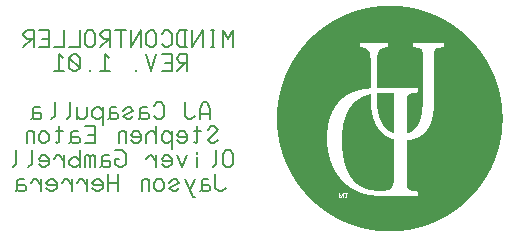
<source format=gbr>
G04 Generated by Ultiboard 14.2 *
%FSLAX24Y24*%
%MOIN*%

%ADD10C,0.0001*%
%ADD11C,0.0053*%
%ADD12C,0.0001*%


G04 ColorRGB FF14FF for the following layer *
%LNSilkscreen Bottom*%
%LPD*%
G54D10*
G54D11*
X14583Y9971D02*
X14583Y10543D01*
X14412Y10257D01*
X14242Y10543D01*
X14242Y9971D01*
X13957Y9971D02*
X13844Y9971D01*
X13957Y10543D02*
X13844Y10543D01*
X13900Y9971D02*
X13900Y10543D01*
X13559Y9971D02*
X13559Y10543D01*
X13218Y9971D01*
X13218Y10543D01*
X13047Y9971D02*
X12820Y9971D01*
X12706Y10086D01*
X12706Y10429D01*
X12820Y10543D01*
X13047Y10543D01*
X12990Y10543D02*
X12990Y9971D01*
X12194Y10086D02*
X12308Y9971D01*
X12421Y9971D01*
X12535Y10086D01*
X12535Y10429D01*
X12421Y10543D01*
X12308Y10543D01*
X12194Y10429D01*
X12023Y10086D02*
X11909Y9971D01*
X11796Y9971D01*
X11682Y10086D01*
X11682Y10429D01*
X11796Y10543D01*
X11909Y10543D01*
X12023Y10429D01*
X12023Y10086D01*
X11511Y9971D02*
X11511Y10543D01*
X11170Y9971D01*
X11170Y10543D01*
X10828Y9971D02*
X10828Y10543D01*
X10999Y10543D02*
X10658Y10543D01*
X10487Y9971D02*
X10487Y10543D01*
X10260Y10543D01*
X10146Y10429D01*
X10146Y10371D01*
X10260Y10257D01*
X10487Y10257D01*
X10430Y10257D02*
X10146Y9971D01*
X9975Y10086D02*
X9861Y9971D01*
X9748Y9971D01*
X9634Y10086D01*
X9634Y10429D01*
X9748Y10543D01*
X9861Y10543D01*
X9975Y10429D01*
X9975Y10086D01*
X9463Y10543D02*
X9463Y9971D01*
X9122Y9971D01*
X8951Y10543D02*
X8951Y9971D01*
X8610Y9971D01*
X8098Y9971D02*
X8439Y9971D01*
X8439Y10257D01*
X8439Y10543D01*
X8098Y10543D01*
X8439Y10257D02*
X8212Y10257D01*
X7927Y9971D02*
X7927Y10543D01*
X7700Y10543D01*
X7586Y10429D01*
X7586Y10371D01*
X7700Y10257D01*
X7927Y10257D01*
X7870Y10257D02*
X7586Y9971D01*
X13047Y9171D02*
X13047Y9743D01*
X12820Y9743D01*
X12706Y9629D01*
X12706Y9571D01*
X12820Y9457D01*
X13047Y9457D01*
X12990Y9457D02*
X12706Y9171D01*
X12194Y9171D02*
X12535Y9171D01*
X12535Y9457D01*
X12535Y9743D01*
X12194Y9743D01*
X12535Y9457D02*
X12308Y9457D01*
X12023Y9743D02*
X11852Y9171D01*
X11682Y9743D01*
X11340Y9171D02*
X11340Y9229D01*
X10430Y9629D02*
X10316Y9743D01*
X10316Y9171D01*
X10487Y9171D02*
X10146Y9171D01*
X9804Y9171D02*
X9804Y9229D01*
X9463Y9629D02*
X9349Y9743D01*
X9236Y9743D01*
X9122Y9629D01*
X9122Y9286D01*
X9236Y9171D01*
X9349Y9171D01*
X9463Y9286D01*
X9463Y9629D01*
X9122Y9629D02*
X9463Y9286D01*
X8894Y9629D02*
X8780Y9743D01*
X8780Y9171D01*
X8951Y9171D02*
X8610Y9171D01*
X13815Y7571D02*
X13815Y7914D01*
X13701Y8143D01*
X13588Y8143D01*
X13474Y7914D01*
X13474Y7571D01*
X13815Y7743D02*
X13474Y7743D01*
X13303Y7686D02*
X13189Y7571D01*
X13076Y7571D01*
X12962Y7686D01*
X12962Y8143D01*
X11938Y7686D02*
X12052Y7571D01*
X12165Y7571D01*
X12279Y7686D01*
X12279Y8029D01*
X12165Y8143D01*
X12052Y8143D01*
X11938Y8029D01*
X11710Y7971D02*
X11540Y7971D01*
X11483Y7914D01*
X11483Y7629D01*
X11540Y7571D01*
X11710Y7571D01*
X11767Y7629D01*
X11767Y7743D01*
X11710Y7800D01*
X11483Y7800D01*
X11483Y7629D02*
X11426Y7571D01*
X11255Y7686D02*
X11141Y7571D01*
X11028Y7571D01*
X10914Y7686D01*
X11255Y7857D01*
X11141Y7971D01*
X11028Y7971D01*
X10914Y7857D01*
X10686Y7971D02*
X10516Y7971D01*
X10459Y7914D01*
X10459Y7629D01*
X10516Y7571D01*
X10686Y7571D01*
X10743Y7629D01*
X10743Y7743D01*
X10686Y7800D01*
X10459Y7800D01*
X10459Y7629D02*
X10402Y7571D01*
X10231Y7686D02*
X10117Y7571D01*
X10004Y7571D01*
X9890Y7686D01*
X9890Y7857D01*
X10004Y7971D01*
X10117Y7971D01*
X10231Y7857D01*
X10231Y7400D02*
X10231Y7971D01*
X9719Y7971D02*
X9719Y7686D01*
X9605Y7571D01*
X9492Y7571D01*
X9378Y7686D01*
X9378Y7971D01*
X9378Y7686D02*
X9378Y7571D01*
X9150Y8143D02*
X9150Y7686D01*
X9036Y7571D01*
X8638Y8143D02*
X8638Y7686D01*
X8524Y7571D01*
X8126Y7971D02*
X7956Y7971D01*
X7899Y7914D01*
X7899Y7629D01*
X7956Y7571D01*
X8126Y7571D01*
X8183Y7629D01*
X8183Y7743D01*
X8126Y7800D01*
X7899Y7800D01*
X7899Y7629D02*
X7842Y7571D01*
X14071Y6886D02*
X13957Y6771D01*
X13844Y6771D01*
X13730Y6886D01*
X14071Y7229D01*
X13957Y7343D01*
X13844Y7343D01*
X13730Y7229D01*
X13275Y6829D02*
X13332Y6771D01*
X13388Y6829D01*
X13388Y7343D01*
X13502Y7171D02*
X13275Y7171D01*
X12706Y6886D02*
X12820Y6771D01*
X12933Y6771D01*
X13047Y6886D01*
X13047Y7057D01*
X12933Y7171D01*
X12820Y7171D01*
X12706Y7057D01*
X12763Y7000D01*
X13047Y7000D01*
X12535Y6886D02*
X12421Y6771D01*
X12308Y6771D01*
X12194Y6886D01*
X12194Y7057D01*
X12308Y7171D01*
X12421Y7171D01*
X12535Y7057D01*
X12535Y6600D02*
X12535Y7171D01*
X12023Y7057D02*
X11909Y7171D01*
X11796Y7171D01*
X11682Y7057D01*
X11682Y6771D01*
X12023Y7343D02*
X12023Y6771D01*
X11170Y6886D02*
X11284Y6771D01*
X11397Y6771D01*
X11511Y6886D01*
X11511Y7057D01*
X11397Y7171D01*
X11284Y7171D01*
X11170Y7057D01*
X11227Y7000D01*
X11511Y7000D01*
X10999Y6771D02*
X10999Y7114D01*
X10999Y7171D01*
X10999Y7114D02*
X10942Y7171D01*
X10828Y7171D01*
X10772Y7114D01*
X10772Y6771D01*
X9634Y6771D02*
X9975Y6771D01*
X9975Y7057D01*
X9975Y7343D01*
X9634Y7343D01*
X9975Y7057D02*
X9748Y7057D01*
X9406Y7171D02*
X9236Y7171D01*
X9179Y7114D01*
X9179Y6829D01*
X9236Y6771D01*
X9406Y6771D01*
X9463Y6829D01*
X9463Y6943D01*
X9406Y7000D01*
X9179Y7000D01*
X9179Y6829D02*
X9122Y6771D01*
X8667Y6829D02*
X8724Y6771D01*
X8780Y6829D01*
X8780Y7343D01*
X8894Y7171D02*
X8667Y7171D01*
X8439Y6886D02*
X8325Y6771D01*
X8212Y6771D01*
X8098Y6886D01*
X8098Y7057D01*
X8212Y7171D01*
X8325Y7171D01*
X8439Y7057D01*
X8439Y6886D01*
X7927Y6771D02*
X7927Y7114D01*
X7927Y7171D01*
X7927Y7114D02*
X7870Y7171D01*
X7756Y7171D01*
X7700Y7114D01*
X7700Y6771D01*
X14583Y6086D02*
X14469Y5971D01*
X14356Y5971D01*
X14242Y6086D01*
X14242Y6429D01*
X14356Y6543D01*
X14469Y6543D01*
X14583Y6429D01*
X14583Y6086D01*
X14014Y6543D02*
X14014Y6086D01*
X13900Y5971D01*
X13388Y5971D02*
X13388Y6314D01*
X13388Y6429D02*
X13388Y6486D01*
X13047Y6371D02*
X12876Y5971D01*
X12706Y6371D01*
X12194Y6086D02*
X12308Y5971D01*
X12421Y5971D01*
X12535Y6086D01*
X12535Y6257D01*
X12421Y6371D01*
X12308Y6371D01*
X12194Y6257D01*
X12251Y6200D01*
X12535Y6200D01*
X12023Y6200D02*
X11852Y6371D01*
X11796Y6371D01*
X11682Y6257D01*
X12023Y5971D02*
X12023Y6371D01*
X10772Y6257D02*
X10658Y6257D01*
X10658Y6086D01*
X10772Y5971D01*
X10885Y5971D01*
X10999Y6086D01*
X10999Y6429D01*
X10885Y6543D01*
X10658Y6543D01*
X10430Y6371D02*
X10260Y6371D01*
X10203Y6314D01*
X10203Y6029D01*
X10260Y5971D01*
X10430Y5971D01*
X10487Y6029D01*
X10487Y6143D01*
X10430Y6200D01*
X10203Y6200D01*
X10203Y6029D02*
X10146Y5971D01*
X9975Y5971D02*
X9975Y6314D01*
X9975Y6371D01*
X9975Y6314D02*
X9918Y6371D01*
X9861Y6371D01*
X9804Y6314D01*
X9748Y6371D01*
X9691Y6371D01*
X9634Y6314D01*
X9634Y5971D01*
X9804Y6314D02*
X9804Y5971D01*
X9463Y6086D02*
X9349Y5971D01*
X9236Y5971D01*
X9122Y6086D01*
X9122Y6200D01*
X9236Y6314D01*
X9349Y6314D01*
X9463Y6200D01*
X9463Y6543D02*
X9463Y5971D01*
X8951Y6200D02*
X8780Y6371D01*
X8724Y6371D01*
X8610Y6257D01*
X8951Y5971D02*
X8951Y6371D01*
X8098Y6086D02*
X8212Y5971D01*
X8325Y5971D01*
X8439Y6086D01*
X8439Y6257D01*
X8325Y6371D01*
X8212Y6371D01*
X8098Y6257D01*
X8155Y6200D01*
X8439Y6200D01*
X7870Y6543D02*
X7870Y6086D01*
X7756Y5971D01*
X7358Y6543D02*
X7358Y6086D01*
X7244Y5971D01*
X14327Y5286D02*
X14213Y5171D01*
X14100Y5171D01*
X13986Y5286D01*
X13986Y5743D01*
X13758Y5571D02*
X13588Y5571D01*
X13531Y5514D01*
X13531Y5229D01*
X13588Y5171D01*
X13758Y5171D01*
X13815Y5229D01*
X13815Y5343D01*
X13758Y5400D01*
X13531Y5400D01*
X13531Y5229D02*
X13474Y5171D01*
X13303Y5000D02*
X13246Y5000D01*
X12962Y5571D01*
X13303Y5571D02*
X13132Y5229D01*
X12791Y5286D02*
X12677Y5171D01*
X12564Y5171D01*
X12450Y5286D01*
X12791Y5457D01*
X12677Y5571D01*
X12564Y5571D01*
X12450Y5457D01*
X12279Y5286D02*
X12165Y5171D01*
X12052Y5171D01*
X11938Y5286D01*
X11938Y5457D01*
X12052Y5571D01*
X12165Y5571D01*
X12279Y5457D01*
X12279Y5286D01*
X11767Y5171D02*
X11767Y5514D01*
X11767Y5571D01*
X11767Y5514D02*
X11710Y5571D01*
X11596Y5571D01*
X11540Y5514D01*
X11540Y5171D01*
X10743Y5171D02*
X10743Y5743D01*
X10402Y5171D02*
X10402Y5743D01*
X10743Y5457D02*
X10402Y5457D01*
X9890Y5286D02*
X10004Y5171D01*
X10117Y5171D01*
X10231Y5286D01*
X10231Y5457D01*
X10117Y5571D01*
X10004Y5571D01*
X9890Y5457D01*
X9947Y5400D01*
X10231Y5400D01*
X9719Y5400D02*
X9548Y5571D01*
X9492Y5571D01*
X9378Y5457D01*
X9719Y5171D02*
X9719Y5571D01*
X9207Y5400D02*
X9036Y5571D01*
X8980Y5571D01*
X8866Y5457D01*
X9207Y5171D02*
X9207Y5571D01*
X8354Y5286D02*
X8468Y5171D01*
X8581Y5171D01*
X8695Y5286D01*
X8695Y5457D01*
X8581Y5571D01*
X8468Y5571D01*
X8354Y5457D01*
X8411Y5400D01*
X8695Y5400D01*
X8183Y5400D02*
X8012Y5571D01*
X7956Y5571D01*
X7842Y5457D01*
X8183Y5171D02*
X8183Y5571D01*
X7614Y5571D02*
X7444Y5571D01*
X7387Y5514D01*
X7387Y5229D01*
X7444Y5171D01*
X7614Y5171D01*
X7671Y5229D01*
X7671Y5343D01*
X7614Y5400D01*
X7387Y5400D01*
X7387Y5229D02*
X7330Y5171D01*
G54D12*
G36*
X19987Y11353D02*
X19987Y11353D01*
X19973Y11353D01*
X19973Y11360D01*
X19987Y11360D01*
X19987Y11353D01*
D02*
G37*
G36*
X19960Y11353D02*
X19960Y11353D01*
X19640Y11353D01*
X19640Y11360D01*
X19960Y11360D01*
X19960Y11353D01*
D02*
G37*
G36*
X19627Y11353D02*
X19627Y11353D01*
X19613Y11353D01*
X19613Y11360D01*
X19627Y11360D01*
X19627Y11353D01*
D02*
G37*
G36*
X20093Y11347D02*
X20093Y11347D01*
X19507Y11347D01*
X19507Y11354D01*
X20093Y11353D01*
X20093Y11347D01*
D02*
G37*
G36*
X20173Y11340D02*
X20173Y11340D01*
X19427Y11340D01*
X19427Y11347D01*
X20173Y11347D01*
X20173Y11340D01*
D02*
G37*
G36*
X20227Y11333D02*
X20227Y11333D01*
X19373Y11333D01*
X19373Y11340D01*
X20227Y11340D01*
X20227Y11333D01*
D02*
G37*
G36*
X20280Y11327D02*
X20280Y11327D01*
X19320Y11327D01*
X19320Y11334D01*
X20280Y11333D01*
X20280Y11327D01*
D02*
G37*
G36*
X20333Y11320D02*
X20333Y11320D01*
X19267Y11320D01*
X19267Y11327D01*
X20333Y11327D01*
X20333Y11320D01*
D02*
G37*
G36*
X20380Y11313D02*
X20380Y11313D01*
X19220Y11313D01*
X19220Y11320D01*
X20380Y11320D01*
X20380Y11313D01*
D02*
G37*
G36*
X20420Y11307D02*
X20420Y11307D01*
X19180Y11307D01*
X19180Y11314D01*
X20420Y11313D01*
X20420Y11307D01*
D02*
G37*
G36*
X20460Y11300D02*
X20460Y11300D01*
X19140Y11300D01*
X19140Y11307D01*
X20460Y11307D01*
X20460Y11300D01*
D02*
G37*
G36*
X20493Y11293D02*
X20493Y11293D01*
X19107Y11293D01*
X19107Y11300D01*
X20493Y11300D01*
X20493Y11293D01*
D02*
G37*
G36*
X20527Y11287D02*
X20527Y11287D01*
X19073Y11287D01*
X19073Y11294D01*
X20527Y11293D01*
X20527Y11287D01*
D02*
G37*
G36*
X20567Y11280D02*
X20567Y11280D01*
X19033Y11280D01*
X19033Y11287D01*
X20567Y11287D01*
X20567Y11280D01*
D02*
G37*
G36*
X20600Y11273D02*
X20600Y11273D01*
X19000Y11273D01*
X19000Y11280D01*
X20600Y11280D01*
X20600Y11273D01*
D02*
G37*
G36*
X20627Y11267D02*
X20627Y11267D01*
X18973Y11267D01*
X18973Y11274D01*
X20627Y11273D01*
X20627Y11267D01*
D02*
G37*
G36*
X20653Y11260D02*
X20653Y11260D01*
X18947Y11260D01*
X18947Y11267D01*
X20653Y11267D01*
X20653Y11260D01*
D02*
G37*
G36*
X20680Y11253D02*
X20680Y11253D01*
X18920Y11253D01*
X18920Y11260D01*
X20680Y11260D01*
X20680Y11253D01*
D02*
G37*
G36*
X20707Y11247D02*
X20707Y11247D01*
X18893Y11247D01*
X18893Y11254D01*
X20707Y11253D01*
X20707Y11247D01*
D02*
G37*
G36*
X20733Y11240D02*
X20733Y11240D01*
X18867Y11240D01*
X18867Y11247D01*
X20733Y11247D01*
X20733Y11240D01*
D02*
G37*
G36*
X20760Y11233D02*
X20760Y11233D01*
X18840Y11233D01*
X18840Y11240D01*
X20760Y11240D01*
X20760Y11233D01*
D02*
G37*
G36*
X20787Y11227D02*
X20787Y11227D01*
X18813Y11227D01*
X18813Y11234D01*
X20787Y11233D01*
X20787Y11227D01*
D02*
G37*
G36*
X20813Y11220D02*
X20813Y11220D01*
X18787Y11220D01*
X18787Y11227D01*
X20813Y11227D01*
X20813Y11220D01*
D02*
G37*
G36*
X20833Y11213D02*
X20833Y11213D01*
X18767Y11213D01*
X18767Y11220D01*
X20833Y11220D01*
X20833Y11213D01*
D02*
G37*
G36*
X20860Y11207D02*
X20860Y11207D01*
X18740Y11207D01*
X18740Y11214D01*
X20860Y11213D01*
X20860Y11207D01*
D02*
G37*
G36*
X20880Y11200D02*
X20880Y11200D01*
X18720Y11200D01*
X18720Y11207D01*
X20880Y11207D01*
X20880Y11200D01*
D02*
G37*
G36*
X20900Y11193D02*
X20900Y11193D01*
X18693Y11193D01*
X18693Y11200D01*
X20900Y11200D01*
X20900Y11193D01*
D02*
G37*
G36*
X20927Y11187D02*
X20927Y11187D01*
X18673Y11187D01*
X18673Y11194D01*
X20927Y11193D01*
X20927Y11187D01*
D02*
G37*
G36*
X20947Y11180D02*
X20947Y11180D01*
X18653Y11180D01*
X18653Y11187D01*
X20947Y11187D01*
X20947Y11180D01*
D02*
G37*
G36*
X20967Y11173D02*
X20967Y11173D01*
X18633Y11173D01*
X18633Y11180D01*
X20967Y11180D01*
X20967Y11173D01*
D02*
G37*
G36*
X20987Y11167D02*
X20987Y11167D01*
X18613Y11167D01*
X18613Y11174D01*
X20987Y11173D01*
X20987Y11167D01*
D02*
G37*
G36*
X21007Y11160D02*
X21007Y11160D01*
X18593Y11160D01*
X18593Y11167D01*
X21007Y11167D01*
X21007Y11160D01*
D02*
G37*
G36*
X21027Y11153D02*
X21027Y11153D01*
X18573Y11153D01*
X18573Y11160D01*
X21027Y11160D01*
X21027Y11153D01*
D02*
G37*
G36*
X21047Y11147D02*
X21047Y11147D01*
X18553Y11147D01*
X18553Y11154D01*
X21047Y11153D01*
X21047Y11147D01*
D02*
G37*
G36*
X21067Y11140D02*
X21067Y11140D01*
X18533Y11140D01*
X18533Y11147D01*
X21067Y11147D01*
X21067Y11140D01*
D02*
G37*
G36*
X21080Y11133D02*
X21080Y11133D01*
X18520Y11133D01*
X18520Y11140D01*
X21080Y11140D01*
X21080Y11133D01*
D02*
G37*
G36*
X21100Y11127D02*
X21100Y11127D01*
X18500Y11127D01*
X18500Y11134D01*
X21100Y11133D01*
X21100Y11127D01*
D02*
G37*
G36*
X21120Y11120D02*
X21120Y11120D01*
X18480Y11120D01*
X18480Y11127D01*
X21120Y11127D01*
X21120Y11120D01*
D02*
G37*
G36*
X21133Y11113D02*
X21133Y11113D01*
X18467Y11113D01*
X18467Y11120D01*
X21133Y11120D01*
X21133Y11113D01*
D02*
G37*
G36*
X21153Y11107D02*
X21153Y11107D01*
X18447Y11107D01*
X18447Y11114D01*
X21153Y11113D01*
X21153Y11107D01*
D02*
G37*
G36*
X21173Y11100D02*
X21173Y11100D01*
X18427Y11100D01*
X18427Y11107D01*
X21173Y11107D01*
X21173Y11100D01*
D02*
G37*
G36*
X21187Y11093D02*
X21187Y11093D01*
X18413Y11093D01*
X18413Y11100D01*
X21187Y11100D01*
X21187Y11093D01*
D02*
G37*
G36*
X21207Y11087D02*
X21207Y11087D01*
X18393Y11087D01*
X18393Y11094D01*
X21207Y11093D01*
X21207Y11087D01*
D02*
G37*
G36*
X21220Y11080D02*
X21220Y11080D01*
X18380Y11080D01*
X18380Y11087D01*
X21220Y11087D01*
X21220Y11080D01*
D02*
G37*
G36*
X21240Y11073D02*
X21240Y11073D01*
X18360Y11073D01*
X18360Y11080D01*
X21240Y11080D01*
X21240Y11073D01*
D02*
G37*
G36*
X21253Y11067D02*
X21253Y11067D01*
X18347Y11067D01*
X18347Y11074D01*
X21253Y11073D01*
X21253Y11067D01*
D02*
G37*
G36*
X21267Y11060D02*
X21267Y11060D01*
X18333Y11060D01*
X18333Y11067D01*
X21267Y11067D01*
X21267Y11060D01*
D02*
G37*
G36*
X21287Y11053D02*
X21287Y11053D01*
X18313Y11053D01*
X18313Y11060D01*
X21287Y11060D01*
X21287Y11053D01*
D02*
G37*
G36*
X21300Y11047D02*
X21300Y11047D01*
X18300Y11047D01*
X18300Y11054D01*
X21300Y11053D01*
X21300Y11047D01*
D02*
G37*
G36*
X21313Y11040D02*
X21313Y11040D01*
X18287Y11040D01*
X18287Y11047D01*
X21313Y11047D01*
X21313Y11040D01*
D02*
G37*
G36*
X21327Y11033D02*
X21327Y11033D01*
X18273Y11033D01*
X18273Y11040D01*
X21327Y11040D01*
X21327Y11033D01*
D02*
G37*
G36*
X21347Y11027D02*
X21347Y11027D01*
X18253Y11027D01*
X18253Y11034D01*
X21347Y11033D01*
X21347Y11027D01*
D02*
G37*
G36*
X21360Y11020D02*
X21360Y11020D01*
X18240Y11020D01*
X18240Y11027D01*
X21360Y11027D01*
X21360Y11020D01*
D02*
G37*
G36*
X21373Y11013D02*
X21373Y11013D01*
X18227Y11013D01*
X18227Y11020D01*
X21373Y11020D01*
X21373Y11013D01*
D02*
G37*
G36*
X21387Y11007D02*
X21387Y11007D01*
X18213Y11007D01*
X18213Y11014D01*
X21387Y11013D01*
X21387Y11007D01*
D02*
G37*
G36*
X21400Y11000D02*
X21400Y11000D01*
X18200Y11000D01*
X18200Y11007D01*
X21400Y11007D01*
X21400Y11000D01*
D02*
G37*
G36*
X21420Y10993D02*
X21420Y10993D01*
X18187Y10993D01*
X18187Y11000D01*
X21420Y11000D01*
X21420Y10993D01*
D02*
G37*
G36*
X21433Y10987D02*
X21433Y10987D01*
X18167Y10987D01*
X18167Y10994D01*
X21433Y10993D01*
X21433Y10987D01*
D02*
G37*
G36*
X21447Y10980D02*
X21447Y10980D01*
X18153Y10980D01*
X18153Y10987D01*
X21447Y10987D01*
X21447Y10980D01*
D02*
G37*
G36*
X21460Y10973D02*
X21460Y10973D01*
X18140Y10973D01*
X18140Y10980D01*
X21460Y10980D01*
X21460Y10973D01*
D02*
G37*
G36*
X21473Y10967D02*
X21473Y10967D01*
X18127Y10967D01*
X18127Y10974D01*
X21473Y10973D01*
X21473Y10967D01*
D02*
G37*
G36*
X21487Y10960D02*
X21487Y10960D01*
X18113Y10960D01*
X18113Y10967D01*
X21487Y10967D01*
X21487Y10960D01*
D02*
G37*
G36*
X21500Y10953D02*
X21500Y10953D01*
X18100Y10953D01*
X18100Y10960D01*
X21500Y10960D01*
X21500Y10953D01*
D02*
G37*
G36*
X21513Y10947D02*
X21513Y10947D01*
X18087Y10947D01*
X18087Y10954D01*
X21513Y10953D01*
X21513Y10947D01*
D02*
G37*
G36*
X21527Y10940D02*
X21527Y10940D01*
X18073Y10940D01*
X18073Y10947D01*
X21527Y10947D01*
X21527Y10940D01*
D02*
G37*
G36*
X21540Y10933D02*
X21540Y10933D01*
X18060Y10933D01*
X18060Y10940D01*
X21540Y10940D01*
X21540Y10933D01*
D02*
G37*
G36*
X21553Y10927D02*
X21553Y10927D01*
X18047Y10927D01*
X18047Y10934D01*
X21553Y10933D01*
X21553Y10927D01*
D02*
G37*
G36*
X21560Y10920D02*
X21560Y10920D01*
X18040Y10920D01*
X18040Y10927D01*
X21560Y10927D01*
X21560Y10920D01*
D02*
G37*
G36*
X21573Y10913D02*
X21573Y10913D01*
X18027Y10913D01*
X18027Y10920D01*
X21573Y10920D01*
X21573Y10913D01*
D02*
G37*
G36*
X21587Y10907D02*
X21587Y10907D01*
X18013Y10907D01*
X18013Y10914D01*
X21587Y10913D01*
X21587Y10907D01*
D02*
G37*
G36*
X21600Y10900D02*
X21600Y10900D01*
X18000Y10900D01*
X18000Y10907D01*
X21600Y10907D01*
X21600Y10900D01*
D02*
G37*
G36*
X21613Y10893D02*
X21613Y10893D01*
X17987Y10893D01*
X17987Y10900D01*
X21613Y10900D01*
X21613Y10893D01*
D02*
G37*
G36*
X21627Y10887D02*
X21627Y10887D01*
X17973Y10887D01*
X17973Y10894D01*
X21627Y10893D01*
X21627Y10887D01*
D02*
G37*
G36*
X21633Y10880D02*
X21633Y10880D01*
X17967Y10880D01*
X17967Y10887D01*
X21633Y10887D01*
X21633Y10880D01*
D02*
G37*
G36*
X21647Y10873D02*
X21647Y10873D01*
X17953Y10873D01*
X17953Y10880D01*
X21647Y10880D01*
X21647Y10873D01*
D02*
G37*
G36*
X21660Y10867D02*
X21660Y10867D01*
X17940Y10867D01*
X17940Y10874D01*
X21660Y10873D01*
X21660Y10867D01*
D02*
G37*
G36*
X21673Y10860D02*
X21673Y10860D01*
X17927Y10860D01*
X17927Y10867D01*
X21673Y10867D01*
X21673Y10860D01*
D02*
G37*
G36*
X21687Y10853D02*
X21687Y10853D01*
X17913Y10853D01*
X17913Y10860D01*
X21687Y10860D01*
X21687Y10853D01*
D02*
G37*
G36*
X21693Y10847D02*
X21693Y10847D01*
X17907Y10847D01*
X17907Y10854D01*
X21693Y10853D01*
X21693Y10847D01*
D02*
G37*
G36*
X21707Y10840D02*
X21707Y10840D01*
X17893Y10840D01*
X17893Y10847D01*
X21707Y10847D01*
X21707Y10840D01*
D02*
G37*
G36*
X21720Y10833D02*
X21720Y10833D01*
X17880Y10833D01*
X17880Y10840D01*
X21720Y10840D01*
X21720Y10833D01*
D02*
G37*
G36*
X21727Y10827D02*
X21727Y10827D01*
X17873Y10827D01*
X17873Y10834D01*
X21727Y10833D01*
X21727Y10827D01*
D02*
G37*
G36*
X21740Y10820D02*
X21740Y10820D01*
X17860Y10820D01*
X17860Y10827D01*
X21740Y10827D01*
X21740Y10820D01*
D02*
G37*
G36*
X21753Y10813D02*
X21753Y10813D01*
X17847Y10813D01*
X17847Y10820D01*
X21753Y10820D01*
X21753Y10813D01*
D02*
G37*
G36*
X21760Y10807D02*
X21760Y10807D01*
X17840Y10807D01*
X17840Y10814D01*
X21760Y10813D01*
X21760Y10807D01*
D02*
G37*
G36*
X21773Y10800D02*
X21773Y10800D01*
X17827Y10800D01*
X17827Y10807D01*
X21773Y10807D01*
X21773Y10800D01*
D02*
G37*
G36*
X21780Y10793D02*
X21780Y10793D01*
X17820Y10793D01*
X17820Y10800D01*
X21780Y10800D01*
X21780Y10793D01*
D02*
G37*
G36*
X21793Y10787D02*
X21793Y10787D01*
X17807Y10787D01*
X17807Y10794D01*
X21793Y10793D01*
X21793Y10787D01*
D02*
G37*
G36*
X21807Y10780D02*
X21807Y10780D01*
X17793Y10780D01*
X17793Y10787D01*
X21807Y10787D01*
X21807Y10780D01*
D02*
G37*
G36*
X21813Y10773D02*
X21813Y10773D01*
X17787Y10773D01*
X17787Y10780D01*
X21813Y10780D01*
X21813Y10773D01*
D02*
G37*
G36*
X21827Y10767D02*
X21827Y10767D01*
X17773Y10767D01*
X17773Y10774D01*
X21827Y10773D01*
X21827Y10767D01*
D02*
G37*
G36*
X21833Y10760D02*
X21833Y10760D01*
X17767Y10760D01*
X17767Y10767D01*
X21833Y10767D01*
X21833Y10760D01*
D02*
G37*
G36*
X21847Y10753D02*
X21847Y10753D01*
X17753Y10753D01*
X17753Y10760D01*
X21847Y10760D01*
X21847Y10753D01*
D02*
G37*
G36*
X21853Y10747D02*
X21853Y10747D01*
X17747Y10747D01*
X17747Y10754D01*
X21853Y10753D01*
X21853Y10747D01*
D02*
G37*
G36*
X21867Y10740D02*
X21867Y10740D01*
X17733Y10740D01*
X17733Y10747D01*
X21867Y10747D01*
X21867Y10740D01*
D02*
G37*
G36*
X21873Y10733D02*
X21873Y10733D01*
X17727Y10733D01*
X17727Y10740D01*
X21873Y10740D01*
X21873Y10733D01*
D02*
G37*
G36*
X21887Y10727D02*
X21887Y10727D01*
X17713Y10727D01*
X17713Y10734D01*
X21887Y10733D01*
X21887Y10727D01*
D02*
G37*
G36*
X21893Y10720D02*
X21893Y10720D01*
X17707Y10720D01*
X17707Y10727D01*
X21893Y10727D01*
X21893Y10720D01*
D02*
G37*
G36*
X21907Y10713D02*
X21907Y10713D01*
X17693Y10713D01*
X17693Y10720D01*
X21907Y10720D01*
X21907Y10713D01*
D02*
G37*
G36*
X21913Y10707D02*
X21913Y10707D01*
X17687Y10707D01*
X17687Y10714D01*
X21913Y10713D01*
X21913Y10707D01*
D02*
G37*
G36*
X21927Y10700D02*
X21927Y10700D01*
X17673Y10700D01*
X17673Y10707D01*
X21927Y10707D01*
X21927Y10700D01*
D02*
G37*
G36*
X21933Y10693D02*
X21933Y10693D01*
X17667Y10693D01*
X17667Y10700D01*
X21933Y10700D01*
X21933Y10693D01*
D02*
G37*
G36*
X21947Y10687D02*
X21947Y10687D01*
X17653Y10687D01*
X17653Y10694D01*
X21947Y10693D01*
X21947Y10687D01*
D02*
G37*
G36*
X21953Y10680D02*
X21953Y10680D01*
X17647Y10680D01*
X17647Y10687D01*
X21953Y10687D01*
X21953Y10680D01*
D02*
G37*
G36*
X21967Y10673D02*
X21967Y10673D01*
X17633Y10673D01*
X17633Y10680D01*
X21967Y10680D01*
X21967Y10673D01*
D02*
G37*
G36*
X21973Y10667D02*
X21973Y10667D01*
X17627Y10667D01*
X17627Y10674D01*
X21973Y10673D01*
X21973Y10667D01*
D02*
G37*
G36*
X21980Y10660D02*
X21980Y10660D01*
X17620Y10660D01*
X17620Y10667D01*
X21980Y10667D01*
X21980Y10660D01*
D02*
G37*
G36*
X21993Y10653D02*
X21993Y10653D01*
X17607Y10653D01*
X17607Y10660D01*
X21993Y10660D01*
X21993Y10653D01*
D02*
G37*
G36*
X22000Y10647D02*
X22000Y10647D01*
X17600Y10647D01*
X17600Y10654D01*
X22000Y10653D01*
X22000Y10647D01*
D02*
G37*
G36*
X22013Y10640D02*
X22013Y10640D01*
X17587Y10640D01*
X17587Y10647D01*
X22013Y10647D01*
X22013Y10640D01*
D02*
G37*
G36*
X22020Y10633D02*
X22020Y10633D01*
X17580Y10633D01*
X17580Y10640D01*
X22020Y10640D01*
X22020Y10633D01*
D02*
G37*
G36*
X22027Y10627D02*
X22027Y10627D01*
X17573Y10627D01*
X17573Y10634D01*
X22027Y10633D01*
X22027Y10627D01*
D02*
G37*
G36*
X22040Y10620D02*
X22040Y10620D01*
X17560Y10620D01*
X17560Y10627D01*
X22040Y10627D01*
X22040Y10620D01*
D02*
G37*
G36*
X22047Y10613D02*
X22047Y10613D01*
X17553Y10613D01*
X17553Y10620D01*
X22047Y10620D01*
X22047Y10613D01*
D02*
G37*
G36*
X22053Y10607D02*
X22053Y10607D01*
X17547Y10607D01*
X17547Y10614D01*
X22053Y10613D01*
X22053Y10607D01*
D02*
G37*
G36*
X22067Y10600D02*
X22067Y10600D01*
X17533Y10600D01*
X17533Y10607D01*
X22067Y10607D01*
X22067Y10600D01*
D02*
G37*
G36*
X22073Y10593D02*
X22073Y10593D01*
X17527Y10593D01*
X17527Y10600D01*
X22073Y10600D01*
X22073Y10593D01*
D02*
G37*
G36*
X22080Y10587D02*
X22080Y10587D01*
X17520Y10587D01*
X17520Y10594D01*
X22080Y10593D01*
X22080Y10587D01*
D02*
G37*
G36*
X22093Y10580D02*
X22093Y10580D01*
X17507Y10580D01*
X17507Y10587D01*
X22093Y10587D01*
X22093Y10580D01*
D02*
G37*
G36*
X22100Y10573D02*
X22100Y10573D01*
X17500Y10573D01*
X17500Y10580D01*
X22100Y10580D01*
X22100Y10573D01*
D02*
G37*
G36*
X22107Y10567D02*
X22107Y10567D01*
X17493Y10567D01*
X17493Y10574D01*
X22107Y10573D01*
X22107Y10567D01*
D02*
G37*
G36*
X22113Y10560D02*
X22113Y10560D01*
X17487Y10560D01*
X17487Y10567D01*
X22113Y10567D01*
X22113Y10560D01*
D02*
G37*
G36*
X22127Y10553D02*
X22127Y10553D01*
X17473Y10553D01*
X17473Y10560D01*
X22127Y10560D01*
X22127Y10553D01*
D02*
G37*
G36*
X22133Y10547D02*
X22133Y10547D01*
X17467Y10547D01*
X17467Y10554D01*
X22133Y10553D01*
X22133Y10547D01*
D02*
G37*
G36*
X22140Y10540D02*
X22140Y10540D01*
X17460Y10540D01*
X17460Y10547D01*
X22140Y10547D01*
X22140Y10540D01*
D02*
G37*
G36*
X22147Y10533D02*
X22147Y10533D01*
X17453Y10533D01*
X17453Y10540D01*
X22147Y10540D01*
X22147Y10533D01*
D02*
G37*
G36*
X22160Y10527D02*
X22160Y10527D01*
X17440Y10527D01*
X17440Y10534D01*
X22160Y10533D01*
X22160Y10527D01*
D02*
G37*
G36*
X22167Y10520D02*
X22167Y10520D01*
X17433Y10520D01*
X17433Y10527D01*
X22167Y10527D01*
X22167Y10520D01*
D02*
G37*
G36*
X22173Y10513D02*
X22173Y10513D01*
X17427Y10513D01*
X17427Y10520D01*
X22173Y10520D01*
X22173Y10513D01*
D02*
G37*
G36*
X22180Y10507D02*
X22180Y10507D01*
X17420Y10507D01*
X17420Y10514D01*
X22180Y10513D01*
X22180Y10507D01*
D02*
G37*
G36*
X22193Y10500D02*
X22193Y10500D01*
X17407Y10500D01*
X17407Y10507D01*
X22193Y10507D01*
X22193Y10500D01*
D02*
G37*
G36*
X22200Y10493D02*
X22200Y10493D01*
X17400Y10493D01*
X17400Y10500D01*
X22200Y10500D01*
X22200Y10493D01*
D02*
G37*
G36*
X22207Y10487D02*
X22207Y10487D01*
X17393Y10487D01*
X17393Y10494D01*
X22207Y10493D01*
X22207Y10487D01*
D02*
G37*
G36*
X22213Y10480D02*
X22213Y10480D01*
X17387Y10480D01*
X17387Y10487D01*
X22213Y10487D01*
X22213Y10480D01*
D02*
G37*
G36*
X22220Y10473D02*
X22220Y10473D01*
X17380Y10473D01*
X17380Y10480D01*
X22220Y10480D01*
X22220Y10473D01*
D02*
G37*
G36*
X22233Y10467D02*
X22233Y10467D01*
X17367Y10467D01*
X17367Y10474D01*
X22233Y10473D01*
X22233Y10467D01*
D02*
G37*
G36*
X22240Y10460D02*
X22240Y10460D01*
X17360Y10460D01*
X17360Y10467D01*
X22240Y10467D01*
X22240Y10460D01*
D02*
G37*
G36*
X22247Y10453D02*
X22247Y10453D01*
X17353Y10453D01*
X17353Y10460D01*
X22247Y10460D01*
X22247Y10453D01*
D02*
G37*
G36*
X22253Y10447D02*
X22253Y10447D01*
X17347Y10447D01*
X17347Y10454D01*
X22253Y10453D01*
X22253Y10447D01*
D02*
G37*
G36*
X22260Y10440D02*
X22260Y10440D01*
X17340Y10440D01*
X17340Y10447D01*
X22260Y10447D01*
X22260Y10440D01*
D02*
G37*
G36*
X22267Y10433D02*
X22267Y10433D01*
X17333Y10433D01*
X17333Y10440D01*
X22267Y10440D01*
X22267Y10433D01*
D02*
G37*
G36*
X22280Y10427D02*
X22280Y10427D01*
X17320Y10427D01*
X17320Y10434D01*
X22280Y10433D01*
X22280Y10427D01*
D02*
G37*
G36*
X22287Y10420D02*
X22287Y10420D01*
X17313Y10420D01*
X17313Y10427D01*
X22287Y10427D01*
X22287Y10420D01*
D02*
G37*
G36*
X22293Y10413D02*
X22293Y10413D01*
X17307Y10413D01*
X17307Y10420D01*
X22293Y10420D01*
X22293Y10413D01*
D02*
G37*
G36*
X22300Y10407D02*
X22300Y10407D01*
X17300Y10407D01*
X17300Y10414D01*
X22300Y10413D01*
X22300Y10407D01*
D02*
G37*
G36*
X22307Y10400D02*
X22307Y10400D01*
X17293Y10400D01*
X17293Y10407D01*
X22307Y10407D01*
X22307Y10400D01*
D02*
G37*
G36*
X22313Y10393D02*
X22313Y10393D01*
X17287Y10393D01*
X17287Y10400D01*
X22313Y10400D01*
X22313Y10393D01*
D02*
G37*
G36*
X22320Y10387D02*
X22320Y10387D01*
X17280Y10387D01*
X17280Y10394D01*
X22320Y10393D01*
X22320Y10387D01*
D02*
G37*
G36*
X22327Y10380D02*
X22327Y10380D01*
X17273Y10380D01*
X17273Y10387D01*
X22327Y10387D01*
X22327Y10380D01*
D02*
G37*
G36*
X22340Y10373D02*
X22340Y10373D01*
X17260Y10373D01*
X17260Y10380D01*
X22340Y10380D01*
X22340Y10373D01*
D02*
G37*
G36*
X22347Y10367D02*
X22347Y10367D01*
X17253Y10367D01*
X17253Y10374D01*
X22347Y10373D01*
X22347Y10367D01*
D02*
G37*
G36*
X22353Y10360D02*
X22353Y10360D01*
X17247Y10360D01*
X17247Y10367D01*
X22353Y10367D01*
X22353Y10360D01*
D02*
G37*
G36*
X22360Y10353D02*
X22360Y10353D01*
X17240Y10353D01*
X17240Y10360D01*
X22360Y10360D01*
X22360Y10353D01*
D02*
G37*
G36*
X22367Y10347D02*
X22367Y10347D01*
X17233Y10347D01*
X17233Y10354D01*
X22367Y10353D01*
X22367Y10347D01*
D02*
G37*
G36*
X22373Y10340D02*
X22373Y10340D01*
X17227Y10340D01*
X17227Y10347D01*
X22373Y10347D01*
X22373Y10340D01*
D02*
G37*
G36*
X22380Y10333D02*
X22380Y10333D01*
X17220Y10333D01*
X17220Y10340D01*
X22380Y10340D01*
X22380Y10333D01*
D02*
G37*
G36*
X22387Y10327D02*
X22387Y10327D01*
X17213Y10327D01*
X17213Y10334D01*
X22387Y10333D01*
X22387Y10327D01*
D02*
G37*
G36*
X22393Y10320D02*
X22393Y10320D01*
X17207Y10320D01*
X17207Y10327D01*
X22393Y10327D01*
X22393Y10320D01*
D02*
G37*
G36*
X22400Y10313D02*
X22400Y10313D01*
X17200Y10313D01*
X17200Y10320D01*
X22400Y10320D01*
X22400Y10313D01*
D02*
G37*
G36*
X22407Y10307D02*
X22407Y10307D01*
X17193Y10307D01*
X17193Y10314D01*
X22407Y10313D01*
X22407Y10307D01*
D02*
G37*
G36*
X22413Y10300D02*
X22413Y10300D01*
X17187Y10300D01*
X17187Y10307D01*
X22413Y10307D01*
X22413Y10300D01*
D02*
G37*
G36*
X22420Y10293D02*
X22420Y10293D01*
X17180Y10293D01*
X17180Y10300D01*
X22420Y10300D01*
X22420Y10293D01*
D02*
G37*
G36*
X22427Y10287D02*
X22427Y10287D01*
X17173Y10287D01*
X17173Y10294D01*
X22427Y10293D01*
X22427Y10287D01*
D02*
G37*
G36*
X22433Y10280D02*
X22433Y10280D01*
X17167Y10280D01*
X17167Y10287D01*
X22433Y10287D01*
X22433Y10280D01*
D02*
G37*
G36*
X22440Y10273D02*
X22440Y10273D01*
X17160Y10273D01*
X17160Y10280D01*
X22440Y10280D01*
X22440Y10273D01*
D02*
G37*
G36*
X22447Y10267D02*
X22447Y10267D01*
X17153Y10267D01*
X17153Y10274D01*
X22447Y10273D01*
X22447Y10267D01*
D02*
G37*
G36*
X22453Y10260D02*
X22453Y10260D01*
X17147Y10260D01*
X17147Y10267D01*
X22453Y10267D01*
X22453Y10260D01*
D02*
G37*
G36*
X22460Y10253D02*
X22460Y10253D01*
X17140Y10253D01*
X17140Y10260D01*
X22460Y10260D01*
X22460Y10253D01*
D02*
G37*
G36*
X22467Y10247D02*
X22467Y10247D01*
X17133Y10247D01*
X17133Y10254D01*
X22467Y10253D01*
X22467Y10247D01*
D02*
G37*
G36*
X22473Y10240D02*
X22473Y10240D01*
X17127Y10240D01*
X17127Y10247D01*
X22473Y10247D01*
X22473Y10240D01*
D02*
G37*
G36*
X22480Y10233D02*
X22480Y10233D01*
X17120Y10233D01*
X17120Y10240D01*
X22480Y10240D01*
X22480Y10233D01*
D02*
G37*
G36*
X22487Y10227D02*
X22487Y10227D01*
X17113Y10227D01*
X17113Y10234D01*
X22487Y10233D01*
X22487Y10227D01*
D02*
G37*
G36*
X22493Y10220D02*
X22493Y10220D01*
X17107Y10220D01*
X17107Y10227D01*
X22493Y10227D01*
X22493Y10220D01*
D02*
G37*
G36*
X22500Y10213D02*
X22500Y10213D01*
X17100Y10213D01*
X17100Y10220D01*
X22500Y10220D01*
X22500Y10213D01*
D02*
G37*
G36*
X22507Y10207D02*
X22507Y10207D01*
X17093Y10207D01*
X17093Y10214D01*
X22507Y10213D01*
X22507Y10207D01*
D02*
G37*
G36*
X22513Y10200D02*
X22513Y10200D01*
X17087Y10200D01*
X17087Y10207D01*
X22513Y10207D01*
X22513Y10200D01*
D02*
G37*
G36*
X22520Y10193D02*
X22520Y10193D01*
X17080Y10193D01*
X17080Y10200D01*
X22520Y10200D01*
X22520Y10193D01*
D02*
G37*
G36*
X22527Y10187D02*
X22527Y10187D01*
X17073Y10187D01*
X17073Y10194D01*
X22527Y10193D01*
X22527Y10187D01*
D02*
G37*
G36*
X22533Y10180D02*
X22533Y10180D01*
X17067Y10180D01*
X17067Y10187D01*
X22533Y10187D01*
X22533Y10180D01*
D02*
G37*
G36*
X22540Y10173D02*
X22540Y10173D01*
X17060Y10173D01*
X17060Y10180D01*
X22540Y10180D01*
X22540Y10173D01*
D02*
G37*
G36*
X22547Y10167D02*
X22547Y10167D01*
X17053Y10167D01*
X17053Y10174D01*
X22547Y10173D01*
X22547Y10167D01*
D02*
G37*
G36*
X22553Y10160D02*
X22553Y10160D01*
X17047Y10160D01*
X17047Y10167D01*
X22553Y10167D01*
X22553Y10160D01*
D02*
G37*
G36*
X22560Y10153D02*
X22560Y10153D01*
X17040Y10153D01*
X17040Y10160D01*
X22560Y10160D01*
X22560Y10153D01*
D02*
G37*
G36*
X22567Y10147D02*
X22567Y10147D01*
X17033Y10147D01*
X17033Y10154D01*
X22567Y10153D01*
X22567Y10147D01*
D02*
G37*
G36*
X22573Y10140D02*
X22573Y10140D01*
X17027Y10140D01*
X17027Y10147D01*
X22573Y10147D01*
X22573Y10140D01*
D02*
G37*
G36*
X22580Y10133D02*
X22580Y10133D01*
X17020Y10133D01*
X17020Y10140D01*
X22580Y10140D01*
X22580Y10133D01*
D02*
G37*
G36*
X22580Y10127D02*
X22580Y10127D01*
X17020Y10127D01*
X17020Y10134D01*
X22580Y10133D01*
X22580Y10127D01*
D02*
G37*
G36*
X22587Y10120D02*
X22587Y10120D01*
X17013Y10120D01*
X17013Y10127D01*
X22587Y10127D01*
X22587Y10120D01*
D02*
G37*
G36*
X22593Y10113D02*
X22593Y10113D01*
X17007Y10113D01*
X17007Y10120D01*
X22593Y10120D01*
X22593Y10113D01*
D02*
G37*
G36*
X22600Y10107D02*
X22600Y10107D01*
X17000Y10107D01*
X17000Y10114D01*
X22600Y10113D01*
X22600Y10107D01*
D02*
G37*
G36*
X22607Y10100D02*
X22607Y10100D01*
X21607Y10100D01*
X21607Y10107D01*
X22607Y10107D01*
X22607Y10100D01*
D02*
G37*
G36*
X20567Y10100D02*
X20567Y10100D01*
X19727Y10100D01*
X19727Y10107D01*
X20567Y10107D01*
X20567Y10100D01*
D02*
G37*
G36*
X18813Y10100D02*
X18813Y10100D01*
X16993Y10100D01*
X16993Y10107D01*
X18813Y10107D01*
X18813Y10100D01*
D02*
G37*
G36*
X22613Y10093D02*
X22613Y10093D01*
X21607Y10093D01*
X21607Y10100D01*
X22613Y10100D01*
X22613Y10093D01*
D02*
G37*
G36*
X20567Y10093D02*
X20567Y10093D01*
X19727Y10093D01*
X19727Y10100D01*
X20567Y10100D01*
X20567Y10093D01*
D02*
G37*
G36*
X18813Y10093D02*
X18813Y10093D01*
X16987Y10093D01*
X16987Y10100D01*
X18813Y10100D01*
X18813Y10093D01*
D02*
G37*
G36*
X22620Y10087D02*
X22620Y10087D01*
X21607Y10087D01*
X21607Y10094D01*
X22620Y10093D01*
X22620Y10087D01*
D02*
G37*
G36*
X20567Y10087D02*
X20567Y10087D01*
X19727Y10087D01*
X19727Y10094D01*
X20567Y10093D01*
X20567Y10087D01*
D02*
G37*
G36*
X18813Y10087D02*
X18813Y10087D01*
X16980Y10087D01*
X16980Y10094D01*
X18813Y10093D01*
X18813Y10087D01*
D02*
G37*
G36*
X22627Y10080D02*
X22627Y10080D01*
X21607Y10080D01*
X21607Y10087D01*
X22627Y10087D01*
X22627Y10080D01*
D02*
G37*
G36*
X20567Y10080D02*
X20567Y10080D01*
X19727Y10080D01*
X19727Y10087D01*
X20567Y10087D01*
X20567Y10080D01*
D02*
G37*
G36*
X18813Y10080D02*
X18813Y10080D01*
X16973Y10080D01*
X16973Y10087D01*
X18813Y10087D01*
X18813Y10080D01*
D02*
G37*
G36*
X22633Y10073D02*
X22633Y10073D01*
X21607Y10073D01*
X21607Y10080D01*
X22633Y10080D01*
X22633Y10073D01*
D02*
G37*
G36*
X20567Y10073D02*
X20567Y10073D01*
X19727Y10073D01*
X19727Y10080D01*
X20567Y10080D01*
X20567Y10073D01*
D02*
G37*
G36*
X18813Y10073D02*
X18813Y10073D01*
X16967Y10073D01*
X16967Y10080D01*
X18813Y10080D01*
X18813Y10073D01*
D02*
G37*
G36*
X22633Y10067D02*
X22633Y10067D01*
X21607Y10067D01*
X21607Y10074D01*
X22633Y10073D01*
X22633Y10067D01*
D02*
G37*
G36*
X20567Y10067D02*
X20567Y10067D01*
X19727Y10067D01*
X19727Y10074D01*
X20567Y10073D01*
X20567Y10067D01*
D02*
G37*
G36*
X18813Y10067D02*
X18813Y10067D01*
X16967Y10067D01*
X16967Y10074D01*
X18813Y10073D01*
X18813Y10067D01*
D02*
G37*
G36*
X22640Y10060D02*
X22640Y10060D01*
X21607Y10060D01*
X21607Y10067D01*
X22640Y10067D01*
X22640Y10060D01*
D02*
G37*
G36*
X20567Y10060D02*
X20567Y10060D01*
X19727Y10060D01*
X19727Y10067D01*
X20567Y10067D01*
X20567Y10060D01*
D02*
G37*
G36*
X18813Y10060D02*
X18813Y10060D01*
X16960Y10060D01*
X16960Y10067D01*
X18813Y10067D01*
X18813Y10060D01*
D02*
G37*
G36*
X22647Y10053D02*
X22647Y10053D01*
X21607Y10053D01*
X21607Y10060D01*
X22647Y10060D01*
X22647Y10053D01*
D02*
G37*
G36*
X20567Y10053D02*
X20567Y10053D01*
X19727Y10053D01*
X19727Y10060D01*
X20567Y10060D01*
X20567Y10053D01*
D02*
G37*
G36*
X18813Y10053D02*
X18813Y10053D01*
X16953Y10053D01*
X16953Y10060D01*
X18813Y10060D01*
X18813Y10053D01*
D02*
G37*
G36*
X22653Y10047D02*
X22653Y10047D01*
X21607Y10047D01*
X21607Y10054D01*
X22653Y10053D01*
X22653Y10047D01*
D02*
G37*
G36*
X20567Y10047D02*
X20567Y10047D01*
X19727Y10047D01*
X19727Y10054D01*
X20567Y10053D01*
X20567Y10047D01*
D02*
G37*
G36*
X18813Y10047D02*
X18813Y10047D01*
X16947Y10047D01*
X16947Y10054D01*
X18813Y10053D01*
X18813Y10047D01*
D02*
G37*
G36*
X22660Y10040D02*
X22660Y10040D01*
X21607Y10040D01*
X21607Y10047D01*
X22660Y10047D01*
X22660Y10040D01*
D02*
G37*
G36*
X20567Y10040D02*
X20567Y10040D01*
X19727Y10040D01*
X19727Y10047D01*
X20567Y10047D01*
X20567Y10040D01*
D02*
G37*
G36*
X18813Y10040D02*
X18813Y10040D01*
X16940Y10040D01*
X16940Y10047D01*
X18813Y10047D01*
X18813Y10040D01*
D02*
G37*
G36*
X22667Y10033D02*
X22667Y10033D01*
X21607Y10033D01*
X21607Y10040D01*
X22667Y10040D01*
X22667Y10033D01*
D02*
G37*
G36*
X20567Y10033D02*
X20567Y10033D01*
X19727Y10033D01*
X19727Y10040D01*
X20567Y10040D01*
X20567Y10033D01*
D02*
G37*
G36*
X18813Y10033D02*
X18813Y10033D01*
X16933Y10033D01*
X16933Y10040D01*
X18813Y10040D01*
X18813Y10033D01*
D02*
G37*
G36*
X22673Y10027D02*
X22673Y10027D01*
X21607Y10027D01*
X21607Y10034D01*
X22673Y10033D01*
X22673Y10027D01*
D02*
G37*
G36*
X20567Y10027D02*
X20567Y10027D01*
X19727Y10027D01*
X19727Y10034D01*
X20567Y10033D01*
X20567Y10027D01*
D02*
G37*
G36*
X18813Y10027D02*
X18813Y10027D01*
X16927Y10027D01*
X16927Y10034D01*
X18813Y10033D01*
X18813Y10027D01*
D02*
G37*
G36*
X22673Y10020D02*
X22673Y10020D01*
X21607Y10020D01*
X21607Y10027D01*
X22673Y10027D01*
X22673Y10020D01*
D02*
G37*
G36*
X20567Y10020D02*
X20567Y10020D01*
X19727Y10020D01*
X19727Y10027D01*
X20567Y10027D01*
X20567Y10020D01*
D02*
G37*
G36*
X18813Y10020D02*
X18813Y10020D01*
X16927Y10020D01*
X16927Y10027D01*
X18813Y10027D01*
X18813Y10020D01*
D02*
G37*
G36*
X22680Y10013D02*
X22680Y10013D01*
X21607Y10013D01*
X21607Y10020D01*
X22680Y10020D01*
X22680Y10013D01*
D02*
G37*
G36*
X20567Y10013D02*
X20567Y10013D01*
X19727Y10013D01*
X19727Y10020D01*
X20567Y10020D01*
X20567Y10013D01*
D02*
G37*
G36*
X18813Y10013D02*
X18813Y10013D01*
X16920Y10013D01*
X16920Y10020D01*
X18813Y10020D01*
X18813Y10013D01*
D02*
G37*
G36*
X22687Y10007D02*
X22687Y10007D01*
X21607Y10007D01*
X21607Y10014D01*
X22687Y10013D01*
X22687Y10007D01*
D02*
G37*
G36*
X20567Y10007D02*
X20567Y10007D01*
X19727Y10007D01*
X19727Y10014D01*
X20567Y10013D01*
X20567Y10007D01*
D02*
G37*
G36*
X18813Y10007D02*
X18813Y10007D01*
X16913Y10007D01*
X16913Y10014D01*
X18813Y10013D01*
X18813Y10007D01*
D02*
G37*
G36*
X22693Y10000D02*
X22693Y10000D01*
X21607Y10000D01*
X21607Y10007D01*
X22693Y10007D01*
X22693Y10000D01*
D02*
G37*
G36*
X20567Y10000D02*
X20567Y10000D01*
X19727Y10000D01*
X19727Y10007D01*
X20567Y10007D01*
X20567Y10000D01*
D02*
G37*
G36*
X18813Y10000D02*
X18813Y10000D01*
X16907Y10000D01*
X16907Y10007D01*
X18813Y10007D01*
X18813Y10000D01*
D02*
G37*
G36*
X22700Y9993D02*
X22700Y9993D01*
X21607Y9993D01*
X21607Y10000D01*
X22700Y10000D01*
X22700Y9993D01*
D02*
G37*
G36*
X20567Y9993D02*
X20567Y9993D01*
X19727Y9993D01*
X19727Y10000D01*
X20567Y10000D01*
X20567Y9993D01*
D02*
G37*
G36*
X18813Y9993D02*
X18813Y9993D01*
X16900Y9993D01*
X16900Y10000D01*
X18813Y10000D01*
X18813Y9993D01*
D02*
G37*
G36*
X22707Y9987D02*
X22707Y9987D01*
X21607Y9987D01*
X21607Y9994D01*
X22707Y9993D01*
X22707Y9987D01*
D02*
G37*
G36*
X20567Y9987D02*
X20567Y9987D01*
X19727Y9987D01*
X19727Y9994D01*
X20567Y9993D01*
X20567Y9987D01*
D02*
G37*
G36*
X18813Y9987D02*
X18813Y9987D01*
X16893Y9987D01*
X16893Y9994D01*
X18813Y9993D01*
X18813Y9987D01*
D02*
G37*
G36*
X22707Y9980D02*
X22707Y9980D01*
X21587Y9980D01*
X21587Y9987D01*
X22707Y9987D01*
X22707Y9980D01*
D02*
G37*
G36*
X20587Y9980D02*
X20587Y9980D01*
X19707Y9980D01*
X19707Y9987D01*
X20587Y9987D01*
X20587Y9980D01*
D02*
G37*
G36*
X18840Y9980D02*
X18840Y9980D01*
X16893Y9980D01*
X16893Y9987D01*
X18840Y9987D01*
X18840Y9980D01*
D02*
G37*
G36*
X22713Y9973D02*
X22713Y9973D01*
X21540Y9973D01*
X21540Y9980D01*
X22713Y9980D01*
X22713Y9973D01*
D02*
G37*
G36*
X20633Y9973D02*
X20633Y9973D01*
X19667Y9973D01*
X19667Y9980D01*
X20633Y9980D01*
X20633Y9973D01*
D02*
G37*
G36*
X18873Y9973D02*
X18873Y9973D01*
X16887Y9973D01*
X16887Y9980D01*
X18873Y9980D01*
X18873Y9973D01*
D02*
G37*
G36*
X22720Y9967D02*
X22720Y9967D01*
X21493Y9967D01*
X21493Y9974D01*
X22720Y9973D01*
X22720Y9967D01*
D02*
G37*
G36*
X20680Y9967D02*
X20680Y9967D01*
X19633Y9967D01*
X19633Y9974D01*
X20680Y9973D01*
X20680Y9967D01*
D02*
G37*
G36*
X18907Y9967D02*
X18907Y9967D01*
X16880Y9967D01*
X16880Y9974D01*
X18907Y9973D01*
X18907Y9967D01*
D02*
G37*
G36*
X22727Y9960D02*
X22727Y9960D01*
X21453Y9960D01*
X21453Y9967D01*
X22727Y9967D01*
X22727Y9960D01*
D02*
G37*
G36*
X20720Y9960D02*
X20720Y9960D01*
X19607Y9960D01*
X19607Y9967D01*
X20720Y9967D01*
X20720Y9960D01*
D02*
G37*
G36*
X18933Y9960D02*
X18933Y9960D01*
X16873Y9960D01*
X16873Y9967D01*
X18933Y9967D01*
X18933Y9960D01*
D02*
G37*
G36*
X22733Y9953D02*
X22733Y9953D01*
X21420Y9953D01*
X21420Y9960D01*
X22733Y9960D01*
X22733Y9953D01*
D02*
G37*
G36*
X20753Y9953D02*
X20753Y9953D01*
X19587Y9953D01*
X19587Y9960D01*
X20753Y9960D01*
X20753Y9953D01*
D02*
G37*
G36*
X18953Y9953D02*
X18953Y9953D01*
X16867Y9953D01*
X16867Y9960D01*
X18953Y9960D01*
X18953Y9953D01*
D02*
G37*
G36*
X22733Y9947D02*
X22733Y9947D01*
X21393Y9947D01*
X21393Y9954D01*
X22733Y9953D01*
X22733Y9947D01*
D02*
G37*
G36*
X20780Y9947D02*
X20780Y9947D01*
X19567Y9947D01*
X19567Y9954D01*
X20780Y9953D01*
X20780Y9947D01*
D02*
G37*
G36*
X18973Y9947D02*
X18973Y9947D01*
X16867Y9947D01*
X16867Y9954D01*
X18973Y9953D01*
X18973Y9947D01*
D02*
G37*
G36*
X22740Y9940D02*
X22740Y9940D01*
X21367Y9940D01*
X21367Y9947D01*
X22740Y9947D01*
X22740Y9940D01*
D02*
G37*
G36*
X20800Y9940D02*
X20800Y9940D01*
X19553Y9940D01*
X19553Y9947D01*
X20800Y9947D01*
X20800Y9940D01*
D02*
G37*
G36*
X18987Y9940D02*
X18987Y9940D01*
X16860Y9940D01*
X16860Y9947D01*
X18987Y9947D01*
X18987Y9940D01*
D02*
G37*
G36*
X22747Y9933D02*
X22747Y9933D01*
X21353Y9933D01*
X21353Y9940D01*
X22747Y9940D01*
X22747Y9933D01*
D02*
G37*
G36*
X20813Y9933D02*
X20813Y9933D01*
X19533Y9933D01*
X19533Y9940D01*
X20813Y9940D01*
X20813Y9933D01*
D02*
G37*
G36*
X19000Y9933D02*
X19000Y9933D01*
X16853Y9933D01*
X16853Y9940D01*
X19000Y9940D01*
X19000Y9933D01*
D02*
G37*
G36*
X22753Y9927D02*
X22753Y9927D01*
X21340Y9927D01*
X21340Y9934D01*
X22753Y9933D01*
X22753Y9927D01*
D02*
G37*
G36*
X20827Y9927D02*
X20827Y9927D01*
X19527Y9927D01*
X19527Y9934D01*
X20827Y9933D01*
X20827Y9927D01*
D02*
G37*
G36*
X19013Y9927D02*
X19013Y9927D01*
X16847Y9927D01*
X16847Y9934D01*
X19013Y9933D01*
X19013Y9927D01*
D02*
G37*
G36*
X22760Y9920D02*
X22760Y9920D01*
X21333Y9920D01*
X21333Y9927D01*
X22760Y9927D01*
X22760Y9920D01*
D02*
G37*
G36*
X20840Y9920D02*
X20840Y9920D01*
X19513Y9920D01*
X19513Y9927D01*
X20840Y9927D01*
X20840Y9920D01*
D02*
G37*
G36*
X19027Y9920D02*
X19027Y9920D01*
X16840Y9920D01*
X16840Y9927D01*
X19027Y9927D01*
X19027Y9920D01*
D02*
G37*
G36*
X22760Y9913D02*
X22760Y9913D01*
X21320Y9913D01*
X21320Y9920D01*
X22760Y9920D01*
X22760Y9913D01*
D02*
G37*
G36*
X20847Y9913D02*
X20847Y9913D01*
X19500Y9913D01*
X19500Y9920D01*
X20847Y9920D01*
X20847Y9913D01*
D02*
G37*
G36*
X19033Y9913D02*
X19033Y9913D01*
X16840Y9913D01*
X16840Y9920D01*
X19033Y9920D01*
X19033Y9913D01*
D02*
G37*
G36*
X22767Y9907D02*
X22767Y9907D01*
X21313Y9907D01*
X21313Y9914D01*
X22767Y9913D01*
X22767Y9907D01*
D02*
G37*
G36*
X20853Y9907D02*
X20853Y9907D01*
X19493Y9907D01*
X19493Y9914D01*
X20853Y9913D01*
X20853Y9907D01*
D02*
G37*
G36*
X19047Y9907D02*
X19047Y9907D01*
X16833Y9907D01*
X16833Y9914D01*
X19047Y9913D01*
X19047Y9907D01*
D02*
G37*
G36*
X22773Y9900D02*
X22773Y9900D01*
X21313Y9900D01*
X21313Y9907D01*
X22773Y9907D01*
X22773Y9900D01*
D02*
G37*
G36*
X20860Y9900D02*
X20860Y9900D01*
X19480Y9900D01*
X19480Y9907D01*
X20860Y9907D01*
X20860Y9900D01*
D02*
G37*
G36*
X19053Y9900D02*
X19053Y9900D01*
X16827Y9900D01*
X16827Y9907D01*
X19053Y9907D01*
X19053Y9900D01*
D02*
G37*
G36*
X22780Y9893D02*
X22780Y9893D01*
X21307Y9893D01*
X21307Y9900D01*
X22780Y9900D01*
X22780Y9893D01*
D02*
G37*
G36*
X20867Y9893D02*
X20867Y9893D01*
X19473Y9893D01*
X19473Y9900D01*
X20867Y9900D01*
X20867Y9893D01*
D02*
G37*
G36*
X19060Y9893D02*
X19060Y9893D01*
X16820Y9893D01*
X16820Y9900D01*
X19060Y9900D01*
X19060Y9893D01*
D02*
G37*
G36*
X22787Y9887D02*
X22787Y9887D01*
X21300Y9887D01*
X21300Y9894D01*
X22787Y9893D01*
X22787Y9887D01*
D02*
G37*
G36*
X20867Y9887D02*
X20867Y9887D01*
X19467Y9887D01*
X19467Y9894D01*
X20867Y9893D01*
X20867Y9887D01*
D02*
G37*
G36*
X19073Y9887D02*
X19073Y9887D01*
X16813Y9887D01*
X16813Y9894D01*
X19073Y9893D01*
X19073Y9887D01*
D02*
G37*
G36*
X22787Y9880D02*
X22787Y9880D01*
X21300Y9880D01*
X21300Y9887D01*
X22787Y9887D01*
X22787Y9880D01*
D02*
G37*
G36*
X20873Y9880D02*
X20873Y9880D01*
X19460Y9880D01*
X19460Y9887D01*
X20873Y9887D01*
X20873Y9880D01*
D02*
G37*
G36*
X19080Y9880D02*
X19080Y9880D01*
X16813Y9880D01*
X16813Y9887D01*
X19080Y9887D01*
X19080Y9880D01*
D02*
G37*
G36*
X22793Y9873D02*
X22793Y9873D01*
X21293Y9873D01*
X21293Y9880D01*
X22793Y9880D01*
X22793Y9873D01*
D02*
G37*
G36*
X20873Y9873D02*
X20873Y9873D01*
X19453Y9873D01*
X19453Y9880D01*
X20873Y9880D01*
X20873Y9873D01*
D02*
G37*
G36*
X19087Y9873D02*
X19087Y9873D01*
X16807Y9873D01*
X16807Y9880D01*
X19087Y9880D01*
X19087Y9873D01*
D02*
G37*
G36*
X22800Y9867D02*
X22800Y9867D01*
X21293Y9867D01*
X21293Y9874D01*
X22800Y9873D01*
X22800Y9867D01*
D02*
G37*
G36*
X20880Y9867D02*
X20880Y9867D01*
X19447Y9867D01*
X19447Y9874D01*
X20880Y9873D01*
X20880Y9867D01*
D02*
G37*
G36*
X19087Y9867D02*
X19087Y9867D01*
X16800Y9867D01*
X16800Y9874D01*
X19087Y9873D01*
X19087Y9867D01*
D02*
G37*
G36*
X22807Y9860D02*
X22807Y9860D01*
X21293Y9860D01*
X21293Y9867D01*
X22807Y9867D01*
X22807Y9860D01*
D02*
G37*
G36*
X20880Y9860D02*
X20880Y9860D01*
X19440Y9860D01*
X19440Y9867D01*
X20880Y9867D01*
X20880Y9860D01*
D02*
G37*
G36*
X19093Y9860D02*
X19093Y9860D01*
X16793Y9860D01*
X16793Y9867D01*
X19093Y9867D01*
X19093Y9860D01*
D02*
G37*
G36*
X22807Y9853D02*
X22807Y9853D01*
X21287Y9853D01*
X21287Y9860D01*
X22807Y9860D01*
X22807Y9853D01*
D02*
G37*
G36*
X20880Y9853D02*
X20880Y9853D01*
X19440Y9853D01*
X19440Y9860D01*
X20880Y9860D01*
X20880Y9853D01*
D02*
G37*
G36*
X19100Y9853D02*
X19100Y9853D01*
X16793Y9853D01*
X16793Y9860D01*
X19100Y9860D01*
X19100Y9853D01*
D02*
G37*
G36*
X22813Y9847D02*
X22813Y9847D01*
X21287Y9847D01*
X21287Y9854D01*
X22813Y9853D01*
X22813Y9847D01*
D02*
G37*
G36*
X20887Y9847D02*
X20887Y9847D01*
X19433Y9847D01*
X19433Y9854D01*
X20887Y9853D01*
X20887Y9847D01*
D02*
G37*
G36*
X19107Y9847D02*
X19107Y9847D01*
X16787Y9847D01*
X16787Y9854D01*
X19107Y9853D01*
X19107Y9847D01*
D02*
G37*
G36*
X22820Y9840D02*
X22820Y9840D01*
X21287Y9840D01*
X21287Y9847D01*
X22820Y9847D01*
X22820Y9840D01*
D02*
G37*
G36*
X20887Y9840D02*
X20887Y9840D01*
X19427Y9840D01*
X19427Y9847D01*
X20887Y9847D01*
X20887Y9840D01*
D02*
G37*
G36*
X19107Y9840D02*
X19107Y9840D01*
X16780Y9840D01*
X16780Y9847D01*
X19107Y9847D01*
X19107Y9840D01*
D02*
G37*
G36*
X22827Y9833D02*
X22827Y9833D01*
X21280Y9833D01*
X21280Y9840D01*
X22827Y9840D01*
X22827Y9833D01*
D02*
G37*
G36*
X20887Y9833D02*
X20887Y9833D01*
X19427Y9833D01*
X19427Y9840D01*
X20887Y9840D01*
X20887Y9833D01*
D02*
G37*
G36*
X19113Y9833D02*
X19113Y9833D01*
X16773Y9833D01*
X16773Y9840D01*
X19113Y9840D01*
X19113Y9833D01*
D02*
G37*
G36*
X22827Y9827D02*
X22827Y9827D01*
X21280Y9827D01*
X21280Y9834D01*
X22827Y9833D01*
X22827Y9827D01*
D02*
G37*
G36*
X20887Y9827D02*
X20887Y9827D01*
X19420Y9827D01*
X19420Y9834D01*
X20887Y9833D01*
X20887Y9827D01*
D02*
G37*
G36*
X19113Y9827D02*
X19113Y9827D01*
X16773Y9827D01*
X16773Y9834D01*
X19113Y9833D01*
X19113Y9827D01*
D02*
G37*
G36*
X22833Y9820D02*
X22833Y9820D01*
X21280Y9820D01*
X21280Y9827D01*
X22833Y9827D01*
X22833Y9820D01*
D02*
G37*
G36*
X20887Y9820D02*
X20887Y9820D01*
X19420Y9820D01*
X19420Y9827D01*
X20887Y9827D01*
X20887Y9820D01*
D02*
G37*
G36*
X19120Y9820D02*
X19120Y9820D01*
X16767Y9820D01*
X16767Y9827D01*
X19120Y9827D01*
X19120Y9820D01*
D02*
G37*
G36*
X22840Y9813D02*
X22840Y9813D01*
X21280Y9813D01*
X21280Y9820D01*
X22840Y9820D01*
X22840Y9813D01*
D02*
G37*
G36*
X20893Y9813D02*
X20893Y9813D01*
X19413Y9813D01*
X19413Y9820D01*
X20893Y9820D01*
X20893Y9813D01*
D02*
G37*
G36*
X19120Y9813D02*
X19120Y9813D01*
X16760Y9813D01*
X16760Y9820D01*
X19120Y9820D01*
X19120Y9813D01*
D02*
G37*
G36*
X22847Y9807D02*
X22847Y9807D01*
X21280Y9807D01*
X21280Y9814D01*
X22847Y9813D01*
X22847Y9807D01*
D02*
G37*
G36*
X20893Y9807D02*
X20893Y9807D01*
X19413Y9807D01*
X19413Y9814D01*
X20893Y9813D01*
X20893Y9807D01*
D02*
G37*
G36*
X19127Y9807D02*
X19127Y9807D01*
X16753Y9807D01*
X16753Y9814D01*
X19127Y9813D01*
X19127Y9807D01*
D02*
G37*
G36*
X22847Y9800D02*
X22847Y9800D01*
X21280Y9800D01*
X21280Y9807D01*
X22847Y9807D01*
X22847Y9800D01*
D02*
G37*
G36*
X20893Y9800D02*
X20893Y9800D01*
X19407Y9800D01*
X19407Y9807D01*
X20893Y9807D01*
X20893Y9800D01*
D02*
G37*
G36*
X19127Y9800D02*
X19127Y9800D01*
X16753Y9800D01*
X16753Y9807D01*
X19127Y9807D01*
X19127Y9800D01*
D02*
G37*
G36*
X22853Y9793D02*
X22853Y9793D01*
X21280Y9793D01*
X21280Y9800D01*
X22853Y9800D01*
X22853Y9793D01*
D02*
G37*
G36*
X20893Y9793D02*
X20893Y9793D01*
X19407Y9793D01*
X19407Y9800D01*
X20893Y9800D01*
X20893Y9793D01*
D02*
G37*
G36*
X19133Y9793D02*
X19133Y9793D01*
X16747Y9793D01*
X16747Y9800D01*
X19133Y9800D01*
X19133Y9793D01*
D02*
G37*
G36*
X22860Y9787D02*
X22860Y9787D01*
X21280Y9787D01*
X21280Y9794D01*
X22860Y9793D01*
X22860Y9787D01*
D02*
G37*
G36*
X20893Y9787D02*
X20893Y9787D01*
X19407Y9787D01*
X19407Y9794D01*
X20893Y9793D01*
X20893Y9787D01*
D02*
G37*
G36*
X19133Y9787D02*
X19133Y9787D01*
X16740Y9787D01*
X16740Y9794D01*
X19133Y9793D01*
X19133Y9787D01*
D02*
G37*
G36*
X22860Y9780D02*
X22860Y9780D01*
X21273Y9780D01*
X21273Y9787D01*
X22860Y9787D01*
X22860Y9780D01*
D02*
G37*
G36*
X20893Y9780D02*
X20893Y9780D01*
X19400Y9780D01*
X19400Y9787D01*
X20893Y9787D01*
X20893Y9780D01*
D02*
G37*
G36*
X19133Y9780D02*
X19133Y9780D01*
X16740Y9780D01*
X16740Y9787D01*
X19133Y9787D01*
X19133Y9780D01*
D02*
G37*
G36*
X22867Y9773D02*
X22867Y9773D01*
X21273Y9773D01*
X21273Y9780D01*
X22867Y9780D01*
X22867Y9773D01*
D02*
G37*
G36*
X20893Y9773D02*
X20893Y9773D01*
X19400Y9773D01*
X19400Y9780D01*
X20893Y9780D01*
X20893Y9773D01*
D02*
G37*
G36*
X19133Y9773D02*
X19133Y9773D01*
X16733Y9773D01*
X16733Y9780D01*
X19133Y9780D01*
X19133Y9773D01*
D02*
G37*
G36*
X22873Y9767D02*
X22873Y9767D01*
X21273Y9767D01*
X21273Y9774D01*
X22873Y9773D01*
X22873Y9767D01*
D02*
G37*
G36*
X20893Y9767D02*
X20893Y9767D01*
X19400Y9767D01*
X19400Y9774D01*
X20893Y9773D01*
X20893Y9767D01*
D02*
G37*
G36*
X19140Y9767D02*
X19140Y9767D01*
X16727Y9767D01*
X16727Y9774D01*
X19140Y9773D01*
X19140Y9767D01*
D02*
G37*
G36*
X22880Y9760D02*
X22880Y9760D01*
X21273Y9760D01*
X21273Y9767D01*
X22880Y9767D01*
X22880Y9760D01*
D02*
G37*
G36*
X20893Y9760D02*
X20893Y9760D01*
X19400Y9760D01*
X19400Y9767D01*
X20893Y9767D01*
X20893Y9760D01*
D02*
G37*
G36*
X19140Y9760D02*
X19140Y9760D01*
X16720Y9760D01*
X16720Y9767D01*
X19140Y9767D01*
X19140Y9760D01*
D02*
G37*
G36*
X22880Y9753D02*
X22880Y9753D01*
X21273Y9753D01*
X21273Y9760D01*
X22880Y9760D01*
X22880Y9753D01*
D02*
G37*
G36*
X20893Y9753D02*
X20893Y9753D01*
X19393Y9753D01*
X19393Y9760D01*
X20893Y9760D01*
X20893Y9753D01*
D02*
G37*
G36*
X19140Y9753D02*
X19140Y9753D01*
X16720Y9753D01*
X16720Y9760D01*
X19140Y9760D01*
X19140Y9753D01*
D02*
G37*
G36*
X22887Y9747D02*
X22887Y9747D01*
X21273Y9747D01*
X21273Y9754D01*
X22887Y9753D01*
X22887Y9747D01*
D02*
G37*
G36*
X20893Y9747D02*
X20893Y9747D01*
X19393Y9747D01*
X19393Y9754D01*
X20893Y9753D01*
X20893Y9747D01*
D02*
G37*
G36*
X19140Y9747D02*
X19140Y9747D01*
X16713Y9747D01*
X16713Y9754D01*
X19140Y9753D01*
X19140Y9747D01*
D02*
G37*
G36*
X22893Y9740D02*
X22893Y9740D01*
X21273Y9740D01*
X21273Y9747D01*
X22893Y9747D01*
X22893Y9740D01*
D02*
G37*
G36*
X20893Y9740D02*
X20893Y9740D01*
X19393Y9740D01*
X19393Y9747D01*
X20893Y9747D01*
X20893Y9740D01*
D02*
G37*
G36*
X19140Y9740D02*
X19140Y9740D01*
X16707Y9740D01*
X16707Y9747D01*
X19140Y9747D01*
X19140Y9740D01*
D02*
G37*
G36*
X22893Y9733D02*
X22893Y9733D01*
X21273Y9733D01*
X21273Y9740D01*
X22893Y9740D01*
X22893Y9733D01*
D02*
G37*
G36*
X20893Y9733D02*
X20893Y9733D01*
X19393Y9733D01*
X19393Y9740D01*
X20893Y9740D01*
X20893Y9733D01*
D02*
G37*
G36*
X19147Y9733D02*
X19147Y9733D01*
X16707Y9733D01*
X16707Y9740D01*
X19147Y9740D01*
X19147Y9733D01*
D02*
G37*
G36*
X22900Y9727D02*
X22900Y9727D01*
X21273Y9727D01*
X21273Y9734D01*
X22900Y9733D01*
X22900Y9727D01*
D02*
G37*
G36*
X20900Y9727D02*
X20900Y9727D01*
X19393Y9727D01*
X19393Y9734D01*
X20900Y9733D01*
X20900Y9727D01*
D02*
G37*
G36*
X19147Y9727D02*
X19147Y9727D01*
X16700Y9727D01*
X16700Y9734D01*
X19147Y9733D01*
X19147Y9727D01*
D02*
G37*
G36*
X22907Y9720D02*
X22907Y9720D01*
X21273Y9720D01*
X21273Y9727D01*
X22907Y9727D01*
X22907Y9720D01*
D02*
G37*
G36*
X20900Y9720D02*
X20900Y9720D01*
X19393Y9720D01*
X19393Y9727D01*
X20900Y9727D01*
X20900Y9720D01*
D02*
G37*
G36*
X19147Y9720D02*
X19147Y9720D01*
X16693Y9720D01*
X16693Y9727D01*
X19147Y9727D01*
X19147Y9720D01*
D02*
G37*
G36*
X22907Y9713D02*
X22907Y9713D01*
X21273Y9713D01*
X21273Y9720D01*
X22907Y9720D01*
X22907Y9713D01*
D02*
G37*
G36*
X20900Y9713D02*
X20900Y9713D01*
X19393Y9713D01*
X19393Y9720D01*
X20900Y9720D01*
X20900Y9713D01*
D02*
G37*
G36*
X19147Y9713D02*
X19147Y9713D01*
X16693Y9713D01*
X16693Y9720D01*
X19147Y9720D01*
X19147Y9713D01*
D02*
G37*
G36*
X22913Y9707D02*
X22913Y9707D01*
X21273Y9707D01*
X21273Y9714D01*
X22913Y9713D01*
X22913Y9707D01*
D02*
G37*
G36*
X20900Y9707D02*
X20900Y9707D01*
X19387Y9707D01*
X19387Y9714D01*
X20900Y9713D01*
X20900Y9707D01*
D02*
G37*
G36*
X19147Y9707D02*
X19147Y9707D01*
X16687Y9707D01*
X16687Y9714D01*
X19147Y9713D01*
X19147Y9707D01*
D02*
G37*
G36*
X22920Y9700D02*
X22920Y9700D01*
X21273Y9700D01*
X21273Y9707D01*
X22920Y9707D01*
X22920Y9700D01*
D02*
G37*
G36*
X20900Y9700D02*
X20900Y9700D01*
X19387Y9700D01*
X19387Y9707D01*
X20900Y9707D01*
X20900Y9700D01*
D02*
G37*
G36*
X19147Y9700D02*
X19147Y9700D01*
X16680Y9700D01*
X16680Y9707D01*
X19147Y9707D01*
X19147Y9700D01*
D02*
G37*
G36*
X22920Y9693D02*
X22920Y9693D01*
X21273Y9693D01*
X21273Y9700D01*
X22920Y9700D01*
X22920Y9693D01*
D02*
G37*
G36*
X20900Y9693D02*
X20900Y9693D01*
X19387Y9693D01*
X19387Y9700D01*
X20900Y9700D01*
X20900Y9693D01*
D02*
G37*
G36*
X19147Y9693D02*
X19147Y9693D01*
X16680Y9693D01*
X16680Y9700D01*
X19147Y9700D01*
X19147Y9693D01*
D02*
G37*
G36*
X22927Y9687D02*
X22927Y9687D01*
X21273Y9687D01*
X21273Y9694D01*
X22927Y9693D01*
X22927Y9687D01*
D02*
G37*
G36*
X20900Y9687D02*
X20900Y9687D01*
X19387Y9687D01*
X19387Y9694D01*
X20900Y9693D01*
X20900Y9687D01*
D02*
G37*
G36*
X19147Y9687D02*
X19147Y9687D01*
X16673Y9687D01*
X16673Y9694D01*
X19147Y9693D01*
X19147Y9687D01*
D02*
G37*
G36*
X22933Y9680D02*
X22933Y9680D01*
X21273Y9680D01*
X21273Y9687D01*
X22933Y9687D01*
X22933Y9680D01*
D02*
G37*
G36*
X20900Y9680D02*
X20900Y9680D01*
X19387Y9680D01*
X19387Y9687D01*
X20900Y9687D01*
X20900Y9680D01*
D02*
G37*
G36*
X19147Y9680D02*
X19147Y9680D01*
X16667Y9680D01*
X16667Y9687D01*
X19147Y9687D01*
X19147Y9680D01*
D02*
G37*
G36*
X22933Y9673D02*
X22933Y9673D01*
X21273Y9673D01*
X21273Y9680D01*
X22933Y9680D01*
X22933Y9673D01*
D02*
G37*
G36*
X20900Y9673D02*
X20900Y9673D01*
X19387Y9673D01*
X19387Y9680D01*
X20900Y9680D01*
X20900Y9673D01*
D02*
G37*
G36*
X19153Y9673D02*
X19153Y9673D01*
X16667Y9673D01*
X16667Y9680D01*
X19153Y9680D01*
X19153Y9673D01*
D02*
G37*
G36*
X22940Y9667D02*
X22940Y9667D01*
X21273Y9667D01*
X21273Y9674D01*
X22940Y9673D01*
X22940Y9667D01*
D02*
G37*
G36*
X20900Y9667D02*
X20900Y9667D01*
X19387Y9667D01*
X19387Y9674D01*
X20900Y9673D01*
X20900Y9667D01*
D02*
G37*
G36*
X19153Y9667D02*
X19153Y9667D01*
X16660Y9667D01*
X16660Y9674D01*
X19153Y9673D01*
X19153Y9667D01*
D02*
G37*
G36*
X22947Y9660D02*
X22947Y9660D01*
X21273Y9660D01*
X21273Y9667D01*
X22947Y9667D01*
X22947Y9660D01*
D02*
G37*
G36*
X20900Y9660D02*
X20900Y9660D01*
X19387Y9660D01*
X19387Y9667D01*
X20900Y9667D01*
X20900Y9660D01*
D02*
G37*
G36*
X19153Y9660D02*
X19153Y9660D01*
X16653Y9660D01*
X16653Y9667D01*
X19153Y9667D01*
X19153Y9660D01*
D02*
G37*
G36*
X22947Y9653D02*
X22947Y9653D01*
X21273Y9653D01*
X21273Y9660D01*
X22947Y9660D01*
X22947Y9653D01*
D02*
G37*
G36*
X20900Y9653D02*
X20900Y9653D01*
X19380Y9653D01*
X19380Y9660D01*
X20900Y9660D01*
X20900Y9653D01*
D02*
G37*
G36*
X19153Y9653D02*
X19153Y9653D01*
X16653Y9653D01*
X16653Y9660D01*
X19153Y9660D01*
X19153Y9653D01*
D02*
G37*
G36*
X22953Y9647D02*
X22953Y9647D01*
X21273Y9647D01*
X21273Y9654D01*
X22953Y9653D01*
X22953Y9647D01*
D02*
G37*
G36*
X20900Y9647D02*
X20900Y9647D01*
X19380Y9647D01*
X19380Y9654D01*
X20900Y9653D01*
X20900Y9647D01*
D02*
G37*
G36*
X19153Y9647D02*
X19153Y9647D01*
X16647Y9647D01*
X16647Y9654D01*
X19153Y9653D01*
X19153Y9647D01*
D02*
G37*
G36*
X22960Y9640D02*
X22960Y9640D01*
X21273Y9640D01*
X21273Y9647D01*
X22960Y9647D01*
X22960Y9640D01*
D02*
G37*
G36*
X20900Y9640D02*
X20900Y9640D01*
X19380Y9640D01*
X19380Y9647D01*
X20900Y9647D01*
X20900Y9640D01*
D02*
G37*
G36*
X19153Y9640D02*
X19153Y9640D01*
X16640Y9640D01*
X16640Y9647D01*
X19153Y9647D01*
X19153Y9640D01*
D02*
G37*
G36*
X22960Y9633D02*
X22960Y9633D01*
X21273Y9633D01*
X21273Y9640D01*
X22960Y9640D01*
X22960Y9633D01*
D02*
G37*
G36*
X20900Y9633D02*
X20900Y9633D01*
X19380Y9633D01*
X19380Y9640D01*
X20900Y9640D01*
X20900Y9633D01*
D02*
G37*
G36*
X19153Y9633D02*
X19153Y9633D01*
X16640Y9633D01*
X16640Y9640D01*
X19153Y9640D01*
X19153Y9633D01*
D02*
G37*
G36*
X22967Y9627D02*
X22967Y9627D01*
X21273Y9627D01*
X21273Y9634D01*
X22967Y9633D01*
X22967Y9627D01*
D02*
G37*
G36*
X20900Y9627D02*
X20900Y9627D01*
X19380Y9627D01*
X19380Y9634D01*
X20900Y9633D01*
X20900Y9627D01*
D02*
G37*
G36*
X19160Y9627D02*
X19160Y9627D01*
X16633Y9627D01*
X16633Y9634D01*
X19160Y9633D01*
X19160Y9627D01*
D02*
G37*
G36*
X22973Y9620D02*
X22973Y9620D01*
X21273Y9620D01*
X21273Y9627D01*
X22973Y9627D01*
X22973Y9620D01*
D02*
G37*
G36*
X20900Y9620D02*
X20900Y9620D01*
X19380Y9620D01*
X19380Y9627D01*
X20900Y9627D01*
X20900Y9620D01*
D02*
G37*
G36*
X19160Y9620D02*
X19160Y9620D01*
X16627Y9620D01*
X16627Y9627D01*
X19160Y9627D01*
X19160Y9620D01*
D02*
G37*
G36*
X22973Y9613D02*
X22973Y9613D01*
X21273Y9613D01*
X21273Y9620D01*
X22973Y9620D01*
X22973Y9613D01*
D02*
G37*
G36*
X20900Y9613D02*
X20900Y9613D01*
X19380Y9613D01*
X19380Y9620D01*
X20900Y9620D01*
X20900Y9613D01*
D02*
G37*
G36*
X19160Y9613D02*
X19160Y9613D01*
X16627Y9613D01*
X16627Y9620D01*
X19160Y9620D01*
X19160Y9613D01*
D02*
G37*
G36*
X22980Y9607D02*
X22980Y9607D01*
X21273Y9607D01*
X21273Y9614D01*
X22980Y9613D01*
X22980Y9607D01*
D02*
G37*
G36*
X20900Y9607D02*
X20900Y9607D01*
X19380Y9607D01*
X19380Y9614D01*
X20900Y9613D01*
X20900Y9607D01*
D02*
G37*
G36*
X19160Y9607D02*
X19160Y9607D01*
X16620Y9607D01*
X16620Y9614D01*
X19160Y9613D01*
X19160Y9607D01*
D02*
G37*
G36*
X22987Y9600D02*
X22987Y9600D01*
X21273Y9600D01*
X21273Y9607D01*
X22987Y9607D01*
X22987Y9600D01*
D02*
G37*
G36*
X20900Y9600D02*
X20900Y9600D01*
X19373Y9600D01*
X19373Y9607D01*
X20900Y9607D01*
X20900Y9600D01*
D02*
G37*
G36*
X19160Y9600D02*
X19160Y9600D01*
X16613Y9600D01*
X16613Y9607D01*
X19160Y9607D01*
X19160Y9600D01*
D02*
G37*
G36*
X22987Y9593D02*
X22987Y9593D01*
X21273Y9593D01*
X21273Y9600D01*
X22987Y9600D01*
X22987Y9593D01*
D02*
G37*
G36*
X20900Y9593D02*
X20900Y9593D01*
X19373Y9593D01*
X19373Y9600D01*
X20900Y9600D01*
X20900Y9593D01*
D02*
G37*
G36*
X19160Y9593D02*
X19160Y9593D01*
X16613Y9593D01*
X16613Y9600D01*
X19160Y9600D01*
X19160Y9593D01*
D02*
G37*
G36*
X22993Y9587D02*
X22993Y9587D01*
X21273Y9587D01*
X21273Y9594D01*
X22993Y9593D01*
X22993Y9587D01*
D02*
G37*
G36*
X20900Y9587D02*
X20900Y9587D01*
X19373Y9587D01*
X19373Y9594D01*
X20900Y9593D01*
X20900Y9587D01*
D02*
G37*
G36*
X19160Y9587D02*
X19160Y9587D01*
X16607Y9587D01*
X16607Y9594D01*
X19160Y9593D01*
X19160Y9587D01*
D02*
G37*
G36*
X22993Y9580D02*
X22993Y9580D01*
X21273Y9580D01*
X21273Y9587D01*
X22993Y9587D01*
X22993Y9580D01*
D02*
G37*
G36*
X20900Y9580D02*
X20900Y9580D01*
X19373Y9580D01*
X19373Y9587D01*
X20900Y9587D01*
X20900Y9580D01*
D02*
G37*
G36*
X19160Y9580D02*
X19160Y9580D01*
X16607Y9580D01*
X16607Y9587D01*
X19160Y9587D01*
X19160Y9580D01*
D02*
G37*
G36*
X23000Y9573D02*
X23000Y9573D01*
X21273Y9573D01*
X21273Y9580D01*
X23000Y9580D01*
X23000Y9573D01*
D02*
G37*
G36*
X20900Y9573D02*
X20900Y9573D01*
X19373Y9573D01*
X19373Y9580D01*
X20900Y9580D01*
X20900Y9573D01*
D02*
G37*
G36*
X19160Y9573D02*
X19160Y9573D01*
X16600Y9573D01*
X16600Y9580D01*
X19160Y9580D01*
X19160Y9573D01*
D02*
G37*
G36*
X23007Y9567D02*
X23007Y9567D01*
X21273Y9567D01*
X21273Y9574D01*
X23007Y9573D01*
X23007Y9567D01*
D02*
G37*
G36*
X20900Y9567D02*
X20900Y9567D01*
X19373Y9567D01*
X19373Y9574D01*
X20900Y9573D01*
X20900Y9567D01*
D02*
G37*
G36*
X19167Y9567D02*
X19167Y9567D01*
X16593Y9567D01*
X16593Y9574D01*
X19167Y9573D01*
X19167Y9567D01*
D02*
G37*
G36*
X23007Y9560D02*
X23007Y9560D01*
X21273Y9560D01*
X21273Y9567D01*
X23007Y9567D01*
X23007Y9560D01*
D02*
G37*
G36*
X20900Y9560D02*
X20900Y9560D01*
X19373Y9560D01*
X19373Y9567D01*
X20900Y9567D01*
X20900Y9560D01*
D02*
G37*
G36*
X19167Y9560D02*
X19167Y9560D01*
X16593Y9560D01*
X16593Y9567D01*
X19167Y9567D01*
X19167Y9560D01*
D02*
G37*
G36*
X23013Y9553D02*
X23013Y9553D01*
X21273Y9553D01*
X21273Y9560D01*
X23013Y9560D01*
X23013Y9553D01*
D02*
G37*
G36*
X20900Y9553D02*
X20900Y9553D01*
X19373Y9553D01*
X19373Y9560D01*
X20900Y9560D01*
X20900Y9553D01*
D02*
G37*
G36*
X19167Y9553D02*
X19167Y9553D01*
X16587Y9553D01*
X16587Y9560D01*
X19167Y9560D01*
X19167Y9553D01*
D02*
G37*
G36*
X23020Y9547D02*
X23020Y9547D01*
X21273Y9547D01*
X21273Y9554D01*
X23020Y9553D01*
X23020Y9547D01*
D02*
G37*
G36*
X20900Y9547D02*
X20900Y9547D01*
X19373Y9547D01*
X19373Y9554D01*
X20900Y9553D01*
X20900Y9547D01*
D02*
G37*
G36*
X19167Y9547D02*
X19167Y9547D01*
X16580Y9547D01*
X16580Y9554D01*
X19167Y9553D01*
X19167Y9547D01*
D02*
G37*
G36*
X23020Y9540D02*
X23020Y9540D01*
X21273Y9540D01*
X21273Y9547D01*
X23020Y9547D01*
X23020Y9540D01*
D02*
G37*
G36*
X20900Y9540D02*
X20900Y9540D01*
X19373Y9540D01*
X19373Y9547D01*
X20900Y9547D01*
X20900Y9540D01*
D02*
G37*
G36*
X19167Y9540D02*
X19167Y9540D01*
X16580Y9540D01*
X16580Y9547D01*
X19167Y9547D01*
X19167Y9540D01*
D02*
G37*
G36*
X23027Y9533D02*
X23027Y9533D01*
X21273Y9533D01*
X21273Y9540D01*
X23027Y9540D01*
X23027Y9533D01*
D02*
G37*
G36*
X20900Y9533D02*
X20900Y9533D01*
X19373Y9533D01*
X19373Y9540D01*
X20900Y9540D01*
X20900Y9533D01*
D02*
G37*
G36*
X19167Y9533D02*
X19167Y9533D01*
X16573Y9533D01*
X16573Y9540D01*
X19167Y9540D01*
X19167Y9533D01*
D02*
G37*
G36*
X23027Y9527D02*
X23027Y9527D01*
X21273Y9527D01*
X21273Y9534D01*
X23027Y9533D01*
X23027Y9527D01*
D02*
G37*
G36*
X20900Y9527D02*
X20900Y9527D01*
X19373Y9527D01*
X19373Y9534D01*
X20900Y9533D01*
X20900Y9527D01*
D02*
G37*
G36*
X19167Y9527D02*
X19167Y9527D01*
X16573Y9527D01*
X16573Y9534D01*
X19167Y9533D01*
X19167Y9527D01*
D02*
G37*
G36*
X23033Y9520D02*
X23033Y9520D01*
X21273Y9520D01*
X21273Y9527D01*
X23033Y9527D01*
X23033Y9520D01*
D02*
G37*
G36*
X20900Y9520D02*
X20900Y9520D01*
X19373Y9520D01*
X19373Y9527D01*
X20900Y9527D01*
X20900Y9520D01*
D02*
G37*
G36*
X19167Y9520D02*
X19167Y9520D01*
X16567Y9520D01*
X16567Y9527D01*
X19167Y9527D01*
X19167Y9520D01*
D02*
G37*
G36*
X23040Y9513D02*
X23040Y9513D01*
X21273Y9513D01*
X21273Y9520D01*
X23040Y9520D01*
X23040Y9513D01*
D02*
G37*
G36*
X20900Y9513D02*
X20900Y9513D01*
X19373Y9513D01*
X19373Y9520D01*
X20900Y9520D01*
X20900Y9513D01*
D02*
G37*
G36*
X19167Y9513D02*
X19167Y9513D01*
X16560Y9513D01*
X16560Y9520D01*
X19167Y9520D01*
X19167Y9513D01*
D02*
G37*
G36*
X23040Y9507D02*
X23040Y9507D01*
X21273Y9507D01*
X21273Y9514D01*
X23040Y9513D01*
X23040Y9507D01*
D02*
G37*
G36*
X20900Y9507D02*
X20900Y9507D01*
X19373Y9507D01*
X19373Y9514D01*
X20900Y9513D01*
X20900Y9507D01*
D02*
G37*
G36*
X19167Y9507D02*
X19167Y9507D01*
X16560Y9507D01*
X16560Y9514D01*
X19167Y9513D01*
X19167Y9507D01*
D02*
G37*
G36*
X23047Y9500D02*
X23047Y9500D01*
X21273Y9500D01*
X21273Y9507D01*
X23047Y9507D01*
X23047Y9500D01*
D02*
G37*
G36*
X20900Y9500D02*
X20900Y9500D01*
X19373Y9500D01*
X19373Y9507D01*
X20900Y9507D01*
X20900Y9500D01*
D02*
G37*
G36*
X19167Y9500D02*
X19167Y9500D01*
X16553Y9500D01*
X16553Y9507D01*
X19167Y9507D01*
X19167Y9500D01*
D02*
G37*
G36*
X23047Y9493D02*
X23047Y9493D01*
X21273Y9493D01*
X21273Y9500D01*
X23047Y9500D01*
X23047Y9493D01*
D02*
G37*
G36*
X20900Y9493D02*
X20900Y9493D01*
X19373Y9493D01*
X19373Y9500D01*
X20900Y9500D01*
X20900Y9493D01*
D02*
G37*
G36*
X19167Y9493D02*
X19167Y9493D01*
X16553Y9493D01*
X16553Y9500D01*
X19167Y9500D01*
X19167Y9493D01*
D02*
G37*
G36*
X23053Y9487D02*
X23053Y9487D01*
X21273Y9487D01*
X21273Y9494D01*
X23053Y9493D01*
X23053Y9487D01*
D02*
G37*
G36*
X20900Y9487D02*
X20900Y9487D01*
X19373Y9487D01*
X19373Y9494D01*
X20900Y9493D01*
X20900Y9487D01*
D02*
G37*
G36*
X19167Y9487D02*
X19167Y9487D01*
X16547Y9487D01*
X16547Y9494D01*
X19167Y9493D01*
X19167Y9487D01*
D02*
G37*
G36*
X23060Y9480D02*
X23060Y9480D01*
X21273Y9480D01*
X21273Y9487D01*
X23060Y9487D01*
X23060Y9480D01*
D02*
G37*
G36*
X20900Y9480D02*
X20900Y9480D01*
X19373Y9480D01*
X19373Y9487D01*
X20900Y9487D01*
X20900Y9480D01*
D02*
G37*
G36*
X19167Y9480D02*
X19167Y9480D01*
X16540Y9480D01*
X16540Y9487D01*
X19167Y9487D01*
X19167Y9480D01*
D02*
G37*
G36*
X23060Y9473D02*
X23060Y9473D01*
X21273Y9473D01*
X21273Y9480D01*
X23060Y9480D01*
X23060Y9473D01*
D02*
G37*
G36*
X20900Y9473D02*
X20900Y9473D01*
X19373Y9473D01*
X19373Y9480D01*
X20900Y9480D01*
X20900Y9473D01*
D02*
G37*
G36*
X19167Y9473D02*
X19167Y9473D01*
X16540Y9473D01*
X16540Y9480D01*
X19167Y9480D01*
X19167Y9473D01*
D02*
G37*
G36*
X23067Y9467D02*
X23067Y9467D01*
X21273Y9467D01*
X21273Y9474D01*
X23067Y9473D01*
X23067Y9467D01*
D02*
G37*
G36*
X20900Y9467D02*
X20900Y9467D01*
X19373Y9467D01*
X19373Y9474D01*
X20900Y9473D01*
X20900Y9467D01*
D02*
G37*
G36*
X19167Y9467D02*
X19167Y9467D01*
X16533Y9467D01*
X16533Y9474D01*
X19167Y9473D01*
X19167Y9467D01*
D02*
G37*
G36*
X23067Y9460D02*
X23067Y9460D01*
X21273Y9460D01*
X21273Y9467D01*
X23067Y9467D01*
X23067Y9460D01*
D02*
G37*
G36*
X20900Y9460D02*
X20900Y9460D01*
X19373Y9460D01*
X19373Y9467D01*
X20900Y9467D01*
X20900Y9460D01*
D02*
G37*
G36*
X19167Y9460D02*
X19167Y9460D01*
X16533Y9460D01*
X16533Y9467D01*
X19167Y9467D01*
X19167Y9460D01*
D02*
G37*
G36*
X23073Y9453D02*
X23073Y9453D01*
X21273Y9453D01*
X21273Y9460D01*
X23073Y9460D01*
X23073Y9453D01*
D02*
G37*
G36*
X20900Y9453D02*
X20900Y9453D01*
X19373Y9453D01*
X19373Y9460D01*
X20900Y9460D01*
X20900Y9453D01*
D02*
G37*
G36*
X19167Y9453D02*
X19167Y9453D01*
X16527Y9453D01*
X16527Y9460D01*
X19167Y9460D01*
X19167Y9453D01*
D02*
G37*
G36*
X23073Y9447D02*
X23073Y9447D01*
X21273Y9447D01*
X21273Y9454D01*
X23073Y9453D01*
X23073Y9447D01*
D02*
G37*
G36*
X20900Y9447D02*
X20900Y9447D01*
X19373Y9447D01*
X19373Y9454D01*
X20900Y9453D01*
X20900Y9447D01*
D02*
G37*
G36*
X19167Y9447D02*
X19167Y9447D01*
X16527Y9447D01*
X16527Y9454D01*
X19167Y9453D01*
X19167Y9447D01*
D02*
G37*
G36*
X23080Y9440D02*
X23080Y9440D01*
X21273Y9440D01*
X21273Y9447D01*
X23080Y9447D01*
X23080Y9440D01*
D02*
G37*
G36*
X20900Y9440D02*
X20900Y9440D01*
X19373Y9440D01*
X19373Y9447D01*
X20900Y9447D01*
X20900Y9440D01*
D02*
G37*
G36*
X19167Y9440D02*
X19167Y9440D01*
X16520Y9440D01*
X16520Y9447D01*
X19167Y9447D01*
X19167Y9440D01*
D02*
G37*
G36*
X23080Y9433D02*
X23080Y9433D01*
X21273Y9433D01*
X21273Y9440D01*
X23080Y9440D01*
X23080Y9433D01*
D02*
G37*
G36*
X20900Y9433D02*
X20900Y9433D01*
X19373Y9433D01*
X19373Y9440D01*
X20900Y9440D01*
X20900Y9433D01*
D02*
G37*
G36*
X19167Y9433D02*
X19167Y9433D01*
X16520Y9433D01*
X16520Y9440D01*
X19167Y9440D01*
X19167Y9433D01*
D02*
G37*
G36*
X23087Y9427D02*
X23087Y9427D01*
X21273Y9427D01*
X21273Y9434D01*
X23087Y9433D01*
X23087Y9427D01*
D02*
G37*
G36*
X20900Y9427D02*
X20900Y9427D01*
X19373Y9427D01*
X19373Y9434D01*
X20900Y9433D01*
X20900Y9427D01*
D02*
G37*
G36*
X19167Y9427D02*
X19167Y9427D01*
X16513Y9427D01*
X16513Y9434D01*
X19167Y9433D01*
X19167Y9427D01*
D02*
G37*
G36*
X23093Y9420D02*
X23093Y9420D01*
X21273Y9420D01*
X21273Y9427D01*
X23093Y9427D01*
X23093Y9420D01*
D02*
G37*
G36*
X20900Y9420D02*
X20900Y9420D01*
X19373Y9420D01*
X19373Y9427D01*
X20900Y9427D01*
X20900Y9420D01*
D02*
G37*
G36*
X19167Y9420D02*
X19167Y9420D01*
X16507Y9420D01*
X16507Y9427D01*
X19167Y9427D01*
X19167Y9420D01*
D02*
G37*
G36*
X23093Y9413D02*
X23093Y9413D01*
X21273Y9413D01*
X21273Y9420D01*
X23093Y9420D01*
X23093Y9413D01*
D02*
G37*
G36*
X20900Y9413D02*
X20900Y9413D01*
X19373Y9413D01*
X19373Y9420D01*
X20900Y9420D01*
X20900Y9413D01*
D02*
G37*
G36*
X19167Y9413D02*
X19167Y9413D01*
X16507Y9413D01*
X16507Y9420D01*
X19167Y9420D01*
X19167Y9413D01*
D02*
G37*
G36*
X23100Y9407D02*
X23100Y9407D01*
X21273Y9407D01*
X21273Y9414D01*
X23100Y9413D01*
X23100Y9407D01*
D02*
G37*
G36*
X20900Y9407D02*
X20900Y9407D01*
X19373Y9407D01*
X19373Y9414D01*
X20900Y9413D01*
X20900Y9407D01*
D02*
G37*
G36*
X19167Y9407D02*
X19167Y9407D01*
X16500Y9407D01*
X16500Y9414D01*
X19167Y9413D01*
X19167Y9407D01*
D02*
G37*
G36*
X23100Y9400D02*
X23100Y9400D01*
X21273Y9400D01*
X21273Y9407D01*
X23100Y9407D01*
X23100Y9400D01*
D02*
G37*
G36*
X20900Y9400D02*
X20900Y9400D01*
X19373Y9400D01*
X19373Y9407D01*
X20900Y9407D01*
X20900Y9400D01*
D02*
G37*
G36*
X19167Y9400D02*
X19167Y9400D01*
X16500Y9400D01*
X16500Y9407D01*
X19167Y9407D01*
X19167Y9400D01*
D02*
G37*
G36*
X23107Y9393D02*
X23107Y9393D01*
X21273Y9393D01*
X21273Y9400D01*
X23107Y9400D01*
X23107Y9393D01*
D02*
G37*
G36*
X20900Y9393D02*
X20900Y9393D01*
X19373Y9393D01*
X19373Y9400D01*
X20900Y9400D01*
X20900Y9393D01*
D02*
G37*
G36*
X19167Y9393D02*
X19167Y9393D01*
X16493Y9393D01*
X16493Y9400D01*
X19167Y9400D01*
X19167Y9393D01*
D02*
G37*
G36*
X23107Y9387D02*
X23107Y9387D01*
X21273Y9387D01*
X21273Y9394D01*
X23107Y9393D01*
X23107Y9387D01*
D02*
G37*
G36*
X20900Y9387D02*
X20900Y9387D01*
X19373Y9387D01*
X19373Y9394D01*
X20900Y9393D01*
X20900Y9387D01*
D02*
G37*
G36*
X19167Y9387D02*
X19167Y9387D01*
X16493Y9387D01*
X16493Y9394D01*
X19167Y9393D01*
X19167Y9387D01*
D02*
G37*
G36*
X23113Y9380D02*
X23113Y9380D01*
X21273Y9380D01*
X21273Y9387D01*
X23113Y9387D01*
X23113Y9380D01*
D02*
G37*
G36*
X20900Y9380D02*
X20900Y9380D01*
X19373Y9380D01*
X19373Y9387D01*
X20900Y9387D01*
X20900Y9380D01*
D02*
G37*
G36*
X19167Y9380D02*
X19167Y9380D01*
X16487Y9380D01*
X16487Y9387D01*
X19167Y9387D01*
X19167Y9380D01*
D02*
G37*
G36*
X23113Y9373D02*
X23113Y9373D01*
X21273Y9373D01*
X21273Y9380D01*
X23113Y9380D01*
X23113Y9373D01*
D02*
G37*
G36*
X20900Y9373D02*
X20900Y9373D01*
X19373Y9373D01*
X19373Y9380D01*
X20900Y9380D01*
X20900Y9373D01*
D02*
G37*
G36*
X19167Y9373D02*
X19167Y9373D01*
X16487Y9373D01*
X16487Y9380D01*
X19167Y9380D01*
X19167Y9373D01*
D02*
G37*
G36*
X23120Y9367D02*
X23120Y9367D01*
X21273Y9367D01*
X21273Y9374D01*
X23120Y9373D01*
X23120Y9367D01*
D02*
G37*
G36*
X20900Y9367D02*
X20900Y9367D01*
X19373Y9367D01*
X19373Y9374D01*
X20900Y9373D01*
X20900Y9367D01*
D02*
G37*
G36*
X19167Y9367D02*
X19167Y9367D01*
X16480Y9367D01*
X16480Y9374D01*
X19167Y9373D01*
X19167Y9367D01*
D02*
G37*
G36*
X23120Y9360D02*
X23120Y9360D01*
X21273Y9360D01*
X21273Y9367D01*
X23120Y9367D01*
X23120Y9360D01*
D02*
G37*
G36*
X20900Y9360D02*
X20900Y9360D01*
X19373Y9360D01*
X19373Y9367D01*
X20900Y9367D01*
X20900Y9360D01*
D02*
G37*
G36*
X19167Y9360D02*
X19167Y9360D01*
X16480Y9360D01*
X16480Y9367D01*
X19167Y9367D01*
X19167Y9360D01*
D02*
G37*
G36*
X23127Y9353D02*
X23127Y9353D01*
X21273Y9353D01*
X21273Y9360D01*
X23127Y9360D01*
X23127Y9353D01*
D02*
G37*
G36*
X20900Y9353D02*
X20900Y9353D01*
X19373Y9353D01*
X19373Y9360D01*
X20900Y9360D01*
X20900Y9353D01*
D02*
G37*
G36*
X19167Y9353D02*
X19167Y9353D01*
X16473Y9353D01*
X16473Y9360D01*
X19167Y9360D01*
X19167Y9353D01*
D02*
G37*
G36*
X23133Y9347D02*
X23133Y9347D01*
X21273Y9347D01*
X21273Y9354D01*
X23133Y9353D01*
X23133Y9347D01*
D02*
G37*
G36*
X20900Y9347D02*
X20900Y9347D01*
X19373Y9347D01*
X19373Y9354D01*
X20900Y9353D01*
X20900Y9347D01*
D02*
G37*
G36*
X19167Y9347D02*
X19167Y9347D01*
X16467Y9347D01*
X16467Y9354D01*
X19167Y9353D01*
X19167Y9347D01*
D02*
G37*
G36*
X23133Y9340D02*
X23133Y9340D01*
X21273Y9340D01*
X21273Y9347D01*
X23133Y9347D01*
X23133Y9340D01*
D02*
G37*
G36*
X20900Y9340D02*
X20900Y9340D01*
X19373Y9340D01*
X19373Y9347D01*
X20900Y9347D01*
X20900Y9340D01*
D02*
G37*
G36*
X19167Y9340D02*
X19167Y9340D01*
X16467Y9340D01*
X16467Y9347D01*
X19167Y9347D01*
X19167Y9340D01*
D02*
G37*
G36*
X23140Y9333D02*
X23140Y9333D01*
X21273Y9333D01*
X21273Y9340D01*
X23140Y9340D01*
X23140Y9333D01*
D02*
G37*
G36*
X20900Y9333D02*
X20900Y9333D01*
X19373Y9333D01*
X19373Y9340D01*
X20900Y9340D01*
X20900Y9333D01*
D02*
G37*
G36*
X19167Y9333D02*
X19167Y9333D01*
X16460Y9333D01*
X16460Y9340D01*
X19167Y9340D01*
X19167Y9333D01*
D02*
G37*
G36*
X23140Y9327D02*
X23140Y9327D01*
X21273Y9327D01*
X21273Y9334D01*
X23140Y9333D01*
X23140Y9327D01*
D02*
G37*
G36*
X20900Y9327D02*
X20900Y9327D01*
X19373Y9327D01*
X19373Y9334D01*
X20900Y9333D01*
X20900Y9327D01*
D02*
G37*
G36*
X19167Y9327D02*
X19167Y9327D01*
X16460Y9327D01*
X16460Y9334D01*
X19167Y9333D01*
X19167Y9327D01*
D02*
G37*
G36*
X23147Y9320D02*
X23147Y9320D01*
X21273Y9320D01*
X21273Y9327D01*
X23147Y9327D01*
X23147Y9320D01*
D02*
G37*
G36*
X20900Y9320D02*
X20900Y9320D01*
X19373Y9320D01*
X19373Y9327D01*
X20900Y9327D01*
X20900Y9320D01*
D02*
G37*
G36*
X19167Y9320D02*
X19167Y9320D01*
X16453Y9320D01*
X16453Y9327D01*
X19167Y9327D01*
X19167Y9320D01*
D02*
G37*
G36*
X23147Y9313D02*
X23147Y9313D01*
X21273Y9313D01*
X21273Y9320D01*
X23147Y9320D01*
X23147Y9313D01*
D02*
G37*
G36*
X20900Y9313D02*
X20900Y9313D01*
X19373Y9313D01*
X19373Y9320D01*
X20900Y9320D01*
X20900Y9313D01*
D02*
G37*
G36*
X19167Y9313D02*
X19167Y9313D01*
X16453Y9313D01*
X16453Y9320D01*
X19167Y9320D01*
X19167Y9313D01*
D02*
G37*
G36*
X23153Y9307D02*
X23153Y9307D01*
X21273Y9307D01*
X21273Y9314D01*
X23153Y9313D01*
X23153Y9307D01*
D02*
G37*
G36*
X20900Y9307D02*
X20900Y9307D01*
X19373Y9307D01*
X19373Y9314D01*
X20900Y9313D01*
X20900Y9307D01*
D02*
G37*
G36*
X19167Y9307D02*
X19167Y9307D01*
X16447Y9307D01*
X16447Y9314D01*
X19167Y9313D01*
X19167Y9307D01*
D02*
G37*
G36*
X23153Y9300D02*
X23153Y9300D01*
X21273Y9300D01*
X21273Y9307D01*
X23153Y9307D01*
X23153Y9300D01*
D02*
G37*
G36*
X20900Y9300D02*
X20900Y9300D01*
X19373Y9300D01*
X19373Y9307D01*
X20900Y9307D01*
X20900Y9300D01*
D02*
G37*
G36*
X19167Y9300D02*
X19167Y9300D01*
X16447Y9300D01*
X16447Y9307D01*
X19167Y9307D01*
X19167Y9300D01*
D02*
G37*
G36*
X23160Y9293D02*
X23160Y9293D01*
X21273Y9293D01*
X21273Y9300D01*
X23160Y9300D01*
X23160Y9293D01*
D02*
G37*
G36*
X20900Y9293D02*
X20900Y9293D01*
X19373Y9293D01*
X19373Y9300D01*
X20900Y9300D01*
X20900Y9293D01*
D02*
G37*
G36*
X19167Y9293D02*
X19167Y9293D01*
X16440Y9293D01*
X16440Y9300D01*
X19167Y9300D01*
X19167Y9293D01*
D02*
G37*
G36*
X23160Y9287D02*
X23160Y9287D01*
X21273Y9287D01*
X21273Y9294D01*
X23160Y9293D01*
X23160Y9287D01*
D02*
G37*
G36*
X20900Y9287D02*
X20900Y9287D01*
X19373Y9287D01*
X19373Y9294D01*
X20900Y9293D01*
X20900Y9287D01*
D02*
G37*
G36*
X19167Y9287D02*
X19167Y9287D01*
X16440Y9287D01*
X16440Y9294D01*
X19167Y9293D01*
X19167Y9287D01*
D02*
G37*
G36*
X23167Y9280D02*
X23167Y9280D01*
X21273Y9280D01*
X21273Y9287D01*
X23167Y9287D01*
X23167Y9280D01*
D02*
G37*
G36*
X20900Y9280D02*
X20900Y9280D01*
X19373Y9280D01*
X19373Y9287D01*
X20900Y9287D01*
X20900Y9280D01*
D02*
G37*
G36*
X19167Y9280D02*
X19167Y9280D01*
X16433Y9280D01*
X16433Y9287D01*
X19167Y9287D01*
X19167Y9280D01*
D02*
G37*
G36*
X23167Y9273D02*
X23167Y9273D01*
X21273Y9273D01*
X21273Y9280D01*
X23167Y9280D01*
X23167Y9273D01*
D02*
G37*
G36*
X20900Y9273D02*
X20900Y9273D01*
X19373Y9273D01*
X19373Y9280D01*
X20900Y9280D01*
X20900Y9273D01*
D02*
G37*
G36*
X19167Y9273D02*
X19167Y9273D01*
X16433Y9273D01*
X16433Y9280D01*
X19167Y9280D01*
X19167Y9273D01*
D02*
G37*
G36*
X23173Y9267D02*
X23173Y9267D01*
X21273Y9267D01*
X21273Y9274D01*
X23173Y9273D01*
X23173Y9267D01*
D02*
G37*
G36*
X20900Y9267D02*
X20900Y9267D01*
X19373Y9267D01*
X19373Y9274D01*
X20900Y9273D01*
X20900Y9267D01*
D02*
G37*
G36*
X19167Y9267D02*
X19167Y9267D01*
X16427Y9267D01*
X16427Y9274D01*
X19167Y9273D01*
X19167Y9267D01*
D02*
G37*
G36*
X23173Y9260D02*
X23173Y9260D01*
X21273Y9260D01*
X21273Y9267D01*
X23173Y9267D01*
X23173Y9260D01*
D02*
G37*
G36*
X20900Y9260D02*
X20900Y9260D01*
X19373Y9260D01*
X19373Y9267D01*
X20900Y9267D01*
X20900Y9260D01*
D02*
G37*
G36*
X19167Y9260D02*
X19167Y9260D01*
X16427Y9260D01*
X16427Y9267D01*
X19167Y9267D01*
X19167Y9260D01*
D02*
G37*
G36*
X23180Y9253D02*
X23180Y9253D01*
X21273Y9253D01*
X21273Y9260D01*
X23180Y9260D01*
X23180Y9253D01*
D02*
G37*
G36*
X20900Y9253D02*
X20900Y9253D01*
X19373Y9253D01*
X19373Y9260D01*
X20900Y9260D01*
X20900Y9253D01*
D02*
G37*
G36*
X19167Y9253D02*
X19167Y9253D01*
X16420Y9253D01*
X16420Y9260D01*
X19167Y9260D01*
X19167Y9253D01*
D02*
G37*
G36*
X23180Y9247D02*
X23180Y9247D01*
X21273Y9247D01*
X21273Y9254D01*
X23180Y9253D01*
X23180Y9247D01*
D02*
G37*
G36*
X20900Y9247D02*
X20900Y9247D01*
X19373Y9247D01*
X19373Y9254D01*
X20900Y9253D01*
X20900Y9247D01*
D02*
G37*
G36*
X19167Y9247D02*
X19167Y9247D01*
X16420Y9247D01*
X16420Y9254D01*
X19167Y9253D01*
X19167Y9247D01*
D02*
G37*
G36*
X23187Y9240D02*
X23187Y9240D01*
X21273Y9240D01*
X21273Y9247D01*
X23187Y9247D01*
X23187Y9240D01*
D02*
G37*
G36*
X20900Y9240D02*
X20900Y9240D01*
X19373Y9240D01*
X19373Y9247D01*
X20900Y9247D01*
X20900Y9240D01*
D02*
G37*
G36*
X19167Y9240D02*
X19167Y9240D01*
X16413Y9240D01*
X16413Y9247D01*
X19167Y9247D01*
X19167Y9240D01*
D02*
G37*
G36*
X23187Y9233D02*
X23187Y9233D01*
X21273Y9233D01*
X21273Y9240D01*
X23187Y9240D01*
X23187Y9233D01*
D02*
G37*
G36*
X20900Y9233D02*
X20900Y9233D01*
X19373Y9233D01*
X19373Y9240D01*
X20900Y9240D01*
X20900Y9233D01*
D02*
G37*
G36*
X19167Y9233D02*
X19167Y9233D01*
X16413Y9233D01*
X16413Y9240D01*
X19167Y9240D01*
X19167Y9233D01*
D02*
G37*
G36*
X23193Y9227D02*
X23193Y9227D01*
X21273Y9227D01*
X21273Y9234D01*
X23193Y9233D01*
X23193Y9227D01*
D02*
G37*
G36*
X20900Y9227D02*
X20900Y9227D01*
X19373Y9227D01*
X19373Y9234D01*
X20900Y9233D01*
X20900Y9227D01*
D02*
G37*
G36*
X19167Y9227D02*
X19167Y9227D01*
X16407Y9227D01*
X16407Y9234D01*
X19167Y9233D01*
X19167Y9227D01*
D02*
G37*
G36*
X23193Y9220D02*
X23193Y9220D01*
X21273Y9220D01*
X21273Y9227D01*
X23193Y9227D01*
X23193Y9220D01*
D02*
G37*
G36*
X20900Y9220D02*
X20900Y9220D01*
X19373Y9220D01*
X19373Y9227D01*
X20900Y9227D01*
X20900Y9220D01*
D02*
G37*
G36*
X19167Y9220D02*
X19167Y9220D01*
X16407Y9220D01*
X16407Y9227D01*
X19167Y9227D01*
X19167Y9220D01*
D02*
G37*
G36*
X23200Y9213D02*
X23200Y9213D01*
X21273Y9213D01*
X21273Y9220D01*
X23200Y9220D01*
X23200Y9213D01*
D02*
G37*
G36*
X20900Y9213D02*
X20900Y9213D01*
X19373Y9213D01*
X19373Y9220D01*
X20900Y9220D01*
X20900Y9213D01*
D02*
G37*
G36*
X19167Y9213D02*
X19167Y9213D01*
X16407Y9213D01*
X16407Y9220D01*
X19167Y9220D01*
X19167Y9213D01*
D02*
G37*
G36*
X23200Y9207D02*
X23200Y9207D01*
X21273Y9207D01*
X21273Y9214D01*
X23200Y9213D01*
X23200Y9207D01*
D02*
G37*
G36*
X20900Y9207D02*
X20900Y9207D01*
X19373Y9207D01*
X19373Y9214D01*
X20900Y9213D01*
X20900Y9207D01*
D02*
G37*
G36*
X19167Y9207D02*
X19167Y9207D01*
X16400Y9207D01*
X16400Y9214D01*
X19167Y9213D01*
X19167Y9207D01*
D02*
G37*
G36*
X23200Y9200D02*
X23200Y9200D01*
X21273Y9200D01*
X21273Y9207D01*
X23200Y9207D01*
X23200Y9200D01*
D02*
G37*
G36*
X20900Y9200D02*
X20900Y9200D01*
X19373Y9200D01*
X19373Y9207D01*
X20900Y9207D01*
X20900Y9200D01*
D02*
G37*
G36*
X19167Y9200D02*
X19167Y9200D01*
X16400Y9200D01*
X16400Y9207D01*
X19167Y9207D01*
X19167Y9200D01*
D02*
G37*
G36*
X23207Y9193D02*
X23207Y9193D01*
X21273Y9193D01*
X21273Y9200D01*
X23207Y9200D01*
X23207Y9193D01*
D02*
G37*
G36*
X20900Y9193D02*
X20900Y9193D01*
X19373Y9193D01*
X19373Y9200D01*
X20900Y9200D01*
X20900Y9193D01*
D02*
G37*
G36*
X19167Y9193D02*
X19167Y9193D01*
X16393Y9193D01*
X16393Y9200D01*
X19167Y9200D01*
X19167Y9193D01*
D02*
G37*
G36*
X23207Y9187D02*
X23207Y9187D01*
X21273Y9187D01*
X21273Y9194D01*
X23207Y9193D01*
X23207Y9187D01*
D02*
G37*
G36*
X20900Y9187D02*
X20900Y9187D01*
X19373Y9187D01*
X19373Y9194D01*
X20900Y9193D01*
X20900Y9187D01*
D02*
G37*
G36*
X19167Y9187D02*
X19167Y9187D01*
X16393Y9187D01*
X16393Y9194D01*
X19167Y9193D01*
X19167Y9187D01*
D02*
G37*
G36*
X23213Y9180D02*
X23213Y9180D01*
X21273Y9180D01*
X21273Y9187D01*
X23213Y9187D01*
X23213Y9180D01*
D02*
G37*
G36*
X20900Y9180D02*
X20900Y9180D01*
X19373Y9180D01*
X19373Y9187D01*
X20900Y9187D01*
X20900Y9180D01*
D02*
G37*
G36*
X19167Y9180D02*
X19167Y9180D01*
X16387Y9180D01*
X16387Y9187D01*
X19167Y9187D01*
X19167Y9180D01*
D02*
G37*
G36*
X23213Y9173D02*
X23213Y9173D01*
X21273Y9173D01*
X21273Y9180D01*
X23213Y9180D01*
X23213Y9173D01*
D02*
G37*
G36*
X20900Y9173D02*
X20900Y9173D01*
X19373Y9173D01*
X19373Y9180D01*
X20900Y9180D01*
X20900Y9173D01*
D02*
G37*
G36*
X19167Y9173D02*
X19167Y9173D01*
X16387Y9173D01*
X16387Y9180D01*
X19167Y9180D01*
X19167Y9173D01*
D02*
G37*
G36*
X23220Y9167D02*
X23220Y9167D01*
X21273Y9167D01*
X21273Y9174D01*
X23220Y9173D01*
X23220Y9167D01*
D02*
G37*
G36*
X20900Y9167D02*
X20900Y9167D01*
X19373Y9167D01*
X19373Y9174D01*
X20900Y9173D01*
X20900Y9167D01*
D02*
G37*
G36*
X19167Y9167D02*
X19167Y9167D01*
X16380Y9167D01*
X16380Y9174D01*
X19167Y9173D01*
X19167Y9167D01*
D02*
G37*
G36*
X23220Y9160D02*
X23220Y9160D01*
X21273Y9160D01*
X21273Y9167D01*
X23220Y9167D01*
X23220Y9160D01*
D02*
G37*
G36*
X20900Y9160D02*
X20900Y9160D01*
X19373Y9160D01*
X19373Y9167D01*
X20900Y9167D01*
X20900Y9160D01*
D02*
G37*
G36*
X19167Y9160D02*
X19167Y9160D01*
X16380Y9160D01*
X16380Y9167D01*
X19167Y9167D01*
X19167Y9160D01*
D02*
G37*
G36*
X23227Y9153D02*
X23227Y9153D01*
X21273Y9153D01*
X21273Y9160D01*
X23227Y9160D01*
X23227Y9153D01*
D02*
G37*
G36*
X20900Y9153D02*
X20900Y9153D01*
X19373Y9153D01*
X19373Y9160D01*
X20900Y9160D01*
X20900Y9153D01*
D02*
G37*
G36*
X19167Y9153D02*
X19167Y9153D01*
X16373Y9153D01*
X16373Y9160D01*
X19167Y9160D01*
X19167Y9153D01*
D02*
G37*
G36*
X23227Y9147D02*
X23227Y9147D01*
X21273Y9147D01*
X21273Y9154D01*
X23227Y9153D01*
X23227Y9147D01*
D02*
G37*
G36*
X20900Y9147D02*
X20900Y9147D01*
X19373Y9147D01*
X19373Y9154D01*
X20900Y9153D01*
X20900Y9147D01*
D02*
G37*
G36*
X19167Y9147D02*
X19167Y9147D01*
X16373Y9147D01*
X16373Y9154D01*
X19167Y9153D01*
X19167Y9147D01*
D02*
G37*
G36*
X23233Y9140D02*
X23233Y9140D01*
X21273Y9140D01*
X21273Y9147D01*
X23233Y9147D01*
X23233Y9140D01*
D02*
G37*
G36*
X20900Y9140D02*
X20900Y9140D01*
X19373Y9140D01*
X19373Y9147D01*
X20900Y9147D01*
X20900Y9140D01*
D02*
G37*
G36*
X19167Y9140D02*
X19167Y9140D01*
X16367Y9140D01*
X16367Y9147D01*
X19167Y9147D01*
X19167Y9140D01*
D02*
G37*
G36*
X23233Y9133D02*
X23233Y9133D01*
X21273Y9133D01*
X21273Y9140D01*
X23233Y9140D01*
X23233Y9133D01*
D02*
G37*
G36*
X20900Y9133D02*
X20900Y9133D01*
X19373Y9133D01*
X19373Y9140D01*
X20900Y9140D01*
X20900Y9133D01*
D02*
G37*
G36*
X19167Y9133D02*
X19167Y9133D01*
X16367Y9133D01*
X16367Y9140D01*
X19167Y9140D01*
X19167Y9133D01*
D02*
G37*
G36*
X23233Y9127D02*
X23233Y9127D01*
X21273Y9127D01*
X21273Y9134D01*
X23233Y9133D01*
X23233Y9127D01*
D02*
G37*
G36*
X20900Y9127D02*
X20900Y9127D01*
X19373Y9127D01*
X19373Y9134D01*
X20900Y9133D01*
X20900Y9127D01*
D02*
G37*
G36*
X19167Y9127D02*
X19167Y9127D01*
X16367Y9127D01*
X16367Y9134D01*
X19167Y9133D01*
X19167Y9127D01*
D02*
G37*
G36*
X23240Y9120D02*
X23240Y9120D01*
X21273Y9120D01*
X21273Y9127D01*
X23240Y9127D01*
X23240Y9120D01*
D02*
G37*
G36*
X20900Y9120D02*
X20900Y9120D01*
X19373Y9120D01*
X19373Y9127D01*
X20900Y9127D01*
X20900Y9120D01*
D02*
G37*
G36*
X19167Y9120D02*
X19167Y9120D01*
X16360Y9120D01*
X16360Y9127D01*
X19167Y9127D01*
X19167Y9120D01*
D02*
G37*
G36*
X23240Y9113D02*
X23240Y9113D01*
X21273Y9113D01*
X21273Y9120D01*
X23240Y9120D01*
X23240Y9113D01*
D02*
G37*
G36*
X20900Y9113D02*
X20900Y9113D01*
X19373Y9113D01*
X19373Y9120D01*
X20900Y9120D01*
X20900Y9113D01*
D02*
G37*
G36*
X19167Y9113D02*
X19167Y9113D01*
X16360Y9113D01*
X16360Y9120D01*
X19167Y9120D01*
X19167Y9113D01*
D02*
G37*
G36*
X23247Y9107D02*
X23247Y9107D01*
X21273Y9107D01*
X21273Y9114D01*
X23247Y9113D01*
X23247Y9107D01*
D02*
G37*
G36*
X20900Y9107D02*
X20900Y9107D01*
X19373Y9107D01*
X19373Y9114D01*
X20900Y9113D01*
X20900Y9107D01*
D02*
G37*
G36*
X19167Y9107D02*
X19167Y9107D01*
X16353Y9107D01*
X16353Y9114D01*
X19167Y9113D01*
X19167Y9107D01*
D02*
G37*
G36*
X23247Y9100D02*
X23247Y9100D01*
X21273Y9100D01*
X21273Y9107D01*
X23247Y9107D01*
X23247Y9100D01*
D02*
G37*
G36*
X20900Y9100D02*
X20900Y9100D01*
X19373Y9100D01*
X19373Y9107D01*
X20900Y9107D01*
X20900Y9100D01*
D02*
G37*
G36*
X19167Y9100D02*
X19167Y9100D01*
X16353Y9100D01*
X16353Y9107D01*
X19167Y9107D01*
X19167Y9100D01*
D02*
G37*
G36*
X23253Y9093D02*
X23253Y9093D01*
X21273Y9093D01*
X21273Y9100D01*
X23253Y9100D01*
X23253Y9093D01*
D02*
G37*
G36*
X20900Y9093D02*
X20900Y9093D01*
X19373Y9093D01*
X19373Y9100D01*
X20900Y9100D01*
X20900Y9093D01*
D02*
G37*
G36*
X19167Y9093D02*
X19167Y9093D01*
X16347Y9093D01*
X16347Y9100D01*
X19167Y9100D01*
X19167Y9093D01*
D02*
G37*
G36*
X23253Y9087D02*
X23253Y9087D01*
X21273Y9087D01*
X21273Y9094D01*
X23253Y9093D01*
X23253Y9087D01*
D02*
G37*
G36*
X20900Y9087D02*
X20900Y9087D01*
X19373Y9087D01*
X19373Y9094D01*
X20900Y9093D01*
X20900Y9087D01*
D02*
G37*
G36*
X19167Y9087D02*
X19167Y9087D01*
X16347Y9087D01*
X16347Y9094D01*
X19167Y9093D01*
X19167Y9087D01*
D02*
G37*
G36*
X23260Y9080D02*
X23260Y9080D01*
X21273Y9080D01*
X21273Y9087D01*
X23260Y9087D01*
X23260Y9080D01*
D02*
G37*
G36*
X20900Y9080D02*
X20900Y9080D01*
X19373Y9080D01*
X19373Y9087D01*
X20900Y9087D01*
X20900Y9080D01*
D02*
G37*
G36*
X19167Y9080D02*
X19167Y9080D01*
X16340Y9080D01*
X16340Y9087D01*
X19167Y9087D01*
X19167Y9080D01*
D02*
G37*
G36*
X23260Y9073D02*
X23260Y9073D01*
X21273Y9073D01*
X21273Y9080D01*
X23260Y9080D01*
X23260Y9073D01*
D02*
G37*
G36*
X20900Y9073D02*
X20900Y9073D01*
X19373Y9073D01*
X19373Y9080D01*
X20900Y9080D01*
X20900Y9073D01*
D02*
G37*
G36*
X19167Y9073D02*
X19167Y9073D01*
X16340Y9073D01*
X16340Y9080D01*
X19167Y9080D01*
X19167Y9073D01*
D02*
G37*
G36*
X23260Y9067D02*
X23260Y9067D01*
X21273Y9067D01*
X21273Y9074D01*
X23260Y9073D01*
X23260Y9067D01*
D02*
G37*
G36*
X20900Y9067D02*
X20900Y9067D01*
X19373Y9067D01*
X19373Y9074D01*
X20900Y9073D01*
X20900Y9067D01*
D02*
G37*
G36*
X19167Y9067D02*
X19167Y9067D01*
X16340Y9067D01*
X16340Y9074D01*
X19167Y9073D01*
X19167Y9067D01*
D02*
G37*
G36*
X23267Y9060D02*
X23267Y9060D01*
X21273Y9060D01*
X21273Y9067D01*
X23267Y9067D01*
X23267Y9060D01*
D02*
G37*
G36*
X20900Y9060D02*
X20900Y9060D01*
X19373Y9060D01*
X19373Y9067D01*
X20900Y9067D01*
X20900Y9060D01*
D02*
G37*
G36*
X19167Y9060D02*
X19167Y9060D01*
X16333Y9060D01*
X16333Y9067D01*
X19167Y9067D01*
X19167Y9060D01*
D02*
G37*
G36*
X23267Y9053D02*
X23267Y9053D01*
X21273Y9053D01*
X21273Y9060D01*
X23267Y9060D01*
X23267Y9053D01*
D02*
G37*
G36*
X20900Y9053D02*
X20900Y9053D01*
X19373Y9053D01*
X19373Y9060D01*
X20900Y9060D01*
X20900Y9053D01*
D02*
G37*
G36*
X19167Y9053D02*
X19167Y9053D01*
X16333Y9053D01*
X16333Y9060D01*
X19167Y9060D01*
X19167Y9053D01*
D02*
G37*
G36*
X23273Y9047D02*
X23273Y9047D01*
X21273Y9047D01*
X21273Y9054D01*
X23273Y9053D01*
X23273Y9047D01*
D02*
G37*
G36*
X20900Y9047D02*
X20900Y9047D01*
X19373Y9047D01*
X19373Y9054D01*
X20900Y9053D01*
X20900Y9047D01*
D02*
G37*
G36*
X19167Y9047D02*
X19167Y9047D01*
X16327Y9047D01*
X16327Y9054D01*
X19167Y9053D01*
X19167Y9047D01*
D02*
G37*
G36*
X23273Y9040D02*
X23273Y9040D01*
X21273Y9040D01*
X21273Y9047D01*
X23273Y9047D01*
X23273Y9040D01*
D02*
G37*
G36*
X20900Y9040D02*
X20900Y9040D01*
X19373Y9040D01*
X19373Y9047D01*
X20900Y9047D01*
X20900Y9040D01*
D02*
G37*
G36*
X19167Y9040D02*
X19167Y9040D01*
X16327Y9040D01*
X16327Y9047D01*
X19167Y9047D01*
X19167Y9040D01*
D02*
G37*
G36*
X23280Y9033D02*
X23280Y9033D01*
X21273Y9033D01*
X21273Y9040D01*
X23280Y9040D01*
X23280Y9033D01*
D02*
G37*
G36*
X20900Y9033D02*
X20900Y9033D01*
X19373Y9033D01*
X19373Y9040D01*
X20900Y9040D01*
X20900Y9033D01*
D02*
G37*
G36*
X19167Y9033D02*
X19167Y9033D01*
X16320Y9033D01*
X16320Y9040D01*
X19167Y9040D01*
X19167Y9033D01*
D02*
G37*
G36*
X23280Y9027D02*
X23280Y9027D01*
X21273Y9027D01*
X21273Y9034D01*
X23280Y9033D01*
X23280Y9027D01*
D02*
G37*
G36*
X20900Y9027D02*
X20900Y9027D01*
X19373Y9027D01*
X19373Y9034D01*
X20900Y9033D01*
X20900Y9027D01*
D02*
G37*
G36*
X19167Y9027D02*
X19167Y9027D01*
X16320Y9027D01*
X16320Y9034D01*
X19167Y9033D01*
X19167Y9027D01*
D02*
G37*
G36*
X23280Y9020D02*
X23280Y9020D01*
X21273Y9020D01*
X21273Y9027D01*
X23280Y9027D01*
X23280Y9020D01*
D02*
G37*
G36*
X20900Y9020D02*
X20900Y9020D01*
X19373Y9020D01*
X19373Y9027D01*
X20900Y9027D01*
X20900Y9020D01*
D02*
G37*
G36*
X19167Y9020D02*
X19167Y9020D01*
X16320Y9020D01*
X16320Y9027D01*
X19167Y9027D01*
X19167Y9020D01*
D02*
G37*
G36*
X23287Y9013D02*
X23287Y9013D01*
X21273Y9013D01*
X21273Y9020D01*
X23287Y9020D01*
X23287Y9013D01*
D02*
G37*
G36*
X20900Y9013D02*
X20900Y9013D01*
X19373Y9013D01*
X19373Y9020D01*
X20900Y9020D01*
X20900Y9013D01*
D02*
G37*
G36*
X19167Y9013D02*
X19167Y9013D01*
X16313Y9013D01*
X16313Y9020D01*
X19167Y9020D01*
X19167Y9013D01*
D02*
G37*
G36*
X23287Y9007D02*
X23287Y9007D01*
X21273Y9007D01*
X21273Y9014D01*
X23287Y9013D01*
X23287Y9007D01*
D02*
G37*
G36*
X20900Y9007D02*
X20900Y9007D01*
X19373Y9007D01*
X19373Y9014D01*
X20900Y9013D01*
X20900Y9007D01*
D02*
G37*
G36*
X19167Y9007D02*
X19167Y9007D01*
X16313Y9007D01*
X16313Y9014D01*
X19167Y9013D01*
X19167Y9007D01*
D02*
G37*
G36*
X23293Y9000D02*
X23293Y9000D01*
X21273Y9000D01*
X21273Y9007D01*
X23293Y9007D01*
X23293Y9000D01*
D02*
G37*
G36*
X20900Y9000D02*
X20900Y9000D01*
X19373Y9000D01*
X19373Y9007D01*
X20900Y9007D01*
X20900Y9000D01*
D02*
G37*
G36*
X19167Y9000D02*
X19167Y9000D01*
X16307Y9000D01*
X16307Y9007D01*
X19167Y9007D01*
X19167Y9000D01*
D02*
G37*
G36*
X23293Y8993D02*
X23293Y8993D01*
X21273Y8993D01*
X21273Y9000D01*
X23293Y9000D01*
X23293Y8993D01*
D02*
G37*
G36*
X20900Y8993D02*
X20900Y8993D01*
X19373Y8993D01*
X19373Y9000D01*
X20900Y9000D01*
X20900Y8993D01*
D02*
G37*
G36*
X19167Y8993D02*
X19167Y8993D01*
X16307Y8993D01*
X16307Y9000D01*
X19167Y9000D01*
X19167Y8993D01*
D02*
G37*
G36*
X23293Y8987D02*
X23293Y8987D01*
X21273Y8987D01*
X21273Y8994D01*
X23293Y8993D01*
X23293Y8987D01*
D02*
G37*
G36*
X20900Y8987D02*
X20900Y8987D01*
X19373Y8987D01*
X19373Y8994D01*
X20900Y8993D01*
X20900Y8987D01*
D02*
G37*
G36*
X19167Y8987D02*
X19167Y8987D01*
X16307Y8987D01*
X16307Y8994D01*
X19167Y8993D01*
X19167Y8987D01*
D02*
G37*
G36*
X23300Y8980D02*
X23300Y8980D01*
X21273Y8980D01*
X21273Y8987D01*
X23300Y8987D01*
X23300Y8980D01*
D02*
G37*
G36*
X20900Y8980D02*
X20900Y8980D01*
X19373Y8980D01*
X19373Y8987D01*
X20900Y8987D01*
X20900Y8980D01*
D02*
G37*
G36*
X19167Y8980D02*
X19167Y8980D01*
X16300Y8980D01*
X16300Y8987D01*
X19167Y8987D01*
X19167Y8980D01*
D02*
G37*
G36*
X23300Y8973D02*
X23300Y8973D01*
X21273Y8973D01*
X21273Y8980D01*
X23300Y8980D01*
X23300Y8973D01*
D02*
G37*
G36*
X20900Y8973D02*
X20900Y8973D01*
X19373Y8973D01*
X19373Y8980D01*
X20900Y8980D01*
X20900Y8973D01*
D02*
G37*
G36*
X19167Y8973D02*
X19167Y8973D01*
X16300Y8973D01*
X16300Y8980D01*
X19167Y8980D01*
X19167Y8973D01*
D02*
G37*
G36*
X23307Y8967D02*
X23307Y8967D01*
X21273Y8967D01*
X21273Y8974D01*
X23307Y8973D01*
X23307Y8967D01*
D02*
G37*
G36*
X20900Y8967D02*
X20900Y8967D01*
X19373Y8967D01*
X19373Y8974D01*
X20900Y8973D01*
X20900Y8967D01*
D02*
G37*
G36*
X19167Y8967D02*
X19167Y8967D01*
X16293Y8967D01*
X16293Y8974D01*
X19167Y8973D01*
X19167Y8967D01*
D02*
G37*
G36*
X23307Y8960D02*
X23307Y8960D01*
X21273Y8960D01*
X21273Y8967D01*
X23307Y8967D01*
X23307Y8960D01*
D02*
G37*
G36*
X20900Y8960D02*
X20900Y8960D01*
X19373Y8960D01*
X19373Y8967D01*
X20900Y8967D01*
X20900Y8960D01*
D02*
G37*
G36*
X19167Y8960D02*
X19167Y8960D01*
X16293Y8960D01*
X16293Y8967D01*
X19167Y8967D01*
X19167Y8960D01*
D02*
G37*
G36*
X23307Y8953D02*
X23307Y8953D01*
X21273Y8953D01*
X21273Y8960D01*
X23307Y8960D01*
X23307Y8953D01*
D02*
G37*
G36*
X20900Y8953D02*
X20900Y8953D01*
X19373Y8953D01*
X19373Y8960D01*
X20900Y8960D01*
X20900Y8953D01*
D02*
G37*
G36*
X19167Y8953D02*
X19167Y8953D01*
X16293Y8953D01*
X16293Y8960D01*
X19167Y8960D01*
X19167Y8953D01*
D02*
G37*
G36*
X23313Y8947D02*
X23313Y8947D01*
X21273Y8947D01*
X21273Y8954D01*
X23313Y8953D01*
X23313Y8947D01*
D02*
G37*
G36*
X20900Y8947D02*
X20900Y8947D01*
X19373Y8947D01*
X19373Y8954D01*
X20900Y8953D01*
X20900Y8947D01*
D02*
G37*
G36*
X19167Y8947D02*
X19167Y8947D01*
X16287Y8947D01*
X16287Y8954D01*
X19167Y8953D01*
X19167Y8947D01*
D02*
G37*
G36*
X23313Y8940D02*
X23313Y8940D01*
X21273Y8940D01*
X21273Y8947D01*
X23313Y8947D01*
X23313Y8940D01*
D02*
G37*
G36*
X20900Y8940D02*
X20900Y8940D01*
X19373Y8940D01*
X19373Y8947D01*
X20900Y8947D01*
X20900Y8940D01*
D02*
G37*
G36*
X19167Y8940D02*
X19167Y8940D01*
X16287Y8940D01*
X16287Y8947D01*
X19167Y8947D01*
X19167Y8940D01*
D02*
G37*
G36*
X23313Y8933D02*
X23313Y8933D01*
X21273Y8933D01*
X21273Y8940D01*
X23313Y8940D01*
X23313Y8933D01*
D02*
G37*
G36*
X20900Y8933D02*
X20900Y8933D01*
X19373Y8933D01*
X19373Y8940D01*
X20900Y8940D01*
X20900Y8933D01*
D02*
G37*
G36*
X19167Y8933D02*
X19167Y8933D01*
X16287Y8933D01*
X16287Y8940D01*
X19167Y8940D01*
X19167Y8933D01*
D02*
G37*
G36*
X23320Y8927D02*
X23320Y8927D01*
X21273Y8927D01*
X21273Y8934D01*
X23320Y8933D01*
X23320Y8927D01*
D02*
G37*
G36*
X20900Y8927D02*
X20900Y8927D01*
X19373Y8927D01*
X19373Y8934D01*
X20900Y8933D01*
X20900Y8927D01*
D02*
G37*
G36*
X19167Y8927D02*
X19167Y8927D01*
X16280Y8927D01*
X16280Y8934D01*
X19167Y8933D01*
X19167Y8927D01*
D02*
G37*
G36*
X23320Y8920D02*
X23320Y8920D01*
X21273Y8920D01*
X21273Y8927D01*
X23320Y8927D01*
X23320Y8920D01*
D02*
G37*
G36*
X20900Y8920D02*
X20900Y8920D01*
X19373Y8920D01*
X19373Y8927D01*
X20900Y8927D01*
X20900Y8920D01*
D02*
G37*
G36*
X19167Y8920D02*
X19167Y8920D01*
X16280Y8920D01*
X16280Y8927D01*
X19167Y8927D01*
X19167Y8920D01*
D02*
G37*
G36*
X23327Y8913D02*
X23327Y8913D01*
X21273Y8913D01*
X21273Y8920D01*
X23327Y8920D01*
X23327Y8913D01*
D02*
G37*
G36*
X20900Y8913D02*
X20900Y8913D01*
X19373Y8913D01*
X19373Y8920D01*
X20900Y8920D01*
X20900Y8913D01*
D02*
G37*
G36*
X19167Y8913D02*
X19167Y8913D01*
X16273Y8913D01*
X16273Y8920D01*
X19167Y8920D01*
X19167Y8913D01*
D02*
G37*
G36*
X23327Y8907D02*
X23327Y8907D01*
X21273Y8907D01*
X21273Y8914D01*
X23327Y8913D01*
X23327Y8907D01*
D02*
G37*
G36*
X20900Y8907D02*
X20900Y8907D01*
X19373Y8907D01*
X19373Y8914D01*
X20900Y8913D01*
X20900Y8907D01*
D02*
G37*
G36*
X19167Y8907D02*
X19167Y8907D01*
X16273Y8907D01*
X16273Y8914D01*
X19167Y8913D01*
X19167Y8907D01*
D02*
G37*
G36*
X23327Y8900D02*
X23327Y8900D01*
X21273Y8900D01*
X21273Y8907D01*
X23327Y8907D01*
X23327Y8900D01*
D02*
G37*
G36*
X20900Y8900D02*
X20900Y8900D01*
X19373Y8900D01*
X19373Y8907D01*
X20900Y8907D01*
X20900Y8900D01*
D02*
G37*
G36*
X19167Y8900D02*
X19167Y8900D01*
X16273Y8900D01*
X16273Y8907D01*
X19167Y8907D01*
X19167Y8900D01*
D02*
G37*
G36*
X23333Y8893D02*
X23333Y8893D01*
X21273Y8893D01*
X21273Y8900D01*
X23333Y8900D01*
X23333Y8893D01*
D02*
G37*
G36*
X20900Y8893D02*
X20900Y8893D01*
X19373Y8893D01*
X19373Y8900D01*
X20900Y8900D01*
X20900Y8893D01*
D02*
G37*
G36*
X19167Y8893D02*
X19167Y8893D01*
X16267Y8893D01*
X16267Y8900D01*
X19167Y8900D01*
X19167Y8893D01*
D02*
G37*
G36*
X23333Y8887D02*
X23333Y8887D01*
X21273Y8887D01*
X21273Y8894D01*
X23333Y8893D01*
X23333Y8887D01*
D02*
G37*
G36*
X20900Y8887D02*
X20900Y8887D01*
X19373Y8887D01*
X19373Y8894D01*
X20900Y8893D01*
X20900Y8887D01*
D02*
G37*
G36*
X19167Y8887D02*
X19167Y8887D01*
X16267Y8887D01*
X16267Y8894D01*
X19167Y8893D01*
X19167Y8887D01*
D02*
G37*
G36*
X23333Y8880D02*
X23333Y8880D01*
X21273Y8880D01*
X21273Y8887D01*
X23333Y8887D01*
X23333Y8880D01*
D02*
G37*
G36*
X20900Y8880D02*
X20900Y8880D01*
X19373Y8880D01*
X19373Y8887D01*
X20900Y8887D01*
X20900Y8880D01*
D02*
G37*
G36*
X19167Y8880D02*
X19167Y8880D01*
X16267Y8880D01*
X16267Y8887D01*
X19167Y8887D01*
X19167Y8880D01*
D02*
G37*
G36*
X23340Y8873D02*
X23340Y8873D01*
X21273Y8873D01*
X21273Y8880D01*
X23340Y8880D01*
X23340Y8873D01*
D02*
G37*
G36*
X20900Y8873D02*
X20900Y8873D01*
X19373Y8873D01*
X19373Y8880D01*
X20900Y8880D01*
X20900Y8873D01*
D02*
G37*
G36*
X19167Y8873D02*
X19167Y8873D01*
X16260Y8873D01*
X16260Y8880D01*
X19167Y8880D01*
X19167Y8873D01*
D02*
G37*
G36*
X23340Y8867D02*
X23340Y8867D01*
X21273Y8867D01*
X21273Y8874D01*
X23340Y8873D01*
X23340Y8867D01*
D02*
G37*
G36*
X20900Y8867D02*
X20900Y8867D01*
X19373Y8867D01*
X19373Y8874D01*
X20900Y8873D01*
X20900Y8867D01*
D02*
G37*
G36*
X19167Y8867D02*
X19167Y8867D01*
X16260Y8867D01*
X16260Y8874D01*
X19167Y8873D01*
X19167Y8867D01*
D02*
G37*
G36*
X23347Y8860D02*
X23347Y8860D01*
X21273Y8860D01*
X21273Y8867D01*
X23347Y8867D01*
X23347Y8860D01*
D02*
G37*
G36*
X20900Y8860D02*
X20900Y8860D01*
X19373Y8860D01*
X19373Y8867D01*
X20900Y8867D01*
X20900Y8860D01*
D02*
G37*
G36*
X19167Y8860D02*
X19167Y8860D01*
X16253Y8860D01*
X16253Y8867D01*
X19167Y8867D01*
X19167Y8860D01*
D02*
G37*
G36*
X23347Y8853D02*
X23347Y8853D01*
X21273Y8853D01*
X21273Y8860D01*
X23347Y8860D01*
X23347Y8853D01*
D02*
G37*
G36*
X20900Y8853D02*
X20900Y8853D01*
X19373Y8853D01*
X19373Y8860D01*
X20900Y8860D01*
X20900Y8853D01*
D02*
G37*
G36*
X19167Y8853D02*
X19167Y8853D01*
X16253Y8853D01*
X16253Y8860D01*
X19167Y8860D01*
X19167Y8853D01*
D02*
G37*
G36*
X23347Y8847D02*
X23347Y8847D01*
X21273Y8847D01*
X21273Y8854D01*
X23347Y8853D01*
X23347Y8847D01*
D02*
G37*
G36*
X20900Y8847D02*
X20900Y8847D01*
X19373Y8847D01*
X19373Y8854D01*
X20900Y8853D01*
X20900Y8847D01*
D02*
G37*
G36*
X19167Y8847D02*
X19167Y8847D01*
X16253Y8847D01*
X16253Y8854D01*
X19167Y8853D01*
X19167Y8847D01*
D02*
G37*
G36*
X23353Y8840D02*
X23353Y8840D01*
X21273Y8840D01*
X21273Y8847D01*
X23353Y8847D01*
X23353Y8840D01*
D02*
G37*
G36*
X20900Y8840D02*
X20900Y8840D01*
X19373Y8840D01*
X19373Y8847D01*
X20900Y8847D01*
X20900Y8840D01*
D02*
G37*
G36*
X19167Y8840D02*
X19167Y8840D01*
X16247Y8840D01*
X16247Y8847D01*
X19167Y8847D01*
X19167Y8840D01*
D02*
G37*
G36*
X23353Y8833D02*
X23353Y8833D01*
X21273Y8833D01*
X21273Y8840D01*
X23353Y8840D01*
X23353Y8833D01*
D02*
G37*
G36*
X20900Y8833D02*
X20900Y8833D01*
X19373Y8833D01*
X19373Y8840D01*
X20900Y8840D01*
X20900Y8833D01*
D02*
G37*
G36*
X19167Y8833D02*
X19167Y8833D01*
X16247Y8833D01*
X16247Y8840D01*
X19167Y8840D01*
X19167Y8833D01*
D02*
G37*
G36*
X23353Y8827D02*
X23353Y8827D01*
X21273Y8827D01*
X21273Y8834D01*
X23353Y8833D01*
X23353Y8827D01*
D02*
G37*
G36*
X20900Y8827D02*
X20900Y8827D01*
X19373Y8827D01*
X19373Y8834D01*
X20900Y8833D01*
X20900Y8827D01*
D02*
G37*
G36*
X19167Y8827D02*
X19167Y8827D01*
X16247Y8827D01*
X16247Y8834D01*
X19167Y8833D01*
X19167Y8827D01*
D02*
G37*
G36*
X23360Y8820D02*
X23360Y8820D01*
X21273Y8820D01*
X21273Y8827D01*
X23360Y8827D01*
X23360Y8820D01*
D02*
G37*
G36*
X20900Y8820D02*
X20900Y8820D01*
X19373Y8820D01*
X19373Y8827D01*
X20900Y8827D01*
X20900Y8820D01*
D02*
G37*
G36*
X19167Y8820D02*
X19167Y8820D01*
X16240Y8820D01*
X16240Y8827D01*
X19167Y8827D01*
X19167Y8820D01*
D02*
G37*
G36*
X23360Y8813D02*
X23360Y8813D01*
X21273Y8813D01*
X21273Y8820D01*
X23360Y8820D01*
X23360Y8813D01*
D02*
G37*
G36*
X20900Y8813D02*
X20900Y8813D01*
X19373Y8813D01*
X19373Y8820D01*
X20900Y8820D01*
X20900Y8813D01*
D02*
G37*
G36*
X19167Y8813D02*
X19167Y8813D01*
X16240Y8813D01*
X16240Y8820D01*
X19167Y8820D01*
X19167Y8813D01*
D02*
G37*
G36*
X23360Y8807D02*
X23360Y8807D01*
X21273Y8807D01*
X21273Y8814D01*
X23360Y8813D01*
X23360Y8807D01*
D02*
G37*
G36*
X20900Y8807D02*
X20900Y8807D01*
X19373Y8807D01*
X19373Y8814D01*
X20900Y8813D01*
X20900Y8807D01*
D02*
G37*
G36*
X19167Y8807D02*
X19167Y8807D01*
X16240Y8807D01*
X16240Y8814D01*
X19167Y8813D01*
X19167Y8807D01*
D02*
G37*
G36*
X23367Y8800D02*
X23367Y8800D01*
X21273Y8800D01*
X21273Y8807D01*
X23367Y8807D01*
X23367Y8800D01*
D02*
G37*
G36*
X20900Y8800D02*
X20900Y8800D01*
X19373Y8800D01*
X19373Y8807D01*
X20900Y8807D01*
X20900Y8800D01*
D02*
G37*
G36*
X19167Y8800D02*
X19167Y8800D01*
X16233Y8800D01*
X16233Y8807D01*
X19167Y8807D01*
X19167Y8800D01*
D02*
G37*
G36*
X23367Y8793D02*
X23367Y8793D01*
X21273Y8793D01*
X21273Y8800D01*
X23367Y8800D01*
X23367Y8793D01*
D02*
G37*
G36*
X20900Y8793D02*
X20900Y8793D01*
X19373Y8793D01*
X19373Y8800D01*
X20900Y8800D01*
X20900Y8793D01*
D02*
G37*
G36*
X19167Y8793D02*
X19167Y8793D01*
X16233Y8793D01*
X16233Y8800D01*
X19167Y8800D01*
X19167Y8793D01*
D02*
G37*
G36*
X23367Y8787D02*
X23367Y8787D01*
X21273Y8787D01*
X21273Y8794D01*
X23367Y8793D01*
X23367Y8787D01*
D02*
G37*
G36*
X20900Y8787D02*
X20900Y8787D01*
X19373Y8787D01*
X19373Y8794D01*
X20900Y8793D01*
X20900Y8787D01*
D02*
G37*
G36*
X19167Y8787D02*
X19167Y8787D01*
X16233Y8787D01*
X16233Y8794D01*
X19167Y8793D01*
X19167Y8787D01*
D02*
G37*
G36*
X23373Y8780D02*
X23373Y8780D01*
X21273Y8780D01*
X21273Y8787D01*
X23373Y8787D01*
X23373Y8780D01*
D02*
G37*
G36*
X20900Y8780D02*
X20900Y8780D01*
X19373Y8780D01*
X19373Y8787D01*
X20900Y8787D01*
X20900Y8780D01*
D02*
G37*
G36*
X19167Y8780D02*
X19167Y8780D01*
X16227Y8780D01*
X16227Y8787D01*
X19167Y8787D01*
X19167Y8780D01*
D02*
G37*
G36*
X23373Y8773D02*
X23373Y8773D01*
X21273Y8773D01*
X21273Y8780D01*
X23373Y8780D01*
X23373Y8773D01*
D02*
G37*
G36*
X20900Y8773D02*
X20900Y8773D01*
X19373Y8773D01*
X19373Y8780D01*
X20900Y8780D01*
X20900Y8773D01*
D02*
G37*
G36*
X19167Y8773D02*
X19167Y8773D01*
X16227Y8773D01*
X16227Y8780D01*
X19167Y8780D01*
X19167Y8773D01*
D02*
G37*
G36*
X23373Y8767D02*
X23373Y8767D01*
X21273Y8767D01*
X21273Y8774D01*
X23373Y8773D01*
X23373Y8767D01*
D02*
G37*
G36*
X20900Y8767D02*
X20900Y8767D01*
X19373Y8767D01*
X19373Y8774D01*
X20900Y8773D01*
X20900Y8767D01*
D02*
G37*
G36*
X19167Y8767D02*
X19167Y8767D01*
X16227Y8767D01*
X16227Y8774D01*
X19167Y8773D01*
X19167Y8767D01*
D02*
G37*
G36*
X23380Y8760D02*
X23380Y8760D01*
X21273Y8760D01*
X21273Y8767D01*
X23380Y8767D01*
X23380Y8760D01*
D02*
G37*
G36*
X20900Y8760D02*
X20900Y8760D01*
X19373Y8760D01*
X19373Y8767D01*
X20900Y8767D01*
X20900Y8760D01*
D02*
G37*
G36*
X19167Y8760D02*
X19167Y8760D01*
X16220Y8760D01*
X16220Y8767D01*
X19167Y8767D01*
X19167Y8760D01*
D02*
G37*
G36*
X23380Y8753D02*
X23380Y8753D01*
X21273Y8753D01*
X21273Y8760D01*
X23380Y8760D01*
X23380Y8753D01*
D02*
G37*
G36*
X20900Y8753D02*
X20900Y8753D01*
X19373Y8753D01*
X19373Y8760D01*
X20900Y8760D01*
X20900Y8753D01*
D02*
G37*
G36*
X19167Y8753D02*
X19167Y8753D01*
X16220Y8753D01*
X16220Y8760D01*
X19167Y8760D01*
X19167Y8753D01*
D02*
G37*
G36*
X23380Y8747D02*
X23380Y8747D01*
X21273Y8747D01*
X21273Y8754D01*
X23380Y8753D01*
X23380Y8747D01*
D02*
G37*
G36*
X20900Y8747D02*
X20900Y8747D01*
X19373Y8747D01*
X19373Y8754D01*
X20900Y8753D01*
X20900Y8747D01*
D02*
G37*
G36*
X19167Y8747D02*
X19167Y8747D01*
X16220Y8747D01*
X16220Y8754D01*
X19167Y8753D01*
X19167Y8747D01*
D02*
G37*
G36*
X23387Y8740D02*
X23387Y8740D01*
X21273Y8740D01*
X21273Y8747D01*
X23387Y8747D01*
X23387Y8740D01*
D02*
G37*
G36*
X20900Y8740D02*
X20900Y8740D01*
X19373Y8740D01*
X19373Y8747D01*
X20900Y8747D01*
X20900Y8740D01*
D02*
G37*
G36*
X19167Y8740D02*
X19167Y8740D01*
X16213Y8740D01*
X16213Y8747D01*
X19167Y8747D01*
X19167Y8740D01*
D02*
G37*
G36*
X23387Y8733D02*
X23387Y8733D01*
X21273Y8733D01*
X21273Y8740D01*
X23387Y8740D01*
X23387Y8733D01*
D02*
G37*
G36*
X20900Y8733D02*
X20900Y8733D01*
X19373Y8733D01*
X19373Y8740D01*
X20900Y8740D01*
X20900Y8733D01*
D02*
G37*
G36*
X19167Y8733D02*
X19167Y8733D01*
X16213Y8733D01*
X16213Y8740D01*
X19167Y8740D01*
X19167Y8733D01*
D02*
G37*
G36*
X23387Y8727D02*
X23387Y8727D01*
X21273Y8727D01*
X21273Y8734D01*
X23387Y8733D01*
X23387Y8727D01*
D02*
G37*
G36*
X20900Y8727D02*
X20900Y8727D01*
X19373Y8727D01*
X19373Y8734D01*
X20900Y8733D01*
X20900Y8727D01*
D02*
G37*
G36*
X19167Y8727D02*
X19167Y8727D01*
X16213Y8727D01*
X16213Y8734D01*
X19167Y8733D01*
X19167Y8727D01*
D02*
G37*
G36*
X23393Y8720D02*
X23393Y8720D01*
X21273Y8720D01*
X21273Y8727D01*
X23393Y8727D01*
X23393Y8720D01*
D02*
G37*
G36*
X20900Y8720D02*
X20900Y8720D01*
X19373Y8720D01*
X19373Y8727D01*
X20900Y8727D01*
X20900Y8720D01*
D02*
G37*
G36*
X19167Y8720D02*
X19167Y8720D01*
X16207Y8720D01*
X16207Y8727D01*
X19167Y8727D01*
X19167Y8720D01*
D02*
G37*
G36*
X23393Y8713D02*
X23393Y8713D01*
X21273Y8713D01*
X21273Y8720D01*
X23393Y8720D01*
X23393Y8713D01*
D02*
G37*
G36*
X20900Y8713D02*
X20900Y8713D01*
X19373Y8713D01*
X19373Y8720D01*
X20900Y8720D01*
X20900Y8713D01*
D02*
G37*
G36*
X19167Y8713D02*
X19167Y8713D01*
X16207Y8713D01*
X16207Y8720D01*
X19167Y8720D01*
X19167Y8713D01*
D02*
G37*
G36*
X23393Y8707D02*
X23393Y8707D01*
X21273Y8707D01*
X21273Y8714D01*
X23393Y8713D01*
X23393Y8707D01*
D02*
G37*
G36*
X20900Y8707D02*
X20900Y8707D01*
X19373Y8707D01*
X19373Y8714D01*
X20900Y8713D01*
X20900Y8707D01*
D02*
G37*
G36*
X19167Y8707D02*
X19167Y8707D01*
X16207Y8707D01*
X16207Y8714D01*
X19167Y8713D01*
X19167Y8707D01*
D02*
G37*
G36*
X23400Y8700D02*
X23400Y8700D01*
X21273Y8700D01*
X21273Y8707D01*
X23400Y8707D01*
X23400Y8700D01*
D02*
G37*
G36*
X20900Y8700D02*
X20900Y8700D01*
X19373Y8700D01*
X19373Y8707D01*
X20900Y8707D01*
X20900Y8700D01*
D02*
G37*
G36*
X19167Y8700D02*
X19167Y8700D01*
X16207Y8700D01*
X16207Y8707D01*
X19167Y8707D01*
X19167Y8700D01*
D02*
G37*
G36*
X23400Y8693D02*
X23400Y8693D01*
X21273Y8693D01*
X21273Y8700D01*
X23400Y8700D01*
X23400Y8693D01*
D02*
G37*
G36*
X20900Y8693D02*
X20900Y8693D01*
X19373Y8693D01*
X19373Y8700D01*
X20900Y8700D01*
X20900Y8693D01*
D02*
G37*
G36*
X19167Y8693D02*
X19167Y8693D01*
X16200Y8693D01*
X16200Y8700D01*
X19167Y8700D01*
X19167Y8693D01*
D02*
G37*
G36*
X23400Y8687D02*
X23400Y8687D01*
X21273Y8687D01*
X21273Y8694D01*
X23400Y8693D01*
X23400Y8687D01*
D02*
G37*
G36*
X20900Y8687D02*
X20900Y8687D01*
X19373Y8687D01*
X19373Y8694D01*
X20900Y8693D01*
X20900Y8687D01*
D02*
G37*
G36*
X19167Y8687D02*
X19167Y8687D01*
X16200Y8687D01*
X16200Y8694D01*
X19167Y8693D01*
X19167Y8687D01*
D02*
G37*
G36*
X23400Y8680D02*
X23400Y8680D01*
X21273Y8680D01*
X21273Y8687D01*
X23400Y8687D01*
X23400Y8680D01*
D02*
G37*
G36*
X20900Y8680D02*
X20900Y8680D01*
X19373Y8680D01*
X19373Y8687D01*
X20900Y8687D01*
X20900Y8680D01*
D02*
G37*
G36*
X19167Y8680D02*
X19167Y8680D01*
X16200Y8680D01*
X16200Y8687D01*
X19167Y8687D01*
X19167Y8680D01*
D02*
G37*
G36*
X23407Y8673D02*
X23407Y8673D01*
X21273Y8673D01*
X21273Y8680D01*
X23407Y8680D01*
X23407Y8673D01*
D02*
G37*
G36*
X20900Y8673D02*
X20900Y8673D01*
X19373Y8673D01*
X19373Y8680D01*
X20900Y8680D01*
X20900Y8673D01*
D02*
G37*
G36*
X19167Y8673D02*
X19167Y8673D01*
X16193Y8673D01*
X16193Y8680D01*
X19167Y8680D01*
X19167Y8673D01*
D02*
G37*
G36*
X23407Y8667D02*
X23407Y8667D01*
X21273Y8667D01*
X21273Y8674D01*
X23407Y8673D01*
X23407Y8667D01*
D02*
G37*
G36*
X20900Y8667D02*
X20900Y8667D01*
X19373Y8667D01*
X19373Y8674D01*
X20900Y8673D01*
X20900Y8667D01*
D02*
G37*
G36*
X19167Y8667D02*
X19167Y8667D01*
X16193Y8667D01*
X16193Y8674D01*
X19167Y8673D01*
X19167Y8667D01*
D02*
G37*
G36*
X23407Y8660D02*
X23407Y8660D01*
X21273Y8660D01*
X21273Y8667D01*
X23407Y8667D01*
X23407Y8660D01*
D02*
G37*
G36*
X20900Y8660D02*
X20900Y8660D01*
X19373Y8660D01*
X19373Y8667D01*
X20900Y8667D01*
X20900Y8660D01*
D02*
G37*
G36*
X19167Y8660D02*
X19167Y8660D01*
X16193Y8660D01*
X16193Y8667D01*
X19167Y8667D01*
X19167Y8660D01*
D02*
G37*
G36*
X23413Y8653D02*
X23413Y8653D01*
X21273Y8653D01*
X21273Y8660D01*
X23413Y8660D01*
X23413Y8653D01*
D02*
G37*
G36*
X20900Y8653D02*
X20900Y8653D01*
X19373Y8653D01*
X19373Y8660D01*
X20900Y8660D01*
X20900Y8653D01*
D02*
G37*
G36*
X19167Y8653D02*
X19167Y8653D01*
X16187Y8653D01*
X16187Y8660D01*
X19167Y8660D01*
X19167Y8653D01*
D02*
G37*
G36*
X23413Y8647D02*
X23413Y8647D01*
X21273Y8647D01*
X21273Y8654D01*
X23413Y8653D01*
X23413Y8647D01*
D02*
G37*
G36*
X20900Y8647D02*
X20900Y8647D01*
X19373Y8647D01*
X19373Y8654D01*
X20900Y8653D01*
X20900Y8647D01*
D02*
G37*
G36*
X19167Y8647D02*
X19167Y8647D01*
X16187Y8647D01*
X16187Y8654D01*
X19167Y8653D01*
X19167Y8647D01*
D02*
G37*
G36*
X23413Y8640D02*
X23413Y8640D01*
X21273Y8640D01*
X21273Y8647D01*
X23413Y8647D01*
X23413Y8640D01*
D02*
G37*
G36*
X20900Y8640D02*
X20900Y8640D01*
X19373Y8640D01*
X19373Y8647D01*
X20900Y8647D01*
X20900Y8640D01*
D02*
G37*
G36*
X19167Y8640D02*
X19167Y8640D01*
X16187Y8640D01*
X16187Y8647D01*
X19167Y8647D01*
X19167Y8640D01*
D02*
G37*
G36*
X23413Y8633D02*
X23413Y8633D01*
X21273Y8633D01*
X21273Y8640D01*
X23413Y8640D01*
X23413Y8633D01*
D02*
G37*
G36*
X20900Y8633D02*
X20900Y8633D01*
X19373Y8633D01*
X19373Y8640D01*
X20900Y8640D01*
X20900Y8633D01*
D02*
G37*
G36*
X19167Y8633D02*
X19167Y8633D01*
X16187Y8633D01*
X16187Y8640D01*
X19167Y8640D01*
X19167Y8633D01*
D02*
G37*
G36*
X23420Y8627D02*
X23420Y8627D01*
X21273Y8627D01*
X21273Y8634D01*
X23420Y8633D01*
X23420Y8627D01*
D02*
G37*
G36*
X20900Y8627D02*
X20900Y8627D01*
X19373Y8627D01*
X19373Y8634D01*
X20900Y8633D01*
X20900Y8627D01*
D02*
G37*
G36*
X19167Y8627D02*
X19167Y8627D01*
X16180Y8627D01*
X16180Y8634D01*
X19167Y8633D01*
X19167Y8627D01*
D02*
G37*
G36*
X23420Y8620D02*
X23420Y8620D01*
X21273Y8620D01*
X21273Y8627D01*
X23420Y8627D01*
X23420Y8620D01*
D02*
G37*
G36*
X20900Y8620D02*
X20900Y8620D01*
X19373Y8620D01*
X19373Y8627D01*
X20900Y8627D01*
X20900Y8620D01*
D02*
G37*
G36*
X19167Y8620D02*
X19167Y8620D01*
X16180Y8620D01*
X16180Y8627D01*
X19167Y8627D01*
X19167Y8620D01*
D02*
G37*
G36*
X23420Y8613D02*
X23420Y8613D01*
X21273Y8613D01*
X21273Y8620D01*
X23420Y8620D01*
X23420Y8613D01*
D02*
G37*
G36*
X20900Y8613D02*
X20900Y8613D01*
X19373Y8613D01*
X19373Y8620D01*
X20900Y8620D01*
X20900Y8613D01*
D02*
G37*
G36*
X19167Y8613D02*
X19167Y8613D01*
X16180Y8613D01*
X16180Y8620D01*
X19167Y8620D01*
X19167Y8613D01*
D02*
G37*
G36*
X23427Y8607D02*
X23427Y8607D01*
X21273Y8607D01*
X21273Y8614D01*
X23427Y8613D01*
X23427Y8607D01*
D02*
G37*
G36*
X20900Y8607D02*
X20900Y8607D01*
X20740Y8607D01*
X20740Y8614D01*
X20900Y8613D01*
X20900Y8607D01*
D02*
G37*
G36*
X20733Y8607D02*
X20733Y8607D01*
X20727Y8607D01*
X20727Y8614D01*
X20733Y8613D01*
X20733Y8607D01*
D02*
G37*
G36*
X19167Y8607D02*
X19167Y8607D01*
X16173Y8607D01*
X16173Y8614D01*
X19167Y8613D01*
X19167Y8607D01*
D02*
G37*
G36*
X23427Y8600D02*
X23427Y8600D01*
X21273Y8600D01*
X21273Y8607D01*
X23427Y8607D01*
X23427Y8600D01*
D02*
G37*
G36*
X20900Y8600D02*
X20900Y8600D01*
X20740Y8600D01*
X20740Y8607D01*
X20900Y8607D01*
X20900Y8600D01*
D02*
G37*
G36*
X19107Y8600D02*
X19107Y8600D01*
X16173Y8600D01*
X16173Y8607D01*
X19107Y8607D01*
X19107Y8600D01*
D02*
G37*
G36*
X23427Y8593D02*
X23427Y8593D01*
X21273Y8593D01*
X21273Y8600D01*
X23427Y8600D01*
X23427Y8593D01*
D02*
G37*
G36*
X20900Y8593D02*
X20900Y8593D01*
X20740Y8593D01*
X20740Y8600D01*
X20900Y8600D01*
X20900Y8593D01*
D02*
G37*
G36*
X19040Y8593D02*
X19040Y8593D01*
X16173Y8593D01*
X16173Y8600D01*
X19040Y8600D01*
X19040Y8593D01*
D02*
G37*
G36*
X23427Y8587D02*
X23427Y8587D01*
X21273Y8587D01*
X21273Y8594D01*
X23427Y8593D01*
X23427Y8587D01*
D02*
G37*
G36*
X20900Y8587D02*
X20900Y8587D01*
X20740Y8587D01*
X20740Y8594D01*
X20900Y8593D01*
X20900Y8587D01*
D02*
G37*
G36*
X18987Y8587D02*
X18987Y8587D01*
X16173Y8587D01*
X16173Y8594D01*
X18987Y8593D01*
X18987Y8587D01*
D02*
G37*
G36*
X23433Y8580D02*
X23433Y8580D01*
X21273Y8580D01*
X21273Y8587D01*
X23433Y8587D01*
X23433Y8580D01*
D02*
G37*
G36*
X20900Y8580D02*
X20900Y8580D01*
X20740Y8580D01*
X20740Y8587D01*
X20900Y8587D01*
X20900Y8580D01*
D02*
G37*
G36*
X18947Y8580D02*
X18947Y8580D01*
X16167Y8580D01*
X16167Y8587D01*
X18947Y8587D01*
X18947Y8580D01*
D02*
G37*
G36*
X23433Y8573D02*
X23433Y8573D01*
X21273Y8573D01*
X21273Y8580D01*
X23433Y8580D01*
X23433Y8573D01*
D02*
G37*
G36*
X20900Y8573D02*
X20900Y8573D01*
X20740Y8573D01*
X20740Y8580D01*
X20900Y8580D01*
X20900Y8573D01*
D02*
G37*
G36*
X18907Y8573D02*
X18907Y8573D01*
X16167Y8573D01*
X16167Y8580D01*
X18907Y8580D01*
X18907Y8573D01*
D02*
G37*
G36*
X23433Y8567D02*
X23433Y8567D01*
X21273Y8567D01*
X21273Y8574D01*
X23433Y8573D01*
X23433Y8567D01*
D02*
G37*
G36*
X20900Y8567D02*
X20900Y8567D01*
X20740Y8567D01*
X20740Y8574D01*
X20900Y8573D01*
X20900Y8567D01*
D02*
G37*
G36*
X18867Y8567D02*
X18867Y8567D01*
X16167Y8567D01*
X16167Y8574D01*
X18867Y8573D01*
X18867Y8567D01*
D02*
G37*
G36*
X23433Y8560D02*
X23433Y8560D01*
X21273Y8560D01*
X21273Y8567D01*
X23433Y8567D01*
X23433Y8560D01*
D02*
G37*
G36*
X20900Y8560D02*
X20900Y8560D01*
X20740Y8560D01*
X20740Y8567D01*
X20900Y8567D01*
X20900Y8560D01*
D02*
G37*
G36*
X18840Y8560D02*
X18840Y8560D01*
X16167Y8560D01*
X16167Y8567D01*
X18840Y8567D01*
X18840Y8560D01*
D02*
G37*
G36*
X23440Y8553D02*
X23440Y8553D01*
X21273Y8553D01*
X21273Y8560D01*
X23440Y8560D01*
X23440Y8553D01*
D02*
G37*
G36*
X20900Y8553D02*
X20900Y8553D01*
X20740Y8553D01*
X20740Y8560D01*
X20900Y8560D01*
X20900Y8553D01*
D02*
G37*
G36*
X18807Y8553D02*
X18807Y8553D01*
X16160Y8553D01*
X16160Y8560D01*
X18807Y8560D01*
X18807Y8553D01*
D02*
G37*
G36*
X23440Y8547D02*
X23440Y8547D01*
X21273Y8547D01*
X21273Y8554D01*
X23440Y8553D01*
X23440Y8547D01*
D02*
G37*
G36*
X20900Y8547D02*
X20900Y8547D01*
X20740Y8547D01*
X20740Y8554D01*
X20900Y8553D01*
X20900Y8547D01*
D02*
G37*
G36*
X18780Y8547D02*
X18780Y8547D01*
X16160Y8547D01*
X16160Y8554D01*
X18780Y8553D01*
X18780Y8547D01*
D02*
G37*
G36*
X23440Y8540D02*
X23440Y8540D01*
X21273Y8540D01*
X21273Y8547D01*
X23440Y8547D01*
X23440Y8540D01*
D02*
G37*
G36*
X20900Y8540D02*
X20900Y8540D01*
X20740Y8540D01*
X20740Y8547D01*
X20900Y8547D01*
X20900Y8540D01*
D02*
G37*
G36*
X18753Y8540D02*
X18753Y8540D01*
X16160Y8540D01*
X16160Y8547D01*
X18753Y8547D01*
X18753Y8540D01*
D02*
G37*
G36*
X23440Y8533D02*
X23440Y8533D01*
X21273Y8533D01*
X21273Y8540D01*
X23440Y8540D01*
X23440Y8533D01*
D02*
G37*
G36*
X20900Y8533D02*
X20900Y8533D01*
X20740Y8533D01*
X20740Y8540D01*
X20900Y8540D01*
X20900Y8533D01*
D02*
G37*
G36*
X18733Y8533D02*
X18733Y8533D01*
X16160Y8533D01*
X16160Y8540D01*
X18733Y8540D01*
X18733Y8533D01*
D02*
G37*
G36*
X23447Y8527D02*
X23447Y8527D01*
X21273Y8527D01*
X21273Y8534D01*
X23447Y8533D01*
X23447Y8527D01*
D02*
G37*
G36*
X20900Y8527D02*
X20900Y8527D01*
X20740Y8527D01*
X20740Y8534D01*
X20900Y8533D01*
X20900Y8527D01*
D02*
G37*
G36*
X18707Y8527D02*
X18707Y8527D01*
X16153Y8527D01*
X16153Y8534D01*
X18707Y8533D01*
X18707Y8527D01*
D02*
G37*
G36*
X23447Y8520D02*
X23447Y8520D01*
X21273Y8520D01*
X21273Y8527D01*
X23447Y8527D01*
X23447Y8520D01*
D02*
G37*
G36*
X20900Y8520D02*
X20900Y8520D01*
X20740Y8520D01*
X20740Y8527D01*
X20900Y8527D01*
X20900Y8520D01*
D02*
G37*
G36*
X18687Y8520D02*
X18687Y8520D01*
X16153Y8520D01*
X16153Y8527D01*
X18687Y8527D01*
X18687Y8520D01*
D02*
G37*
G36*
X23447Y8513D02*
X23447Y8513D01*
X21273Y8513D01*
X21273Y8520D01*
X23447Y8520D01*
X23447Y8513D01*
D02*
G37*
G36*
X20900Y8513D02*
X20900Y8513D01*
X20740Y8513D01*
X20740Y8520D01*
X20900Y8520D01*
X20900Y8513D01*
D02*
G37*
G36*
X18667Y8513D02*
X18667Y8513D01*
X16153Y8513D01*
X16153Y8520D01*
X18667Y8520D01*
X18667Y8513D01*
D02*
G37*
G36*
X23447Y8507D02*
X23447Y8507D01*
X21273Y8507D01*
X21273Y8514D01*
X23447Y8513D01*
X23447Y8507D01*
D02*
G37*
G36*
X20900Y8507D02*
X20900Y8507D01*
X20740Y8507D01*
X20740Y8514D01*
X20900Y8513D01*
X20900Y8507D01*
D02*
G37*
G36*
X18647Y8507D02*
X18647Y8507D01*
X16153Y8507D01*
X16153Y8514D01*
X18647Y8513D01*
X18647Y8507D01*
D02*
G37*
G36*
X23453Y8500D02*
X23453Y8500D01*
X21273Y8500D01*
X21273Y8507D01*
X23453Y8507D01*
X23453Y8500D01*
D02*
G37*
G36*
X20900Y8500D02*
X20900Y8500D01*
X20740Y8500D01*
X20740Y8507D01*
X20900Y8507D01*
X20900Y8500D01*
D02*
G37*
G36*
X18627Y8500D02*
X18627Y8500D01*
X16147Y8500D01*
X16147Y8507D01*
X18627Y8507D01*
X18627Y8500D01*
D02*
G37*
G36*
X23453Y8493D02*
X23453Y8493D01*
X21273Y8493D01*
X21273Y8500D01*
X23453Y8500D01*
X23453Y8493D01*
D02*
G37*
G36*
X20900Y8493D02*
X20900Y8493D01*
X20740Y8493D01*
X20740Y8500D01*
X20900Y8500D01*
X20900Y8493D01*
D02*
G37*
G36*
X18607Y8493D02*
X18607Y8493D01*
X16147Y8493D01*
X16147Y8500D01*
X18607Y8500D01*
X18607Y8493D01*
D02*
G37*
G36*
X23453Y8487D02*
X23453Y8487D01*
X21273Y8487D01*
X21273Y8494D01*
X23453Y8493D01*
X23453Y8487D01*
D02*
G37*
G36*
X20900Y8487D02*
X20900Y8487D01*
X20740Y8487D01*
X20740Y8494D01*
X20900Y8493D01*
X20900Y8487D01*
D02*
G37*
G36*
X18593Y8487D02*
X18593Y8487D01*
X16147Y8487D01*
X16147Y8494D01*
X18593Y8493D01*
X18593Y8487D01*
D02*
G37*
G36*
X23453Y8480D02*
X23453Y8480D01*
X21273Y8480D01*
X21273Y8487D01*
X23453Y8487D01*
X23453Y8480D01*
D02*
G37*
G36*
X20900Y8480D02*
X20900Y8480D01*
X20740Y8480D01*
X20740Y8487D01*
X20900Y8487D01*
X20900Y8480D01*
D02*
G37*
G36*
X18573Y8480D02*
X18573Y8480D01*
X16147Y8480D01*
X16147Y8487D01*
X18573Y8487D01*
X18573Y8480D01*
D02*
G37*
G36*
X23460Y8473D02*
X23460Y8473D01*
X21273Y8473D01*
X21273Y8480D01*
X23460Y8480D01*
X23460Y8473D01*
D02*
G37*
G36*
X20900Y8473D02*
X20900Y8473D01*
X20740Y8473D01*
X20740Y8480D01*
X20900Y8480D01*
X20900Y8473D01*
D02*
G37*
G36*
X18560Y8473D02*
X18560Y8473D01*
X16140Y8473D01*
X16140Y8480D01*
X18560Y8480D01*
X18560Y8473D01*
D02*
G37*
G36*
X23460Y8467D02*
X23460Y8467D01*
X21273Y8467D01*
X21273Y8474D01*
X23460Y8473D01*
X23460Y8467D01*
D02*
G37*
G36*
X20900Y8467D02*
X20900Y8467D01*
X20700Y8467D01*
X20700Y8474D01*
X20900Y8473D01*
X20900Y8467D01*
D02*
G37*
G36*
X18547Y8467D02*
X18547Y8467D01*
X16140Y8467D01*
X16140Y8474D01*
X18547Y8473D01*
X18547Y8467D01*
D02*
G37*
G36*
X23460Y8460D02*
X23460Y8460D01*
X21273Y8460D01*
X21273Y8467D01*
X23460Y8467D01*
X23460Y8460D01*
D02*
G37*
G36*
X20900Y8460D02*
X20900Y8460D01*
X20653Y8460D01*
X20653Y8467D01*
X20900Y8467D01*
X20900Y8460D01*
D02*
G37*
G36*
X18527Y8460D02*
X18527Y8460D01*
X16140Y8460D01*
X16140Y8467D01*
X18527Y8467D01*
X18527Y8460D01*
D02*
G37*
G36*
X23460Y8453D02*
X23460Y8453D01*
X21273Y8453D01*
X21273Y8460D01*
X23460Y8460D01*
X23460Y8453D01*
D02*
G37*
G36*
X20900Y8453D02*
X20900Y8453D01*
X20600Y8453D01*
X20600Y8460D01*
X20900Y8460D01*
X20900Y8453D01*
D02*
G37*
G36*
X18513Y8453D02*
X18513Y8453D01*
X16140Y8453D01*
X16140Y8460D01*
X18513Y8460D01*
X18513Y8453D01*
D02*
G37*
G36*
X23467Y8447D02*
X23467Y8447D01*
X21273Y8447D01*
X21273Y8454D01*
X23467Y8453D01*
X23467Y8447D01*
D02*
G37*
G36*
X20900Y8447D02*
X20900Y8447D01*
X20567Y8447D01*
X20567Y8454D01*
X20900Y8453D01*
X20900Y8447D01*
D02*
G37*
G36*
X18500Y8447D02*
X18500Y8447D01*
X16133Y8447D01*
X16133Y8454D01*
X18500Y8453D01*
X18500Y8447D01*
D02*
G37*
G36*
X23467Y8440D02*
X23467Y8440D01*
X21273Y8440D01*
X21273Y8447D01*
X23467Y8447D01*
X23467Y8440D01*
D02*
G37*
G36*
X20900Y8440D02*
X20900Y8440D01*
X20533Y8440D01*
X20533Y8447D01*
X20900Y8447D01*
X20900Y8440D01*
D02*
G37*
G36*
X19940Y8440D02*
X19940Y8440D01*
X19933Y8440D01*
X19933Y8447D01*
X19940Y8447D01*
X19940Y8440D01*
D02*
G37*
G36*
X18487Y8440D02*
X18487Y8440D01*
X16133Y8440D01*
X16133Y8447D01*
X18487Y8447D01*
X18487Y8440D01*
D02*
G37*
G36*
X23467Y8433D02*
X23467Y8433D01*
X21273Y8433D01*
X21273Y8440D01*
X23467Y8440D01*
X23467Y8433D01*
D02*
G37*
G36*
X20900Y8433D02*
X20900Y8433D01*
X20507Y8433D01*
X20507Y8440D01*
X20900Y8440D01*
X20900Y8433D01*
D02*
G37*
G36*
X19947Y8433D02*
X19947Y8433D01*
X19373Y8433D01*
X19373Y8440D01*
X19947Y8440D01*
X19947Y8433D01*
D02*
G37*
G36*
X18473Y8433D02*
X18473Y8433D01*
X16133Y8433D01*
X16133Y8440D01*
X18473Y8440D01*
X18473Y8433D01*
D02*
G37*
G36*
X23467Y8427D02*
X23467Y8427D01*
X21273Y8427D01*
X21273Y8434D01*
X23467Y8433D01*
X23467Y8427D01*
D02*
G37*
G36*
X20900Y8427D02*
X20900Y8427D01*
X20480Y8427D01*
X20480Y8434D01*
X20900Y8433D01*
X20900Y8427D01*
D02*
G37*
G36*
X19947Y8427D02*
X19947Y8427D01*
X19373Y8427D01*
X19373Y8434D01*
X19947Y8433D01*
X19947Y8427D01*
D02*
G37*
G36*
X18460Y8427D02*
X18460Y8427D01*
X16133Y8427D01*
X16133Y8434D01*
X18460Y8433D01*
X18460Y8427D01*
D02*
G37*
G36*
X23473Y8420D02*
X23473Y8420D01*
X21273Y8420D01*
X21273Y8427D01*
X23473Y8427D01*
X23473Y8420D01*
D02*
G37*
G36*
X20900Y8420D02*
X20900Y8420D01*
X20467Y8420D01*
X20467Y8427D01*
X20900Y8427D01*
X20900Y8420D01*
D02*
G37*
G36*
X19947Y8420D02*
X19947Y8420D01*
X19373Y8420D01*
X19373Y8427D01*
X19947Y8427D01*
X19947Y8420D01*
D02*
G37*
G36*
X18447Y8420D02*
X18447Y8420D01*
X16127Y8420D01*
X16127Y8427D01*
X18447Y8427D01*
X18447Y8420D01*
D02*
G37*
G36*
X23473Y8413D02*
X23473Y8413D01*
X21273Y8413D01*
X21273Y8420D01*
X23473Y8420D01*
X23473Y8413D01*
D02*
G37*
G36*
X20900Y8413D02*
X20900Y8413D01*
X20453Y8413D01*
X20453Y8420D01*
X20900Y8420D01*
X20900Y8413D01*
D02*
G37*
G36*
X19947Y8413D02*
X19947Y8413D01*
X19367Y8413D01*
X19367Y8420D01*
X19947Y8420D01*
X19947Y8413D01*
D02*
G37*
G36*
X18433Y8413D02*
X18433Y8413D01*
X16127Y8413D01*
X16127Y8420D01*
X18433Y8420D01*
X18433Y8413D01*
D02*
G37*
G36*
X23473Y8407D02*
X23473Y8407D01*
X21273Y8407D01*
X21273Y8414D01*
X23473Y8413D01*
X23473Y8407D01*
D02*
G37*
G36*
X20900Y8407D02*
X20900Y8407D01*
X20440Y8407D01*
X20440Y8414D01*
X20900Y8413D01*
X20900Y8407D01*
D02*
G37*
G36*
X19947Y8407D02*
X19947Y8407D01*
X19373Y8407D01*
X19373Y8414D01*
X19947Y8413D01*
X19947Y8407D01*
D02*
G37*
G36*
X19167Y8407D02*
X19167Y8407D01*
X19147Y8407D01*
X19147Y8414D01*
X19167Y8413D01*
X19167Y8407D01*
D02*
G37*
G36*
X18420Y8407D02*
X18420Y8407D01*
X16127Y8407D01*
X16127Y8414D01*
X18420Y8413D01*
X18420Y8407D01*
D02*
G37*
G36*
X23473Y8400D02*
X23473Y8400D01*
X21273Y8400D01*
X21273Y8407D01*
X23473Y8407D01*
X23473Y8400D01*
D02*
G37*
G36*
X20900Y8400D02*
X20900Y8400D01*
X20433Y8400D01*
X20433Y8407D01*
X20900Y8407D01*
X20900Y8400D01*
D02*
G37*
G36*
X19947Y8400D02*
X19947Y8400D01*
X19367Y8400D01*
X19367Y8407D01*
X19947Y8407D01*
X19947Y8400D01*
D02*
G37*
G36*
X19167Y8400D02*
X19167Y8400D01*
X19120Y8400D01*
X19120Y8407D01*
X19167Y8407D01*
X19167Y8400D01*
D02*
G37*
G36*
X18413Y8400D02*
X18413Y8400D01*
X16127Y8400D01*
X16127Y8407D01*
X18413Y8407D01*
X18413Y8400D01*
D02*
G37*
G36*
X23480Y8393D02*
X23480Y8393D01*
X21273Y8393D01*
X21273Y8400D01*
X23480Y8400D01*
X23480Y8393D01*
D02*
G37*
G36*
X20900Y8393D02*
X20900Y8393D01*
X20420Y8393D01*
X20420Y8400D01*
X20900Y8400D01*
X20900Y8393D01*
D02*
G37*
G36*
X19947Y8393D02*
X19947Y8393D01*
X19373Y8393D01*
X19373Y8400D01*
X19947Y8400D01*
X19947Y8393D01*
D02*
G37*
G36*
X19167Y8393D02*
X19167Y8393D01*
X19093Y8393D01*
X19093Y8400D01*
X19167Y8400D01*
X19167Y8393D01*
D02*
G37*
G36*
X18400Y8393D02*
X18400Y8393D01*
X16120Y8393D01*
X16120Y8400D01*
X18400Y8400D01*
X18400Y8393D01*
D02*
G37*
G36*
X23480Y8387D02*
X23480Y8387D01*
X21273Y8387D01*
X21273Y8394D01*
X23480Y8393D01*
X23480Y8387D01*
D02*
G37*
G36*
X20900Y8387D02*
X20900Y8387D01*
X20413Y8387D01*
X20413Y8394D01*
X20900Y8393D01*
X20900Y8387D01*
D02*
G37*
G36*
X19947Y8387D02*
X19947Y8387D01*
X19373Y8387D01*
X19373Y8394D01*
X19947Y8393D01*
X19947Y8387D01*
D02*
G37*
G36*
X19167Y8387D02*
X19167Y8387D01*
X19073Y8387D01*
X19073Y8394D01*
X19167Y8393D01*
X19167Y8387D01*
D02*
G37*
G36*
X18387Y8387D02*
X18387Y8387D01*
X16120Y8387D01*
X16120Y8394D01*
X18387Y8393D01*
X18387Y8387D01*
D02*
G37*
G36*
X23480Y8380D02*
X23480Y8380D01*
X21273Y8380D01*
X21273Y8387D01*
X23480Y8387D01*
X23480Y8380D01*
D02*
G37*
G36*
X20900Y8380D02*
X20900Y8380D01*
X20407Y8380D01*
X20407Y8387D01*
X20900Y8387D01*
X20900Y8380D01*
D02*
G37*
G36*
X19947Y8380D02*
X19947Y8380D01*
X19373Y8380D01*
X19373Y8387D01*
X19947Y8387D01*
X19947Y8380D01*
D02*
G37*
G36*
X19167Y8380D02*
X19167Y8380D01*
X19047Y8380D01*
X19047Y8387D01*
X19167Y8387D01*
X19167Y8380D01*
D02*
G37*
G36*
X18380Y8380D02*
X18380Y8380D01*
X16120Y8380D01*
X16120Y8387D01*
X18380Y8387D01*
X18380Y8380D01*
D02*
G37*
G36*
X23480Y8373D02*
X23480Y8373D01*
X21273Y8373D01*
X21273Y8380D01*
X23480Y8380D01*
X23480Y8373D01*
D02*
G37*
G36*
X20900Y8373D02*
X20900Y8373D01*
X20407Y8373D01*
X20407Y8380D01*
X20900Y8380D01*
X20900Y8373D01*
D02*
G37*
G36*
X19947Y8373D02*
X19947Y8373D01*
X19373Y8373D01*
X19373Y8380D01*
X19947Y8380D01*
X19947Y8373D01*
D02*
G37*
G36*
X19167Y8373D02*
X19167Y8373D01*
X19027Y8373D01*
X19027Y8380D01*
X19167Y8380D01*
X19167Y8373D01*
D02*
G37*
G36*
X18367Y8373D02*
X18367Y8373D01*
X16120Y8373D01*
X16120Y8380D01*
X18367Y8380D01*
X18367Y8373D01*
D02*
G37*
G36*
X23480Y8367D02*
X23480Y8367D01*
X21273Y8367D01*
X21273Y8374D01*
X23480Y8373D01*
X23480Y8367D01*
D02*
G37*
G36*
X20900Y8367D02*
X20900Y8367D01*
X20400Y8367D01*
X20400Y8374D01*
X20900Y8373D01*
X20900Y8367D01*
D02*
G37*
G36*
X19947Y8367D02*
X19947Y8367D01*
X19373Y8367D01*
X19373Y8374D01*
X19947Y8373D01*
X19947Y8367D01*
D02*
G37*
G36*
X19167Y8367D02*
X19167Y8367D01*
X19007Y8367D01*
X19007Y8374D01*
X19167Y8373D01*
X19167Y8367D01*
D02*
G37*
G36*
X18353Y8367D02*
X18353Y8367D01*
X16120Y8367D01*
X16120Y8374D01*
X18353Y8373D01*
X18353Y8367D01*
D02*
G37*
G36*
X23487Y8360D02*
X23487Y8360D01*
X21273Y8360D01*
X21273Y8367D01*
X23487Y8367D01*
X23487Y8360D01*
D02*
G37*
G36*
X20900Y8360D02*
X20900Y8360D01*
X20400Y8360D01*
X20400Y8367D01*
X20900Y8367D01*
X20900Y8360D01*
D02*
G37*
G36*
X19947Y8360D02*
X19947Y8360D01*
X19373Y8360D01*
X19373Y8367D01*
X19947Y8367D01*
X19947Y8360D01*
D02*
G37*
G36*
X19167Y8360D02*
X19167Y8360D01*
X18987Y8360D01*
X18987Y8367D01*
X19167Y8367D01*
X19167Y8360D01*
D02*
G37*
G36*
X18347Y8360D02*
X18347Y8360D01*
X16113Y8360D01*
X16113Y8367D01*
X18347Y8367D01*
X18347Y8360D01*
D02*
G37*
G36*
X23487Y8353D02*
X23487Y8353D01*
X21273Y8353D01*
X21273Y8360D01*
X23487Y8360D01*
X23487Y8353D01*
D02*
G37*
G36*
X20900Y8353D02*
X20900Y8353D01*
X20393Y8353D01*
X20393Y8360D01*
X20900Y8360D01*
X20900Y8353D01*
D02*
G37*
G36*
X19947Y8353D02*
X19947Y8353D01*
X19373Y8353D01*
X19373Y8360D01*
X19947Y8360D01*
X19947Y8353D01*
D02*
G37*
G36*
X19167Y8353D02*
X19167Y8353D01*
X18973Y8353D01*
X18973Y8360D01*
X19167Y8360D01*
X19167Y8353D01*
D02*
G37*
G36*
X18333Y8353D02*
X18333Y8353D01*
X16113Y8353D01*
X16113Y8360D01*
X18333Y8360D01*
X18333Y8353D01*
D02*
G37*
G36*
X23487Y8347D02*
X23487Y8347D01*
X21273Y8347D01*
X21273Y8354D01*
X23487Y8353D01*
X23487Y8347D01*
D02*
G37*
G36*
X20900Y8347D02*
X20900Y8347D01*
X20393Y8347D01*
X20393Y8354D01*
X20900Y8353D01*
X20900Y8347D01*
D02*
G37*
G36*
X19947Y8347D02*
X19947Y8347D01*
X19373Y8347D01*
X19373Y8354D01*
X19947Y8353D01*
X19947Y8347D01*
D02*
G37*
G36*
X19167Y8347D02*
X19167Y8347D01*
X18953Y8347D01*
X18953Y8354D01*
X19167Y8353D01*
X19167Y8347D01*
D02*
G37*
G36*
X18327Y8347D02*
X18327Y8347D01*
X16113Y8347D01*
X16113Y8354D01*
X18327Y8353D01*
X18327Y8347D01*
D02*
G37*
G36*
X23487Y8340D02*
X23487Y8340D01*
X21273Y8340D01*
X21273Y8347D01*
X23487Y8347D01*
X23487Y8340D01*
D02*
G37*
G36*
X20900Y8340D02*
X20900Y8340D01*
X20387Y8340D01*
X20387Y8347D01*
X20900Y8347D01*
X20900Y8340D01*
D02*
G37*
G36*
X19947Y8340D02*
X19947Y8340D01*
X19373Y8340D01*
X19373Y8347D01*
X19947Y8347D01*
X19947Y8340D01*
D02*
G37*
G36*
X19167Y8340D02*
X19167Y8340D01*
X18940Y8340D01*
X18940Y8347D01*
X19167Y8347D01*
X19167Y8340D01*
D02*
G37*
G36*
X18313Y8340D02*
X18313Y8340D01*
X16113Y8340D01*
X16113Y8347D01*
X18313Y8347D01*
X18313Y8340D01*
D02*
G37*
G36*
X23487Y8333D02*
X23487Y8333D01*
X21273Y8333D01*
X21273Y8340D01*
X23487Y8340D01*
X23487Y8333D01*
D02*
G37*
G36*
X20900Y8333D02*
X20900Y8333D01*
X20387Y8333D01*
X20387Y8340D01*
X20900Y8340D01*
X20900Y8333D01*
D02*
G37*
G36*
X19947Y8333D02*
X19947Y8333D01*
X19373Y8333D01*
X19373Y8340D01*
X19947Y8340D01*
X19947Y8333D01*
D02*
G37*
G36*
X19167Y8333D02*
X19167Y8333D01*
X18920Y8333D01*
X18920Y8340D01*
X19167Y8340D01*
X19167Y8333D01*
D02*
G37*
G36*
X18307Y8333D02*
X18307Y8333D01*
X16113Y8333D01*
X16113Y8340D01*
X18307Y8340D01*
X18307Y8333D01*
D02*
G37*
G36*
X23487Y8327D02*
X23487Y8327D01*
X21273Y8327D01*
X21273Y8334D01*
X23487Y8333D01*
X23487Y8327D01*
D02*
G37*
G36*
X20900Y8327D02*
X20900Y8327D01*
X20387Y8327D01*
X20387Y8334D01*
X20900Y8333D01*
X20900Y8327D01*
D02*
G37*
G36*
X19947Y8327D02*
X19947Y8327D01*
X19373Y8327D01*
X19373Y8334D01*
X19947Y8333D01*
X19947Y8327D01*
D02*
G37*
G36*
X19167Y8327D02*
X19167Y8327D01*
X18907Y8327D01*
X18907Y8334D01*
X19167Y8333D01*
X19167Y8327D01*
D02*
G37*
G36*
X18293Y8327D02*
X18293Y8327D01*
X16113Y8327D01*
X16113Y8334D01*
X18293Y8333D01*
X18293Y8327D01*
D02*
G37*
G36*
X23493Y8320D02*
X23493Y8320D01*
X21273Y8320D01*
X21273Y8327D01*
X23493Y8327D01*
X23493Y8320D01*
D02*
G37*
G36*
X20900Y8320D02*
X20900Y8320D01*
X20380Y8320D01*
X20380Y8327D01*
X20900Y8327D01*
X20900Y8320D01*
D02*
G37*
G36*
X19947Y8320D02*
X19947Y8320D01*
X19373Y8320D01*
X19373Y8327D01*
X19947Y8327D01*
X19947Y8320D01*
D02*
G37*
G36*
X19167Y8320D02*
X19167Y8320D01*
X18893Y8320D01*
X18893Y8327D01*
X19167Y8327D01*
X19167Y8320D01*
D02*
G37*
G36*
X18287Y8320D02*
X18287Y8320D01*
X16107Y8320D01*
X16107Y8327D01*
X18287Y8327D01*
X18287Y8320D01*
D02*
G37*
G36*
X23493Y8313D02*
X23493Y8313D01*
X21273Y8313D01*
X21273Y8320D01*
X23493Y8320D01*
X23493Y8313D01*
D02*
G37*
G36*
X20900Y8313D02*
X20900Y8313D01*
X20380Y8313D01*
X20380Y8320D01*
X20900Y8320D01*
X20900Y8313D01*
D02*
G37*
G36*
X19947Y8313D02*
X19947Y8313D01*
X19373Y8313D01*
X19373Y8320D01*
X19947Y8320D01*
X19947Y8313D01*
D02*
G37*
G36*
X19167Y8313D02*
X19167Y8313D01*
X18880Y8313D01*
X18880Y8320D01*
X19167Y8320D01*
X19167Y8313D01*
D02*
G37*
G36*
X18280Y8313D02*
X18280Y8313D01*
X16107Y8313D01*
X16107Y8320D01*
X18280Y8320D01*
X18280Y8313D01*
D02*
G37*
G36*
X23493Y8307D02*
X23493Y8307D01*
X21273Y8307D01*
X21273Y8314D01*
X23493Y8313D01*
X23493Y8307D01*
D02*
G37*
G36*
X20900Y8307D02*
X20900Y8307D01*
X20380Y8307D01*
X20380Y8314D01*
X20900Y8313D01*
X20900Y8307D01*
D02*
G37*
G36*
X19947Y8307D02*
X19947Y8307D01*
X19373Y8307D01*
X19373Y8314D01*
X19947Y8313D01*
X19947Y8307D01*
D02*
G37*
G36*
X19167Y8307D02*
X19167Y8307D01*
X18867Y8307D01*
X18867Y8314D01*
X19167Y8313D01*
X19167Y8307D01*
D02*
G37*
G36*
X18267Y8307D02*
X18267Y8307D01*
X16107Y8307D01*
X16107Y8314D01*
X18267Y8313D01*
X18267Y8307D01*
D02*
G37*
G36*
X23493Y8300D02*
X23493Y8300D01*
X21273Y8300D01*
X21273Y8307D01*
X23493Y8307D01*
X23493Y8300D01*
D02*
G37*
G36*
X20900Y8300D02*
X20900Y8300D01*
X20380Y8300D01*
X20380Y8307D01*
X20900Y8307D01*
X20900Y8300D01*
D02*
G37*
G36*
X19947Y8300D02*
X19947Y8300D01*
X19373Y8300D01*
X19373Y8307D01*
X19947Y8307D01*
X19947Y8300D01*
D02*
G37*
G36*
X19167Y8300D02*
X19167Y8300D01*
X18853Y8300D01*
X18853Y8307D01*
X19167Y8307D01*
X19167Y8300D01*
D02*
G37*
G36*
X18260Y8300D02*
X18260Y8300D01*
X16107Y8300D01*
X16107Y8307D01*
X18260Y8307D01*
X18260Y8300D01*
D02*
G37*
G36*
X23493Y8293D02*
X23493Y8293D01*
X21273Y8293D01*
X21273Y8300D01*
X23493Y8300D01*
X23493Y8293D01*
D02*
G37*
G36*
X20900Y8293D02*
X20900Y8293D01*
X20380Y8293D01*
X20380Y8300D01*
X20900Y8300D01*
X20900Y8293D01*
D02*
G37*
G36*
X19947Y8293D02*
X19947Y8293D01*
X19373Y8293D01*
X19373Y8300D01*
X19947Y8300D01*
X19947Y8293D01*
D02*
G37*
G36*
X19167Y8293D02*
X19167Y8293D01*
X18840Y8293D01*
X18840Y8300D01*
X19167Y8300D01*
X19167Y8293D01*
D02*
G37*
G36*
X18253Y8293D02*
X18253Y8293D01*
X16107Y8293D01*
X16107Y8300D01*
X18253Y8300D01*
X18253Y8293D01*
D02*
G37*
G36*
X23500Y8287D02*
X23500Y8287D01*
X21273Y8287D01*
X21273Y8294D01*
X23500Y8293D01*
X23500Y8287D01*
D02*
G37*
G36*
X20900Y8287D02*
X20900Y8287D01*
X20373Y8287D01*
X20373Y8294D01*
X20900Y8293D01*
X20900Y8287D01*
D02*
G37*
G36*
X19947Y8287D02*
X19947Y8287D01*
X19373Y8287D01*
X19373Y8294D01*
X19947Y8293D01*
X19947Y8287D01*
D02*
G37*
G36*
X19167Y8287D02*
X19167Y8287D01*
X18827Y8287D01*
X18827Y8294D01*
X19167Y8293D01*
X19167Y8287D01*
D02*
G37*
G36*
X18247Y8287D02*
X18247Y8287D01*
X16100Y8287D01*
X16100Y8294D01*
X18247Y8293D01*
X18247Y8287D01*
D02*
G37*
G36*
X23500Y8280D02*
X23500Y8280D01*
X21273Y8280D01*
X21273Y8287D01*
X23500Y8287D01*
X23500Y8280D01*
D02*
G37*
G36*
X20900Y8280D02*
X20900Y8280D01*
X20373Y8280D01*
X20373Y8287D01*
X20900Y8287D01*
X20900Y8280D01*
D02*
G37*
G36*
X19947Y8280D02*
X19947Y8280D01*
X19373Y8280D01*
X19373Y8287D01*
X19947Y8287D01*
X19947Y8280D01*
D02*
G37*
G36*
X19167Y8280D02*
X19167Y8280D01*
X18813Y8280D01*
X18813Y8287D01*
X19167Y8287D01*
X19167Y8280D01*
D02*
G37*
G36*
X18233Y8280D02*
X18233Y8280D01*
X16100Y8280D01*
X16100Y8287D01*
X18233Y8287D01*
X18233Y8280D01*
D02*
G37*
G36*
X23500Y8273D02*
X23500Y8273D01*
X21273Y8273D01*
X21273Y8280D01*
X23500Y8280D01*
X23500Y8273D01*
D02*
G37*
G36*
X20900Y8273D02*
X20900Y8273D01*
X20373Y8273D01*
X20373Y8280D01*
X20900Y8280D01*
X20900Y8273D01*
D02*
G37*
G36*
X19947Y8273D02*
X19947Y8273D01*
X19373Y8273D01*
X19373Y8280D01*
X19947Y8280D01*
X19947Y8273D01*
D02*
G37*
G36*
X19167Y8273D02*
X19167Y8273D01*
X18807Y8273D01*
X18807Y8280D01*
X19167Y8280D01*
X19167Y8273D01*
D02*
G37*
G36*
X18227Y8273D02*
X18227Y8273D01*
X16100Y8273D01*
X16100Y8280D01*
X18227Y8280D01*
X18227Y8273D01*
D02*
G37*
G36*
X23500Y8267D02*
X23500Y8267D01*
X21273Y8267D01*
X21273Y8274D01*
X23500Y8273D01*
X23500Y8267D01*
D02*
G37*
G36*
X20900Y8267D02*
X20900Y8267D01*
X20373Y8267D01*
X20373Y8274D01*
X20900Y8273D01*
X20900Y8267D01*
D02*
G37*
G36*
X19947Y8267D02*
X19947Y8267D01*
X19373Y8267D01*
X19373Y8274D01*
X19947Y8273D01*
X19947Y8267D01*
D02*
G37*
G36*
X19167Y8267D02*
X19167Y8267D01*
X18793Y8267D01*
X18793Y8274D01*
X19167Y8273D01*
X19167Y8267D01*
D02*
G37*
G36*
X18220Y8267D02*
X18220Y8267D01*
X16100Y8267D01*
X16100Y8274D01*
X18220Y8273D01*
X18220Y8267D01*
D02*
G37*
G36*
X23500Y8260D02*
X23500Y8260D01*
X21273Y8260D01*
X21273Y8267D01*
X23500Y8267D01*
X23500Y8260D01*
D02*
G37*
G36*
X20900Y8260D02*
X20900Y8260D01*
X20373Y8260D01*
X20373Y8267D01*
X20900Y8267D01*
X20900Y8260D01*
D02*
G37*
G36*
X19947Y8260D02*
X19947Y8260D01*
X19373Y8260D01*
X19373Y8267D01*
X19947Y8267D01*
X19947Y8260D01*
D02*
G37*
G36*
X19167Y8260D02*
X19167Y8260D01*
X18780Y8260D01*
X18780Y8267D01*
X19167Y8267D01*
X19167Y8260D01*
D02*
G37*
G36*
X18213Y8260D02*
X18213Y8260D01*
X16100Y8260D01*
X16100Y8267D01*
X18213Y8267D01*
X18213Y8260D01*
D02*
G37*
G36*
X23507Y8253D02*
X23507Y8253D01*
X21273Y8253D01*
X21273Y8260D01*
X23507Y8260D01*
X23507Y8253D01*
D02*
G37*
G36*
X20900Y8253D02*
X20900Y8253D01*
X20373Y8253D01*
X20373Y8260D01*
X20900Y8260D01*
X20900Y8253D01*
D02*
G37*
G36*
X19947Y8253D02*
X19947Y8253D01*
X19373Y8253D01*
X19373Y8260D01*
X19947Y8260D01*
X19947Y8253D01*
D02*
G37*
G36*
X19167Y8253D02*
X19167Y8253D01*
X18773Y8253D01*
X18773Y8260D01*
X19167Y8260D01*
X19167Y8253D01*
D02*
G37*
G36*
X18207Y8253D02*
X18207Y8253D01*
X16093Y8253D01*
X16093Y8260D01*
X18207Y8260D01*
X18207Y8253D01*
D02*
G37*
G36*
X23507Y8247D02*
X23507Y8247D01*
X21273Y8247D01*
X21273Y8254D01*
X23507Y8253D01*
X23507Y8247D01*
D02*
G37*
G36*
X20900Y8247D02*
X20900Y8247D01*
X20373Y8247D01*
X20373Y8254D01*
X20900Y8253D01*
X20900Y8247D01*
D02*
G37*
G36*
X19947Y8247D02*
X19947Y8247D01*
X19373Y8247D01*
X19373Y8254D01*
X19947Y8253D01*
X19947Y8247D01*
D02*
G37*
G36*
X19167Y8247D02*
X19167Y8247D01*
X18760Y8247D01*
X18760Y8254D01*
X19167Y8253D01*
X19167Y8247D01*
D02*
G37*
G36*
X18200Y8247D02*
X18200Y8247D01*
X16093Y8247D01*
X16093Y8254D01*
X18200Y8253D01*
X18200Y8247D01*
D02*
G37*
G36*
X23507Y8240D02*
X23507Y8240D01*
X21273Y8240D01*
X21273Y8247D01*
X23507Y8247D01*
X23507Y8240D01*
D02*
G37*
G36*
X20900Y8240D02*
X20900Y8240D01*
X20373Y8240D01*
X20373Y8247D01*
X20900Y8247D01*
X20900Y8240D01*
D02*
G37*
G36*
X19947Y8240D02*
X19947Y8240D01*
X19373Y8240D01*
X19373Y8247D01*
X19947Y8247D01*
X19947Y8240D01*
D02*
G37*
G36*
X19167Y8240D02*
X19167Y8240D01*
X18753Y8240D01*
X18753Y8247D01*
X19167Y8247D01*
X19167Y8240D01*
D02*
G37*
G36*
X18187Y8240D02*
X18187Y8240D01*
X16093Y8240D01*
X16093Y8247D01*
X18187Y8247D01*
X18187Y8240D01*
D02*
G37*
G36*
X23507Y8233D02*
X23507Y8233D01*
X21273Y8233D01*
X21273Y8240D01*
X23507Y8240D01*
X23507Y8233D01*
D02*
G37*
G36*
X20900Y8233D02*
X20900Y8233D01*
X20367Y8233D01*
X20367Y8240D01*
X20900Y8240D01*
X20900Y8233D01*
D02*
G37*
G36*
X19947Y8233D02*
X19947Y8233D01*
X19373Y8233D01*
X19373Y8240D01*
X19947Y8240D01*
X19947Y8233D01*
D02*
G37*
G36*
X19167Y8233D02*
X19167Y8233D01*
X18740Y8233D01*
X18740Y8240D01*
X19167Y8240D01*
X19167Y8233D01*
D02*
G37*
G36*
X18180Y8233D02*
X18180Y8233D01*
X16093Y8233D01*
X16093Y8240D01*
X18180Y8240D01*
X18180Y8233D01*
D02*
G37*
G36*
X23507Y8227D02*
X23507Y8227D01*
X21273Y8227D01*
X21273Y8234D01*
X23507Y8233D01*
X23507Y8227D01*
D02*
G37*
G36*
X20900Y8227D02*
X20900Y8227D01*
X20367Y8227D01*
X20367Y8234D01*
X20900Y8233D01*
X20900Y8227D01*
D02*
G37*
G36*
X19947Y8227D02*
X19947Y8227D01*
X19373Y8227D01*
X19373Y8234D01*
X19947Y8233D01*
X19947Y8227D01*
D02*
G37*
G36*
X19167Y8227D02*
X19167Y8227D01*
X18733Y8227D01*
X18733Y8234D01*
X19167Y8233D01*
X19167Y8227D01*
D02*
G37*
G36*
X18173Y8227D02*
X18173Y8227D01*
X16093Y8227D01*
X16093Y8234D01*
X18173Y8233D01*
X18173Y8227D01*
D02*
G37*
G36*
X23507Y8220D02*
X23507Y8220D01*
X21273Y8220D01*
X21273Y8227D01*
X23507Y8227D01*
X23507Y8220D01*
D02*
G37*
G36*
X20900Y8220D02*
X20900Y8220D01*
X20367Y8220D01*
X20367Y8227D01*
X20900Y8227D01*
X20900Y8220D01*
D02*
G37*
G36*
X19947Y8220D02*
X19947Y8220D01*
X19373Y8220D01*
X19373Y8227D01*
X19947Y8227D01*
X19947Y8220D01*
D02*
G37*
G36*
X19167Y8220D02*
X19167Y8220D01*
X18720Y8220D01*
X18720Y8227D01*
X19167Y8227D01*
X19167Y8220D01*
D02*
G37*
G36*
X18167Y8220D02*
X18167Y8220D01*
X16093Y8220D01*
X16093Y8227D01*
X18167Y8227D01*
X18167Y8220D01*
D02*
G37*
G36*
X23513Y8213D02*
X23513Y8213D01*
X21273Y8213D01*
X21273Y8220D01*
X23513Y8220D01*
X23513Y8213D01*
D02*
G37*
G36*
X20900Y8213D02*
X20900Y8213D01*
X20367Y8213D01*
X20367Y8220D01*
X20900Y8220D01*
X20900Y8213D01*
D02*
G37*
G36*
X19947Y8213D02*
X19947Y8213D01*
X19373Y8213D01*
X19373Y8220D01*
X19947Y8220D01*
X19947Y8213D01*
D02*
G37*
G36*
X19167Y8213D02*
X19167Y8213D01*
X18713Y8213D01*
X18713Y8220D01*
X19167Y8220D01*
X19167Y8213D01*
D02*
G37*
G36*
X18160Y8213D02*
X18160Y8213D01*
X16087Y8213D01*
X16087Y8220D01*
X18160Y8220D01*
X18160Y8213D01*
D02*
G37*
G36*
X23513Y8207D02*
X23513Y8207D01*
X21273Y8207D01*
X21273Y8214D01*
X23513Y8213D01*
X23513Y8207D01*
D02*
G37*
G36*
X20900Y8207D02*
X20900Y8207D01*
X20367Y8207D01*
X20367Y8214D01*
X20900Y8213D01*
X20900Y8207D01*
D02*
G37*
G36*
X19947Y8207D02*
X19947Y8207D01*
X19373Y8207D01*
X19373Y8214D01*
X19947Y8213D01*
X19947Y8207D01*
D02*
G37*
G36*
X19167Y8207D02*
X19167Y8207D01*
X18707Y8207D01*
X18707Y8214D01*
X19167Y8213D01*
X19167Y8207D01*
D02*
G37*
G36*
X18153Y8207D02*
X18153Y8207D01*
X16087Y8207D01*
X16087Y8214D01*
X18153Y8213D01*
X18153Y8207D01*
D02*
G37*
G36*
X23513Y8200D02*
X23513Y8200D01*
X21273Y8200D01*
X21273Y8207D01*
X23513Y8207D01*
X23513Y8200D01*
D02*
G37*
G36*
X20900Y8200D02*
X20900Y8200D01*
X20367Y8200D01*
X20367Y8207D01*
X20900Y8207D01*
X20900Y8200D01*
D02*
G37*
G36*
X19947Y8200D02*
X19947Y8200D01*
X19373Y8200D01*
X19373Y8207D01*
X19947Y8207D01*
X19947Y8200D01*
D02*
G37*
G36*
X19167Y8200D02*
X19167Y8200D01*
X18700Y8200D01*
X18700Y8207D01*
X19167Y8207D01*
X19167Y8200D01*
D02*
G37*
G36*
X18147Y8200D02*
X18147Y8200D01*
X16087Y8200D01*
X16087Y8207D01*
X18147Y8207D01*
X18147Y8200D01*
D02*
G37*
G36*
X23513Y8193D02*
X23513Y8193D01*
X21273Y8193D01*
X21273Y8200D01*
X23513Y8200D01*
X23513Y8193D01*
D02*
G37*
G36*
X20900Y8193D02*
X20900Y8193D01*
X20367Y8193D01*
X20367Y8200D01*
X20900Y8200D01*
X20900Y8193D01*
D02*
G37*
G36*
X19947Y8193D02*
X19947Y8193D01*
X19373Y8193D01*
X19373Y8200D01*
X19947Y8200D01*
X19947Y8193D01*
D02*
G37*
G36*
X19167Y8193D02*
X19167Y8193D01*
X18687Y8193D01*
X18687Y8200D01*
X19167Y8200D01*
X19167Y8193D01*
D02*
G37*
G36*
X18140Y8193D02*
X18140Y8193D01*
X16087Y8193D01*
X16087Y8200D01*
X18140Y8200D01*
X18140Y8193D01*
D02*
G37*
G36*
X23513Y8187D02*
X23513Y8187D01*
X21273Y8187D01*
X21273Y8194D01*
X23513Y8193D01*
X23513Y8187D01*
D02*
G37*
G36*
X20900Y8187D02*
X20900Y8187D01*
X20367Y8187D01*
X20367Y8194D01*
X20900Y8193D01*
X20900Y8187D01*
D02*
G37*
G36*
X19947Y8187D02*
X19947Y8187D01*
X19373Y8187D01*
X19373Y8194D01*
X19947Y8193D01*
X19947Y8187D01*
D02*
G37*
G36*
X19167Y8187D02*
X19167Y8187D01*
X18680Y8187D01*
X18680Y8194D01*
X19167Y8193D01*
X19167Y8187D01*
D02*
G37*
G36*
X18133Y8187D02*
X18133Y8187D01*
X16087Y8187D01*
X16087Y8194D01*
X18133Y8193D01*
X18133Y8187D01*
D02*
G37*
G36*
X23513Y8180D02*
X23513Y8180D01*
X21273Y8180D01*
X21273Y8187D01*
X23513Y8187D01*
X23513Y8180D01*
D02*
G37*
G36*
X20900Y8180D02*
X20900Y8180D01*
X20367Y8180D01*
X20367Y8187D01*
X20900Y8187D01*
X20900Y8180D01*
D02*
G37*
G36*
X19947Y8180D02*
X19947Y8180D01*
X19373Y8180D01*
X19373Y8187D01*
X19947Y8187D01*
X19947Y8180D01*
D02*
G37*
G36*
X19167Y8180D02*
X19167Y8180D01*
X18673Y8180D01*
X18673Y8187D01*
X19167Y8187D01*
X19167Y8180D01*
D02*
G37*
G36*
X18127Y8180D02*
X18127Y8180D01*
X16087Y8180D01*
X16087Y8187D01*
X18127Y8187D01*
X18127Y8180D01*
D02*
G37*
G36*
X23520Y8173D02*
X23520Y8173D01*
X21273Y8173D01*
X21273Y8180D01*
X23520Y8180D01*
X23520Y8173D01*
D02*
G37*
G36*
X20900Y8173D02*
X20900Y8173D01*
X20367Y8173D01*
X20367Y8180D01*
X20900Y8180D01*
X20900Y8173D01*
D02*
G37*
G36*
X19947Y8173D02*
X19947Y8173D01*
X19373Y8173D01*
X19373Y8180D01*
X19947Y8180D01*
X19947Y8173D01*
D02*
G37*
G36*
X19167Y8173D02*
X19167Y8173D01*
X18667Y8173D01*
X18667Y8180D01*
X19167Y8180D01*
X19167Y8173D01*
D02*
G37*
G36*
X18120Y8173D02*
X18120Y8173D01*
X16080Y8173D01*
X16080Y8180D01*
X18120Y8180D01*
X18120Y8173D01*
D02*
G37*
G36*
X23520Y8167D02*
X23520Y8167D01*
X21273Y8167D01*
X21273Y8174D01*
X23520Y8173D01*
X23520Y8167D01*
D02*
G37*
G36*
X20900Y8167D02*
X20900Y8167D01*
X20367Y8167D01*
X20367Y8174D01*
X20900Y8173D01*
X20900Y8167D01*
D02*
G37*
G36*
X19947Y8167D02*
X19947Y8167D01*
X19373Y8167D01*
X19373Y8174D01*
X19947Y8173D01*
X19947Y8167D01*
D02*
G37*
G36*
X19167Y8167D02*
X19167Y8167D01*
X18653Y8167D01*
X18653Y8174D01*
X19167Y8173D01*
X19167Y8167D01*
D02*
G37*
G36*
X18113Y8167D02*
X18113Y8167D01*
X16080Y8167D01*
X16080Y8174D01*
X18113Y8173D01*
X18113Y8167D01*
D02*
G37*
G36*
X23520Y8160D02*
X23520Y8160D01*
X21273Y8160D01*
X21273Y8167D01*
X23520Y8167D01*
X23520Y8160D01*
D02*
G37*
G36*
X20900Y8160D02*
X20900Y8160D01*
X20367Y8160D01*
X20367Y8167D01*
X20900Y8167D01*
X20900Y8160D01*
D02*
G37*
G36*
X19947Y8160D02*
X19947Y8160D01*
X19373Y8160D01*
X19373Y8167D01*
X19947Y8167D01*
X19947Y8160D01*
D02*
G37*
G36*
X19167Y8160D02*
X19167Y8160D01*
X18647Y8160D01*
X18647Y8167D01*
X19167Y8167D01*
X19167Y8160D01*
D02*
G37*
G36*
X18107Y8160D02*
X18107Y8160D01*
X16080Y8160D01*
X16080Y8167D01*
X18107Y8167D01*
X18107Y8160D01*
D02*
G37*
G36*
X23520Y8153D02*
X23520Y8153D01*
X21273Y8153D01*
X21273Y8160D01*
X23520Y8160D01*
X23520Y8153D01*
D02*
G37*
G36*
X20900Y8153D02*
X20900Y8153D01*
X20367Y8153D01*
X20367Y8160D01*
X20900Y8160D01*
X20900Y8153D01*
D02*
G37*
G36*
X19947Y8153D02*
X19947Y8153D01*
X19373Y8153D01*
X19373Y8160D01*
X19947Y8160D01*
X19947Y8153D01*
D02*
G37*
G36*
X19167Y8153D02*
X19167Y8153D01*
X18640Y8153D01*
X18640Y8160D01*
X19167Y8160D01*
X19167Y8153D01*
D02*
G37*
G36*
X18100Y8153D02*
X18100Y8153D01*
X16080Y8153D01*
X16080Y8160D01*
X18100Y8160D01*
X18100Y8153D01*
D02*
G37*
G36*
X23520Y8147D02*
X23520Y8147D01*
X21273Y8147D01*
X21273Y8154D01*
X23520Y8153D01*
X23520Y8147D01*
D02*
G37*
G36*
X20900Y8147D02*
X20900Y8147D01*
X20367Y8147D01*
X20367Y8154D01*
X20900Y8153D01*
X20900Y8147D01*
D02*
G37*
G36*
X19947Y8147D02*
X19947Y8147D01*
X19373Y8147D01*
X19373Y8154D01*
X19947Y8153D01*
X19947Y8147D01*
D02*
G37*
G36*
X19167Y8147D02*
X19167Y8147D01*
X18633Y8147D01*
X18633Y8154D01*
X19167Y8153D01*
X19167Y8147D01*
D02*
G37*
G36*
X18100Y8147D02*
X18100Y8147D01*
X16080Y8147D01*
X16080Y8154D01*
X18100Y8153D01*
X18100Y8147D01*
D02*
G37*
G36*
X23520Y8140D02*
X23520Y8140D01*
X21273Y8140D01*
X21273Y8147D01*
X23520Y8147D01*
X23520Y8140D01*
D02*
G37*
G36*
X20900Y8140D02*
X20900Y8140D01*
X20367Y8140D01*
X20367Y8147D01*
X20900Y8147D01*
X20900Y8140D01*
D02*
G37*
G36*
X19947Y8140D02*
X19947Y8140D01*
X19373Y8140D01*
X19373Y8147D01*
X19947Y8147D01*
X19947Y8140D01*
D02*
G37*
G36*
X19167Y8140D02*
X19167Y8140D01*
X18627Y8140D01*
X18627Y8147D01*
X19167Y8147D01*
X19167Y8140D01*
D02*
G37*
G36*
X18093Y8140D02*
X18093Y8140D01*
X16080Y8140D01*
X16080Y8147D01*
X18093Y8147D01*
X18093Y8140D01*
D02*
G37*
G36*
X23520Y8133D02*
X23520Y8133D01*
X21273Y8133D01*
X21273Y8140D01*
X23520Y8140D01*
X23520Y8133D01*
D02*
G37*
G36*
X20900Y8133D02*
X20900Y8133D01*
X20367Y8133D01*
X20367Y8140D01*
X20900Y8140D01*
X20900Y8133D01*
D02*
G37*
G36*
X19947Y8133D02*
X19947Y8133D01*
X19373Y8133D01*
X19373Y8140D01*
X19947Y8140D01*
X19947Y8133D01*
D02*
G37*
G36*
X19167Y8133D02*
X19167Y8133D01*
X18620Y8133D01*
X18620Y8140D01*
X19167Y8140D01*
X19167Y8133D01*
D02*
G37*
G36*
X18087Y8133D02*
X18087Y8133D01*
X16080Y8133D01*
X16080Y8140D01*
X18087Y8140D01*
X18087Y8133D01*
D02*
G37*
G36*
X23527Y8127D02*
X23527Y8127D01*
X21273Y8127D01*
X21273Y8134D01*
X23527Y8133D01*
X23527Y8127D01*
D02*
G37*
G36*
X20900Y8127D02*
X20900Y8127D01*
X20367Y8127D01*
X20367Y8134D01*
X20900Y8133D01*
X20900Y8127D01*
D02*
G37*
G36*
X19947Y8127D02*
X19947Y8127D01*
X19373Y8127D01*
X19373Y8134D01*
X19947Y8133D01*
X19947Y8127D01*
D02*
G37*
G36*
X19173Y8127D02*
X19173Y8127D01*
X18613Y8127D01*
X18613Y8134D01*
X19173Y8133D01*
X19173Y8127D01*
D02*
G37*
G36*
X18080Y8127D02*
X18080Y8127D01*
X16073Y8127D01*
X16073Y8134D01*
X18080Y8133D01*
X18080Y8127D01*
D02*
G37*
G36*
X23527Y8120D02*
X23527Y8120D01*
X21273Y8120D01*
X21273Y8127D01*
X23527Y8127D01*
X23527Y8120D01*
D02*
G37*
G36*
X20893Y8120D02*
X20893Y8120D01*
X20367Y8120D01*
X20367Y8127D01*
X20893Y8127D01*
X20893Y8120D01*
D02*
G37*
G36*
X19947Y8120D02*
X19947Y8120D01*
X19373Y8120D01*
X19373Y8127D01*
X19947Y8127D01*
X19947Y8120D01*
D02*
G37*
G36*
X19167Y8120D02*
X19167Y8120D01*
X18607Y8120D01*
X18607Y8127D01*
X19167Y8127D01*
X19167Y8120D01*
D02*
G37*
G36*
X18073Y8120D02*
X18073Y8120D01*
X16073Y8120D01*
X16073Y8127D01*
X18073Y8127D01*
X18073Y8120D01*
D02*
G37*
G36*
X23527Y8113D02*
X23527Y8113D01*
X21273Y8113D01*
X21273Y8120D01*
X23527Y8120D01*
X23527Y8113D01*
D02*
G37*
G36*
X20893Y8113D02*
X20893Y8113D01*
X20367Y8113D01*
X20367Y8120D01*
X20893Y8120D01*
X20893Y8113D01*
D02*
G37*
G36*
X19947Y8113D02*
X19947Y8113D01*
X19373Y8113D01*
X19373Y8120D01*
X19947Y8120D01*
X19947Y8113D01*
D02*
G37*
G36*
X19167Y8113D02*
X19167Y8113D01*
X18600Y8113D01*
X18600Y8120D01*
X19167Y8120D01*
X19167Y8113D01*
D02*
G37*
G36*
X18067Y8113D02*
X18067Y8113D01*
X16073Y8113D01*
X16073Y8120D01*
X18067Y8120D01*
X18067Y8113D01*
D02*
G37*
G36*
X23527Y8107D02*
X23527Y8107D01*
X21273Y8107D01*
X21273Y8114D01*
X23527Y8113D01*
X23527Y8107D01*
D02*
G37*
G36*
X20893Y8107D02*
X20893Y8107D01*
X20367Y8107D01*
X20367Y8114D01*
X20893Y8113D01*
X20893Y8107D01*
D02*
G37*
G36*
X19947Y8107D02*
X19947Y8107D01*
X19373Y8107D01*
X19373Y8114D01*
X19947Y8113D01*
X19947Y8107D01*
D02*
G37*
G36*
X19167Y8107D02*
X19167Y8107D01*
X18593Y8107D01*
X18593Y8114D01*
X19167Y8113D01*
X19167Y8107D01*
D02*
G37*
G36*
X18060Y8107D02*
X18060Y8107D01*
X16073Y8107D01*
X16073Y8114D01*
X18060Y8113D01*
X18060Y8107D01*
D02*
G37*
G36*
X23527Y8100D02*
X23527Y8100D01*
X21273Y8100D01*
X21273Y8107D01*
X23527Y8107D01*
X23527Y8100D01*
D02*
G37*
G36*
X20893Y8100D02*
X20893Y8100D01*
X20367Y8100D01*
X20367Y8107D01*
X20893Y8107D01*
X20893Y8100D01*
D02*
G37*
G36*
X19947Y8100D02*
X19947Y8100D01*
X19373Y8100D01*
X19373Y8107D01*
X19947Y8107D01*
X19947Y8100D01*
D02*
G37*
G36*
X19173Y8100D02*
X19173Y8100D01*
X18587Y8100D01*
X18587Y8107D01*
X19173Y8107D01*
X19173Y8100D01*
D02*
G37*
G36*
X18060Y8100D02*
X18060Y8100D01*
X16073Y8100D01*
X16073Y8107D01*
X18060Y8107D01*
X18060Y8100D01*
D02*
G37*
G36*
X23527Y8093D02*
X23527Y8093D01*
X21273Y8093D01*
X21273Y8100D01*
X23527Y8100D01*
X23527Y8093D01*
D02*
G37*
G36*
X20893Y8093D02*
X20893Y8093D01*
X20367Y8093D01*
X20367Y8100D01*
X20893Y8100D01*
X20893Y8093D01*
D02*
G37*
G36*
X19947Y8093D02*
X19947Y8093D01*
X19373Y8093D01*
X19373Y8100D01*
X19947Y8100D01*
X19947Y8093D01*
D02*
G37*
G36*
X19173Y8093D02*
X19173Y8093D01*
X18580Y8093D01*
X18580Y8100D01*
X19173Y8100D01*
X19173Y8093D01*
D02*
G37*
G36*
X18053Y8093D02*
X18053Y8093D01*
X16073Y8093D01*
X16073Y8100D01*
X18053Y8100D01*
X18053Y8093D01*
D02*
G37*
G36*
X23527Y8087D02*
X23527Y8087D01*
X21273Y8087D01*
X21273Y8094D01*
X23527Y8093D01*
X23527Y8087D01*
D02*
G37*
G36*
X20893Y8087D02*
X20893Y8087D01*
X20367Y8087D01*
X20367Y8094D01*
X20893Y8093D01*
X20893Y8087D01*
D02*
G37*
G36*
X19947Y8087D02*
X19947Y8087D01*
X19373Y8087D01*
X19373Y8094D01*
X19947Y8093D01*
X19947Y8087D01*
D02*
G37*
G36*
X19173Y8087D02*
X19173Y8087D01*
X18573Y8087D01*
X18573Y8094D01*
X19173Y8093D01*
X19173Y8087D01*
D02*
G37*
G36*
X18047Y8087D02*
X18047Y8087D01*
X16073Y8087D01*
X16073Y8094D01*
X18047Y8093D01*
X18047Y8087D01*
D02*
G37*
G36*
X23527Y8080D02*
X23527Y8080D01*
X21273Y8080D01*
X21273Y8087D01*
X23527Y8087D01*
X23527Y8080D01*
D02*
G37*
G36*
X20893Y8080D02*
X20893Y8080D01*
X20367Y8080D01*
X20367Y8087D01*
X20893Y8087D01*
X20893Y8080D01*
D02*
G37*
G36*
X19947Y8080D02*
X19947Y8080D01*
X19373Y8080D01*
X19373Y8087D01*
X19947Y8087D01*
X19947Y8080D01*
D02*
G37*
G36*
X19173Y8080D02*
X19173Y8080D01*
X18567Y8080D01*
X18567Y8087D01*
X19173Y8087D01*
X19173Y8080D01*
D02*
G37*
G36*
X18040Y8080D02*
X18040Y8080D01*
X16073Y8080D01*
X16073Y8087D01*
X18040Y8087D01*
X18040Y8080D01*
D02*
G37*
G36*
X23533Y8073D02*
X23533Y8073D01*
X21273Y8073D01*
X21273Y8080D01*
X23533Y8080D01*
X23533Y8073D01*
D02*
G37*
G36*
X20893Y8073D02*
X20893Y8073D01*
X20367Y8073D01*
X20367Y8080D01*
X20893Y8080D01*
X20893Y8073D01*
D02*
G37*
G36*
X19947Y8073D02*
X19947Y8073D01*
X19373Y8073D01*
X19373Y8080D01*
X19947Y8080D01*
X19947Y8073D01*
D02*
G37*
G36*
X19173Y8073D02*
X19173Y8073D01*
X18560Y8073D01*
X18560Y8080D01*
X19173Y8080D01*
X19173Y8073D01*
D02*
G37*
G36*
X18033Y8073D02*
X18033Y8073D01*
X16067Y8073D01*
X16067Y8080D01*
X18033Y8080D01*
X18033Y8073D01*
D02*
G37*
G36*
X23533Y8067D02*
X23533Y8067D01*
X21273Y8067D01*
X21273Y8074D01*
X23533Y8073D01*
X23533Y8067D01*
D02*
G37*
G36*
X20893Y8067D02*
X20893Y8067D01*
X20367Y8067D01*
X20367Y8074D01*
X20893Y8073D01*
X20893Y8067D01*
D02*
G37*
G36*
X19947Y8067D02*
X19947Y8067D01*
X19373Y8067D01*
X19373Y8074D01*
X19947Y8073D01*
X19947Y8067D01*
D02*
G37*
G36*
X19173Y8067D02*
X19173Y8067D01*
X18553Y8067D01*
X18553Y8074D01*
X19173Y8073D01*
X19173Y8067D01*
D02*
G37*
G36*
X18033Y8067D02*
X18033Y8067D01*
X16067Y8067D01*
X16067Y8074D01*
X18033Y8073D01*
X18033Y8067D01*
D02*
G37*
G36*
X23533Y8060D02*
X23533Y8060D01*
X21273Y8060D01*
X21273Y8067D01*
X23533Y8067D01*
X23533Y8060D01*
D02*
G37*
G36*
X20893Y8060D02*
X20893Y8060D01*
X20367Y8060D01*
X20367Y8067D01*
X20893Y8067D01*
X20893Y8060D01*
D02*
G37*
G36*
X19947Y8060D02*
X19947Y8060D01*
X19373Y8060D01*
X19373Y8067D01*
X19947Y8067D01*
X19947Y8060D01*
D02*
G37*
G36*
X19173Y8060D02*
X19173Y8060D01*
X18547Y8060D01*
X18547Y8067D01*
X19173Y8067D01*
X19173Y8060D01*
D02*
G37*
G36*
X18027Y8060D02*
X18027Y8060D01*
X16067Y8060D01*
X16067Y8067D01*
X18027Y8067D01*
X18027Y8060D01*
D02*
G37*
G36*
X23533Y8053D02*
X23533Y8053D01*
X21273Y8053D01*
X21273Y8060D01*
X23533Y8060D01*
X23533Y8053D01*
D02*
G37*
G36*
X20893Y8053D02*
X20893Y8053D01*
X20367Y8053D01*
X20367Y8060D01*
X20893Y8060D01*
X20893Y8053D01*
D02*
G37*
G36*
X19947Y8053D02*
X19947Y8053D01*
X19373Y8053D01*
X19373Y8060D01*
X19947Y8060D01*
X19947Y8053D01*
D02*
G37*
G36*
X19173Y8053D02*
X19173Y8053D01*
X18547Y8053D01*
X18547Y8060D01*
X19173Y8060D01*
X19173Y8053D01*
D02*
G37*
G36*
X18020Y8053D02*
X18020Y8053D01*
X16067Y8053D01*
X16067Y8060D01*
X18020Y8060D01*
X18020Y8053D01*
D02*
G37*
G36*
X23533Y8047D02*
X23533Y8047D01*
X21273Y8047D01*
X21273Y8054D01*
X23533Y8053D01*
X23533Y8047D01*
D02*
G37*
G36*
X20893Y8047D02*
X20893Y8047D01*
X20367Y8047D01*
X20367Y8054D01*
X20893Y8053D01*
X20893Y8047D01*
D02*
G37*
G36*
X19947Y8047D02*
X19947Y8047D01*
X19373Y8047D01*
X19373Y8054D01*
X19947Y8053D01*
X19947Y8047D01*
D02*
G37*
G36*
X19173Y8047D02*
X19173Y8047D01*
X18540Y8047D01*
X18540Y8054D01*
X19173Y8053D01*
X19173Y8047D01*
D02*
G37*
G36*
X18013Y8047D02*
X18013Y8047D01*
X16067Y8047D01*
X16067Y8054D01*
X18013Y8053D01*
X18013Y8047D01*
D02*
G37*
G36*
X23533Y8040D02*
X23533Y8040D01*
X21273Y8040D01*
X21273Y8047D01*
X23533Y8047D01*
X23533Y8040D01*
D02*
G37*
G36*
X20893Y8040D02*
X20893Y8040D01*
X20367Y8040D01*
X20367Y8047D01*
X20893Y8047D01*
X20893Y8040D01*
D02*
G37*
G36*
X19947Y8040D02*
X19947Y8040D01*
X19380Y8040D01*
X19380Y8047D01*
X19947Y8047D01*
X19947Y8040D01*
D02*
G37*
G36*
X19173Y8040D02*
X19173Y8040D01*
X18533Y8040D01*
X18533Y8047D01*
X19173Y8047D01*
X19173Y8040D01*
D02*
G37*
G36*
X18013Y8040D02*
X18013Y8040D01*
X16067Y8040D01*
X16067Y8047D01*
X18013Y8047D01*
X18013Y8040D01*
D02*
G37*
G36*
X23533Y8033D02*
X23533Y8033D01*
X21273Y8033D01*
X21273Y8040D01*
X23533Y8040D01*
X23533Y8033D01*
D02*
G37*
G36*
X20893Y8033D02*
X20893Y8033D01*
X20367Y8033D01*
X20367Y8040D01*
X20893Y8040D01*
X20893Y8033D01*
D02*
G37*
G36*
X19947Y8033D02*
X19947Y8033D01*
X19380Y8033D01*
X19380Y8040D01*
X19947Y8040D01*
X19947Y8033D01*
D02*
G37*
G36*
X19173Y8033D02*
X19173Y8033D01*
X18527Y8033D01*
X18527Y8040D01*
X19173Y8040D01*
X19173Y8033D01*
D02*
G37*
G36*
X18007Y8033D02*
X18007Y8033D01*
X16067Y8033D01*
X16067Y8040D01*
X18007Y8040D01*
X18007Y8033D01*
D02*
G37*
G36*
X23533Y8027D02*
X23533Y8027D01*
X21273Y8027D01*
X21273Y8034D01*
X23533Y8033D01*
X23533Y8027D01*
D02*
G37*
G36*
X20893Y8027D02*
X20893Y8027D01*
X20367Y8027D01*
X20367Y8034D01*
X20893Y8033D01*
X20893Y8027D01*
D02*
G37*
G36*
X19947Y8027D02*
X19947Y8027D01*
X19380Y8027D01*
X19380Y8034D01*
X19947Y8033D01*
X19947Y8027D01*
D02*
G37*
G36*
X19173Y8027D02*
X19173Y8027D01*
X18520Y8027D01*
X18520Y8034D01*
X19173Y8033D01*
X19173Y8027D01*
D02*
G37*
G36*
X18000Y8027D02*
X18000Y8027D01*
X16067Y8027D01*
X16067Y8034D01*
X18000Y8033D01*
X18000Y8027D01*
D02*
G37*
G36*
X23540Y8020D02*
X23540Y8020D01*
X21267Y8020D01*
X21267Y8027D01*
X23540Y8027D01*
X23540Y8020D01*
D02*
G37*
G36*
X20893Y8020D02*
X20893Y8020D01*
X20367Y8020D01*
X20367Y8027D01*
X20893Y8027D01*
X20893Y8020D01*
D02*
G37*
G36*
X19947Y8020D02*
X19947Y8020D01*
X19380Y8020D01*
X19380Y8027D01*
X19947Y8027D01*
X19947Y8020D01*
D02*
G37*
G36*
X19173Y8020D02*
X19173Y8020D01*
X18513Y8020D01*
X18513Y8027D01*
X19173Y8027D01*
X19173Y8020D01*
D02*
G37*
G36*
X18000Y8020D02*
X18000Y8020D01*
X16060Y8020D01*
X16060Y8027D01*
X18000Y8027D01*
X18000Y8020D01*
D02*
G37*
G36*
X23540Y8013D02*
X23540Y8013D01*
X21267Y8013D01*
X21267Y8020D01*
X23540Y8020D01*
X23540Y8013D01*
D02*
G37*
G36*
X20893Y8013D02*
X20893Y8013D01*
X20367Y8013D01*
X20367Y8020D01*
X20893Y8020D01*
X20893Y8013D01*
D02*
G37*
G36*
X19947Y8013D02*
X19947Y8013D01*
X19380Y8013D01*
X19380Y8020D01*
X19947Y8020D01*
X19947Y8013D01*
D02*
G37*
G36*
X19173Y8013D02*
X19173Y8013D01*
X18513Y8013D01*
X18513Y8020D01*
X19173Y8020D01*
X19173Y8013D01*
D02*
G37*
G36*
X17993Y8013D02*
X17993Y8013D01*
X16060Y8013D01*
X16060Y8020D01*
X17993Y8020D01*
X17993Y8013D01*
D02*
G37*
G36*
X23540Y8007D02*
X23540Y8007D01*
X21267Y8007D01*
X21267Y8014D01*
X23540Y8013D01*
X23540Y8007D01*
D02*
G37*
G36*
X20893Y8007D02*
X20893Y8007D01*
X20367Y8007D01*
X20367Y8014D01*
X20893Y8013D01*
X20893Y8007D01*
D02*
G37*
G36*
X19947Y8007D02*
X19947Y8007D01*
X19380Y8007D01*
X19380Y8014D01*
X19947Y8013D01*
X19947Y8007D01*
D02*
G37*
G36*
X19173Y8007D02*
X19173Y8007D01*
X18507Y8007D01*
X18507Y8014D01*
X19173Y8013D01*
X19173Y8007D01*
D02*
G37*
G36*
X17987Y8007D02*
X17987Y8007D01*
X16060Y8007D01*
X16060Y8014D01*
X17987Y8013D01*
X17987Y8007D01*
D02*
G37*
G36*
X23540Y8000D02*
X23540Y8000D01*
X21267Y8000D01*
X21267Y8007D01*
X23540Y8007D01*
X23540Y8000D01*
D02*
G37*
G36*
X20893Y8000D02*
X20893Y8000D01*
X20367Y8000D01*
X20367Y8007D01*
X20893Y8007D01*
X20893Y8000D01*
D02*
G37*
G36*
X19947Y8000D02*
X19947Y8000D01*
X19380Y8000D01*
X19380Y8007D01*
X19947Y8007D01*
X19947Y8000D01*
D02*
G37*
G36*
X19173Y8000D02*
X19173Y8000D01*
X18500Y8000D01*
X18500Y8007D01*
X19173Y8007D01*
X19173Y8000D01*
D02*
G37*
G36*
X17987Y8000D02*
X17987Y8000D01*
X16060Y8000D01*
X16060Y8007D01*
X17987Y8007D01*
X17987Y8000D01*
D02*
G37*
G36*
X23540Y7993D02*
X23540Y7993D01*
X21267Y7993D01*
X21267Y8000D01*
X23540Y8000D01*
X23540Y7993D01*
D02*
G37*
G36*
X20893Y7993D02*
X20893Y7993D01*
X20367Y7993D01*
X20367Y8000D01*
X20893Y8000D01*
X20893Y7993D01*
D02*
G37*
G36*
X19947Y7993D02*
X19947Y7993D01*
X19380Y7993D01*
X19380Y8000D01*
X19947Y8000D01*
X19947Y7993D01*
D02*
G37*
G36*
X19180Y7993D02*
X19180Y7993D01*
X18493Y7993D01*
X18493Y8000D01*
X19180Y8000D01*
X19180Y7993D01*
D02*
G37*
G36*
X17980Y7993D02*
X17980Y7993D01*
X16060Y7993D01*
X16060Y8000D01*
X17980Y8000D01*
X17980Y7993D01*
D02*
G37*
G36*
X23540Y7987D02*
X23540Y7987D01*
X21267Y7987D01*
X21267Y7994D01*
X23540Y7993D01*
X23540Y7987D01*
D02*
G37*
G36*
X20893Y7987D02*
X20893Y7987D01*
X20367Y7987D01*
X20367Y7994D01*
X20893Y7993D01*
X20893Y7987D01*
D02*
G37*
G36*
X19947Y7987D02*
X19947Y7987D01*
X19380Y7987D01*
X19380Y7994D01*
X19947Y7993D01*
X19947Y7987D01*
D02*
G37*
G36*
X19180Y7987D02*
X19180Y7987D01*
X18493Y7987D01*
X18493Y7994D01*
X19180Y7993D01*
X19180Y7987D01*
D02*
G37*
G36*
X17973Y7987D02*
X17973Y7987D01*
X16060Y7987D01*
X16060Y7994D01*
X17973Y7993D01*
X17973Y7987D01*
D02*
G37*
G36*
X23540Y7980D02*
X23540Y7980D01*
X21267Y7980D01*
X21267Y7987D01*
X23540Y7987D01*
X23540Y7980D01*
D02*
G37*
G36*
X20887Y7980D02*
X20887Y7980D01*
X20367Y7980D01*
X20367Y7987D01*
X20887Y7987D01*
X20887Y7980D01*
D02*
G37*
G36*
X19947Y7980D02*
X19947Y7980D01*
X19380Y7980D01*
X19380Y7987D01*
X19947Y7987D01*
X19947Y7980D01*
D02*
G37*
G36*
X19180Y7980D02*
X19180Y7980D01*
X18487Y7980D01*
X18487Y7987D01*
X19180Y7987D01*
X19180Y7980D01*
D02*
G37*
G36*
X17973Y7980D02*
X17973Y7980D01*
X16060Y7980D01*
X16060Y7987D01*
X17973Y7987D01*
X17973Y7980D01*
D02*
G37*
G36*
X23540Y7973D02*
X23540Y7973D01*
X21267Y7973D01*
X21267Y7980D01*
X23540Y7980D01*
X23540Y7973D01*
D02*
G37*
G36*
X20893Y7973D02*
X20893Y7973D01*
X20367Y7973D01*
X20367Y7980D01*
X20893Y7980D01*
X20893Y7973D01*
D02*
G37*
G36*
X19947Y7973D02*
X19947Y7973D01*
X19380Y7973D01*
X19380Y7980D01*
X19947Y7980D01*
X19947Y7973D01*
D02*
G37*
G36*
X19180Y7973D02*
X19180Y7973D01*
X18480Y7973D01*
X18480Y7980D01*
X19180Y7980D01*
X19180Y7973D01*
D02*
G37*
G36*
X17967Y7973D02*
X17967Y7973D01*
X16060Y7973D01*
X16060Y7980D01*
X17967Y7980D01*
X17967Y7973D01*
D02*
G37*
G36*
X23547Y7967D02*
X23547Y7967D01*
X21267Y7967D01*
X21267Y7974D01*
X23547Y7973D01*
X23547Y7967D01*
D02*
G37*
G36*
X20887Y7967D02*
X20887Y7967D01*
X20367Y7967D01*
X20367Y7974D01*
X20887Y7973D01*
X20887Y7967D01*
D02*
G37*
G36*
X19947Y7967D02*
X19947Y7967D01*
X19387Y7967D01*
X19387Y7974D01*
X19947Y7973D01*
X19947Y7967D01*
D02*
G37*
G36*
X19180Y7967D02*
X19180Y7967D01*
X18480Y7967D01*
X18480Y7974D01*
X19180Y7973D01*
X19180Y7967D01*
D02*
G37*
G36*
X17960Y7967D02*
X17960Y7967D01*
X16053Y7967D01*
X16053Y7974D01*
X17960Y7973D01*
X17960Y7967D01*
D02*
G37*
G36*
X23547Y7960D02*
X23547Y7960D01*
X21267Y7960D01*
X21267Y7967D01*
X23547Y7967D01*
X23547Y7960D01*
D02*
G37*
G36*
X20887Y7960D02*
X20887Y7960D01*
X20367Y7960D01*
X20367Y7967D01*
X20887Y7967D01*
X20887Y7960D01*
D02*
G37*
G36*
X19947Y7960D02*
X19947Y7960D01*
X19387Y7960D01*
X19387Y7967D01*
X19947Y7967D01*
X19947Y7960D01*
D02*
G37*
G36*
X19180Y7960D02*
X19180Y7960D01*
X18473Y7960D01*
X18473Y7967D01*
X19180Y7967D01*
X19180Y7960D01*
D02*
G37*
G36*
X17960Y7960D02*
X17960Y7960D01*
X16053Y7960D01*
X16053Y7967D01*
X17960Y7967D01*
X17960Y7960D01*
D02*
G37*
G36*
X23547Y7953D02*
X23547Y7953D01*
X21267Y7953D01*
X21267Y7960D01*
X23547Y7960D01*
X23547Y7953D01*
D02*
G37*
G36*
X20887Y7953D02*
X20887Y7953D01*
X20367Y7953D01*
X20367Y7960D01*
X20887Y7960D01*
X20887Y7953D01*
D02*
G37*
G36*
X19947Y7953D02*
X19947Y7953D01*
X19387Y7953D01*
X19387Y7960D01*
X19947Y7960D01*
X19947Y7953D01*
D02*
G37*
G36*
X19180Y7953D02*
X19180Y7953D01*
X18467Y7953D01*
X18467Y7960D01*
X19180Y7960D01*
X19180Y7953D01*
D02*
G37*
G36*
X17953Y7953D02*
X17953Y7953D01*
X16053Y7953D01*
X16053Y7960D01*
X17953Y7960D01*
X17953Y7953D01*
D02*
G37*
G36*
X23547Y7947D02*
X23547Y7947D01*
X21267Y7947D01*
X21267Y7954D01*
X23547Y7953D01*
X23547Y7947D01*
D02*
G37*
G36*
X20887Y7947D02*
X20887Y7947D01*
X20367Y7947D01*
X20367Y7954D01*
X20887Y7953D01*
X20887Y7947D01*
D02*
G37*
G36*
X19947Y7947D02*
X19947Y7947D01*
X19387Y7947D01*
X19387Y7954D01*
X19947Y7953D01*
X19947Y7947D01*
D02*
G37*
G36*
X19180Y7947D02*
X19180Y7947D01*
X18467Y7947D01*
X18467Y7954D01*
X19180Y7953D01*
X19180Y7947D01*
D02*
G37*
G36*
X17953Y7947D02*
X17953Y7947D01*
X16053Y7947D01*
X16053Y7954D01*
X17953Y7953D01*
X17953Y7947D01*
D02*
G37*
G36*
X23547Y7940D02*
X23547Y7940D01*
X21267Y7940D01*
X21267Y7947D01*
X23547Y7947D01*
X23547Y7940D01*
D02*
G37*
G36*
X20887Y7940D02*
X20887Y7940D01*
X20367Y7940D01*
X20367Y7947D01*
X20887Y7947D01*
X20887Y7940D01*
D02*
G37*
G36*
X19947Y7940D02*
X19947Y7940D01*
X19387Y7940D01*
X19387Y7947D01*
X19947Y7947D01*
X19947Y7940D01*
D02*
G37*
G36*
X19180Y7940D02*
X19180Y7940D01*
X18460Y7940D01*
X18460Y7947D01*
X19180Y7947D01*
X19180Y7940D01*
D02*
G37*
G36*
X17947Y7940D02*
X17947Y7940D01*
X16053Y7940D01*
X16053Y7947D01*
X17947Y7947D01*
X17947Y7940D01*
D02*
G37*
G36*
X23547Y7933D02*
X23547Y7933D01*
X21267Y7933D01*
X21267Y7940D01*
X23547Y7940D01*
X23547Y7933D01*
D02*
G37*
G36*
X20887Y7933D02*
X20887Y7933D01*
X20367Y7933D01*
X20367Y7940D01*
X20887Y7940D01*
X20887Y7933D01*
D02*
G37*
G36*
X19947Y7933D02*
X19947Y7933D01*
X19387Y7933D01*
X19387Y7940D01*
X19947Y7940D01*
X19947Y7933D01*
D02*
G37*
G36*
X19187Y7933D02*
X19187Y7933D01*
X18453Y7933D01*
X18453Y7940D01*
X19187Y7940D01*
X19187Y7933D01*
D02*
G37*
G36*
X17940Y7933D02*
X17940Y7933D01*
X16053Y7933D01*
X16053Y7940D01*
X17940Y7940D01*
X17940Y7933D01*
D02*
G37*
G36*
X23547Y7927D02*
X23547Y7927D01*
X21267Y7927D01*
X21267Y7934D01*
X23547Y7933D01*
X23547Y7927D01*
D02*
G37*
G36*
X20887Y7927D02*
X20887Y7927D01*
X20367Y7927D01*
X20367Y7934D01*
X20887Y7933D01*
X20887Y7927D01*
D02*
G37*
G36*
X19947Y7927D02*
X19947Y7927D01*
X19387Y7927D01*
X19387Y7934D01*
X19947Y7933D01*
X19947Y7927D01*
D02*
G37*
G36*
X19187Y7927D02*
X19187Y7927D01*
X18453Y7927D01*
X18453Y7934D01*
X19187Y7933D01*
X19187Y7927D01*
D02*
G37*
G36*
X17940Y7927D02*
X17940Y7927D01*
X16053Y7927D01*
X16053Y7934D01*
X17940Y7933D01*
X17940Y7927D01*
D02*
G37*
G36*
X23547Y7920D02*
X23547Y7920D01*
X21267Y7920D01*
X21267Y7927D01*
X23547Y7927D01*
X23547Y7920D01*
D02*
G37*
G36*
X20887Y7920D02*
X20887Y7920D01*
X20367Y7920D01*
X20367Y7927D01*
X20887Y7927D01*
X20887Y7920D01*
D02*
G37*
G36*
X19947Y7920D02*
X19947Y7920D01*
X19387Y7920D01*
X19387Y7927D01*
X19947Y7927D01*
X19947Y7920D01*
D02*
G37*
G36*
X19187Y7920D02*
X19187Y7920D01*
X18447Y7920D01*
X18447Y7927D01*
X19187Y7927D01*
X19187Y7920D01*
D02*
G37*
G36*
X17933Y7920D02*
X17933Y7920D01*
X16053Y7920D01*
X16053Y7927D01*
X17933Y7927D01*
X17933Y7920D01*
D02*
G37*
G36*
X23547Y7913D02*
X23547Y7913D01*
X21260Y7913D01*
X21260Y7920D01*
X23547Y7920D01*
X23547Y7913D01*
D02*
G37*
G36*
X20887Y7913D02*
X20887Y7913D01*
X20367Y7913D01*
X20367Y7920D01*
X20887Y7920D01*
X20887Y7913D01*
D02*
G37*
G36*
X19947Y7913D02*
X19947Y7913D01*
X19393Y7913D01*
X19393Y7920D01*
X19947Y7920D01*
X19947Y7913D01*
D02*
G37*
G36*
X19187Y7913D02*
X19187Y7913D01*
X18440Y7913D01*
X18440Y7920D01*
X19187Y7920D01*
X19187Y7913D01*
D02*
G37*
G36*
X17933Y7913D02*
X17933Y7913D01*
X16053Y7913D01*
X16053Y7920D01*
X17933Y7920D01*
X17933Y7913D01*
D02*
G37*
G36*
X23547Y7907D02*
X23547Y7907D01*
X21260Y7907D01*
X21260Y7914D01*
X23547Y7913D01*
X23547Y7907D01*
D02*
G37*
G36*
X20887Y7907D02*
X20887Y7907D01*
X20367Y7907D01*
X20367Y7914D01*
X20887Y7913D01*
X20887Y7907D01*
D02*
G37*
G36*
X19947Y7907D02*
X19947Y7907D01*
X19393Y7907D01*
X19393Y7914D01*
X19947Y7913D01*
X19947Y7907D01*
D02*
G37*
G36*
X19187Y7907D02*
X19187Y7907D01*
X18440Y7907D01*
X18440Y7914D01*
X19187Y7913D01*
X19187Y7907D01*
D02*
G37*
G36*
X17927Y7907D02*
X17927Y7907D01*
X16053Y7907D01*
X16053Y7914D01*
X17927Y7913D01*
X17927Y7907D01*
D02*
G37*
G36*
X23547Y7900D02*
X23547Y7900D01*
X21260Y7900D01*
X21260Y7907D01*
X23547Y7907D01*
X23547Y7900D01*
D02*
G37*
G36*
X20887Y7900D02*
X20887Y7900D01*
X20367Y7900D01*
X20367Y7907D01*
X20887Y7907D01*
X20887Y7900D01*
D02*
G37*
G36*
X19947Y7900D02*
X19947Y7900D01*
X19393Y7900D01*
X19393Y7907D01*
X19947Y7907D01*
X19947Y7900D01*
D02*
G37*
G36*
X19187Y7900D02*
X19187Y7900D01*
X18433Y7900D01*
X18433Y7907D01*
X19187Y7907D01*
X19187Y7900D01*
D02*
G37*
G36*
X17927Y7900D02*
X17927Y7900D01*
X16053Y7900D01*
X16053Y7907D01*
X17927Y7907D01*
X17927Y7900D01*
D02*
G37*
G36*
X23547Y7893D02*
X23547Y7893D01*
X21260Y7893D01*
X21260Y7900D01*
X23547Y7900D01*
X23547Y7893D01*
D02*
G37*
G36*
X20880Y7893D02*
X20880Y7893D01*
X20367Y7893D01*
X20367Y7900D01*
X20880Y7900D01*
X20880Y7893D01*
D02*
G37*
G36*
X19947Y7893D02*
X19947Y7893D01*
X19393Y7893D01*
X19393Y7900D01*
X19947Y7900D01*
X19947Y7893D01*
D02*
G37*
G36*
X19187Y7893D02*
X19187Y7893D01*
X18433Y7893D01*
X18433Y7900D01*
X19187Y7900D01*
X19187Y7893D01*
D02*
G37*
G36*
X17920Y7893D02*
X17920Y7893D01*
X16053Y7893D01*
X16053Y7900D01*
X17920Y7900D01*
X17920Y7893D01*
D02*
G37*
G36*
X23553Y7887D02*
X23553Y7887D01*
X21260Y7887D01*
X21260Y7894D01*
X23553Y7893D01*
X23553Y7887D01*
D02*
G37*
G36*
X20880Y7887D02*
X20880Y7887D01*
X20367Y7887D01*
X20367Y7894D01*
X20880Y7893D01*
X20880Y7887D01*
D02*
G37*
G36*
X19947Y7887D02*
X19947Y7887D01*
X19393Y7887D01*
X19393Y7894D01*
X19947Y7893D01*
X19947Y7887D01*
D02*
G37*
G36*
X19187Y7887D02*
X19187Y7887D01*
X18427Y7887D01*
X18427Y7894D01*
X19187Y7893D01*
X19187Y7887D01*
D02*
G37*
G36*
X17913Y7887D02*
X17913Y7887D01*
X16053Y7887D01*
X16053Y7894D01*
X17913Y7893D01*
X17913Y7887D01*
D02*
G37*
G36*
X23553Y7880D02*
X23553Y7880D01*
X21260Y7880D01*
X21260Y7887D01*
X23553Y7887D01*
X23553Y7880D01*
D02*
G37*
G36*
X20880Y7880D02*
X20880Y7880D01*
X20367Y7880D01*
X20367Y7887D01*
X20880Y7887D01*
X20880Y7880D01*
D02*
G37*
G36*
X19947Y7880D02*
X19947Y7880D01*
X19393Y7880D01*
X19393Y7887D01*
X19947Y7887D01*
X19947Y7880D01*
D02*
G37*
G36*
X19193Y7880D02*
X19193Y7880D01*
X18420Y7880D01*
X18420Y7887D01*
X19193Y7887D01*
X19193Y7880D01*
D02*
G37*
G36*
X17913Y7880D02*
X17913Y7880D01*
X16047Y7880D01*
X16047Y7887D01*
X17913Y7887D01*
X17913Y7880D01*
D02*
G37*
G36*
X23553Y7873D02*
X23553Y7873D01*
X21260Y7873D01*
X21260Y7880D01*
X23553Y7880D01*
X23553Y7873D01*
D02*
G37*
G36*
X20880Y7873D02*
X20880Y7873D01*
X20367Y7873D01*
X20367Y7880D01*
X20880Y7880D01*
X20880Y7873D01*
D02*
G37*
G36*
X19947Y7873D02*
X19947Y7873D01*
X19393Y7873D01*
X19393Y7880D01*
X19947Y7880D01*
X19947Y7873D01*
D02*
G37*
G36*
X19193Y7873D02*
X19193Y7873D01*
X18420Y7873D01*
X18420Y7880D01*
X19193Y7880D01*
X19193Y7873D01*
D02*
G37*
G36*
X17907Y7873D02*
X17907Y7873D01*
X16047Y7873D01*
X16047Y7880D01*
X17907Y7880D01*
X17907Y7873D01*
D02*
G37*
G36*
X23553Y7867D02*
X23553Y7867D01*
X21260Y7867D01*
X21260Y7874D01*
X23553Y7873D01*
X23553Y7867D01*
D02*
G37*
G36*
X20880Y7867D02*
X20880Y7867D01*
X20367Y7867D01*
X20367Y7874D01*
X20880Y7873D01*
X20880Y7867D01*
D02*
G37*
G36*
X19947Y7867D02*
X19947Y7867D01*
X19400Y7867D01*
X19400Y7874D01*
X19947Y7873D01*
X19947Y7867D01*
D02*
G37*
G36*
X19193Y7867D02*
X19193Y7867D01*
X18413Y7867D01*
X18413Y7874D01*
X19193Y7873D01*
X19193Y7867D01*
D02*
G37*
G36*
X17907Y7867D02*
X17907Y7867D01*
X16047Y7867D01*
X16047Y7874D01*
X17907Y7873D01*
X17907Y7867D01*
D02*
G37*
G36*
X23553Y7860D02*
X23553Y7860D01*
X21260Y7860D01*
X21260Y7867D01*
X23553Y7867D01*
X23553Y7860D01*
D02*
G37*
G36*
X20880Y7860D02*
X20880Y7860D01*
X20367Y7860D01*
X20367Y7867D01*
X20880Y7867D01*
X20880Y7860D01*
D02*
G37*
G36*
X19947Y7860D02*
X19947Y7860D01*
X19400Y7860D01*
X19400Y7867D01*
X19947Y7867D01*
X19947Y7860D01*
D02*
G37*
G36*
X19193Y7860D02*
X19193Y7860D01*
X18413Y7860D01*
X18413Y7867D01*
X19193Y7867D01*
X19193Y7860D01*
D02*
G37*
G36*
X17900Y7860D02*
X17900Y7860D01*
X16047Y7860D01*
X16047Y7867D01*
X17900Y7867D01*
X17900Y7860D01*
D02*
G37*
G36*
X23553Y7853D02*
X23553Y7853D01*
X21260Y7853D01*
X21260Y7860D01*
X23553Y7860D01*
X23553Y7853D01*
D02*
G37*
G36*
X20880Y7853D02*
X20880Y7853D01*
X20367Y7853D01*
X20367Y7860D01*
X20880Y7860D01*
X20880Y7853D01*
D02*
G37*
G36*
X19947Y7853D02*
X19947Y7853D01*
X19400Y7853D01*
X19400Y7860D01*
X19947Y7860D01*
X19947Y7853D01*
D02*
G37*
G36*
X19193Y7853D02*
X19193Y7853D01*
X18407Y7853D01*
X18407Y7860D01*
X19193Y7860D01*
X19193Y7853D01*
D02*
G37*
G36*
X17900Y7853D02*
X17900Y7853D01*
X16047Y7853D01*
X16047Y7860D01*
X17900Y7860D01*
X17900Y7853D01*
D02*
G37*
G36*
X23553Y7847D02*
X23553Y7847D01*
X21253Y7847D01*
X21253Y7854D01*
X23553Y7853D01*
X23553Y7847D01*
D02*
G37*
G36*
X20880Y7847D02*
X20880Y7847D01*
X20367Y7847D01*
X20367Y7854D01*
X20880Y7853D01*
X20880Y7847D01*
D02*
G37*
G36*
X19947Y7847D02*
X19947Y7847D01*
X19400Y7847D01*
X19400Y7854D01*
X19947Y7853D01*
X19947Y7847D01*
D02*
G37*
G36*
X19193Y7847D02*
X19193Y7847D01*
X18407Y7847D01*
X18407Y7854D01*
X19193Y7853D01*
X19193Y7847D01*
D02*
G37*
G36*
X17893Y7847D02*
X17893Y7847D01*
X16047Y7847D01*
X16047Y7854D01*
X17893Y7853D01*
X17893Y7847D01*
D02*
G37*
G36*
X23553Y7840D02*
X23553Y7840D01*
X21253Y7840D01*
X21253Y7847D01*
X23553Y7847D01*
X23553Y7840D01*
D02*
G37*
G36*
X20880Y7840D02*
X20880Y7840D01*
X20367Y7840D01*
X20367Y7847D01*
X20880Y7847D01*
X20880Y7840D01*
D02*
G37*
G36*
X19947Y7840D02*
X19947Y7840D01*
X19400Y7840D01*
X19400Y7847D01*
X19947Y7847D01*
X19947Y7840D01*
D02*
G37*
G36*
X19193Y7840D02*
X19193Y7840D01*
X18400Y7840D01*
X18400Y7847D01*
X19193Y7847D01*
X19193Y7840D01*
D02*
G37*
G36*
X17893Y7840D02*
X17893Y7840D01*
X16047Y7840D01*
X16047Y7847D01*
X17893Y7847D01*
X17893Y7840D01*
D02*
G37*
G36*
X23553Y7833D02*
X23553Y7833D01*
X21253Y7833D01*
X21253Y7840D01*
X23553Y7840D01*
X23553Y7833D01*
D02*
G37*
G36*
X20873Y7833D02*
X20873Y7833D01*
X20367Y7833D01*
X20367Y7840D01*
X20873Y7840D01*
X20873Y7833D01*
D02*
G37*
G36*
X19947Y7833D02*
X19947Y7833D01*
X19400Y7833D01*
X19400Y7840D01*
X19947Y7840D01*
X19947Y7833D01*
D02*
G37*
G36*
X19200Y7833D02*
X19200Y7833D01*
X18393Y7833D01*
X18393Y7840D01*
X19200Y7840D01*
X19200Y7833D01*
D02*
G37*
G36*
X17887Y7833D02*
X17887Y7833D01*
X16047Y7833D01*
X16047Y7840D01*
X17887Y7840D01*
X17887Y7833D01*
D02*
G37*
G36*
X23553Y7827D02*
X23553Y7827D01*
X21253Y7827D01*
X21253Y7834D01*
X23553Y7833D01*
X23553Y7827D01*
D02*
G37*
G36*
X20873Y7827D02*
X20873Y7827D01*
X20367Y7827D01*
X20367Y7834D01*
X20873Y7833D01*
X20873Y7827D01*
D02*
G37*
G36*
X19947Y7827D02*
X19947Y7827D01*
X19407Y7827D01*
X19407Y7834D01*
X19947Y7833D01*
X19947Y7827D01*
D02*
G37*
G36*
X19200Y7827D02*
X19200Y7827D01*
X18393Y7827D01*
X18393Y7834D01*
X19200Y7833D01*
X19200Y7827D01*
D02*
G37*
G36*
X17887Y7827D02*
X17887Y7827D01*
X16047Y7827D01*
X16047Y7834D01*
X17887Y7833D01*
X17887Y7827D01*
D02*
G37*
G36*
X23553Y7820D02*
X23553Y7820D01*
X21253Y7820D01*
X21253Y7827D01*
X23553Y7827D01*
X23553Y7820D01*
D02*
G37*
G36*
X20873Y7820D02*
X20873Y7820D01*
X20367Y7820D01*
X20367Y7827D01*
X20873Y7827D01*
X20873Y7820D01*
D02*
G37*
G36*
X19947Y7820D02*
X19947Y7820D01*
X19407Y7820D01*
X19407Y7827D01*
X19947Y7827D01*
X19947Y7820D01*
D02*
G37*
G36*
X19200Y7820D02*
X19200Y7820D01*
X18393Y7820D01*
X18393Y7827D01*
X19200Y7827D01*
X19200Y7820D01*
D02*
G37*
G36*
X17880Y7820D02*
X17880Y7820D01*
X16047Y7820D01*
X16047Y7827D01*
X17880Y7827D01*
X17880Y7820D01*
D02*
G37*
G36*
X23553Y7813D02*
X23553Y7813D01*
X21253Y7813D01*
X21253Y7820D01*
X23553Y7820D01*
X23553Y7813D01*
D02*
G37*
G36*
X20873Y7813D02*
X20873Y7813D01*
X20367Y7813D01*
X20367Y7820D01*
X20873Y7820D01*
X20873Y7813D01*
D02*
G37*
G36*
X19947Y7813D02*
X19947Y7813D01*
X19407Y7813D01*
X19407Y7820D01*
X19947Y7820D01*
X19947Y7813D01*
D02*
G37*
G36*
X19200Y7813D02*
X19200Y7813D01*
X18387Y7813D01*
X18387Y7820D01*
X19200Y7820D01*
X19200Y7813D01*
D02*
G37*
G36*
X17880Y7813D02*
X17880Y7813D01*
X16047Y7813D01*
X16047Y7820D01*
X17880Y7820D01*
X17880Y7813D01*
D02*
G37*
G36*
X23553Y7807D02*
X23553Y7807D01*
X21253Y7807D01*
X21253Y7813D01*
X23553Y7813D01*
X23553Y7807D01*
D02*
G37*
G36*
X20873Y7807D02*
X20873Y7807D01*
X20367Y7807D01*
X20367Y7813D01*
X20873Y7813D01*
X20873Y7807D01*
D02*
G37*
G36*
X19947Y7807D02*
X19947Y7807D01*
X19407Y7807D01*
X19407Y7813D01*
X19947Y7813D01*
X19947Y7807D01*
D02*
G37*
G36*
X19200Y7807D02*
X19200Y7807D01*
X18380Y7807D01*
X18380Y7813D01*
X19200Y7813D01*
X19200Y7807D01*
D02*
G37*
G36*
X17873Y7807D02*
X17873Y7807D01*
X16047Y7807D01*
X16047Y7813D01*
X17873Y7813D01*
X17873Y7807D01*
D02*
G37*
G36*
X23553Y7800D02*
X23553Y7800D01*
X21253Y7800D01*
X21253Y7807D01*
X23553Y7807D01*
X23553Y7800D01*
D02*
G37*
G36*
X20873Y7800D02*
X20873Y7800D01*
X20367Y7800D01*
X20367Y7807D01*
X20873Y7807D01*
X20873Y7800D01*
D02*
G37*
G36*
X19947Y7800D02*
X19947Y7800D01*
X19407Y7800D01*
X19407Y7807D01*
X19947Y7807D01*
X19947Y7800D01*
D02*
G37*
G36*
X19207Y7800D02*
X19207Y7800D01*
X18380Y7800D01*
X18380Y7807D01*
X19207Y7807D01*
X19207Y7800D01*
D02*
G37*
G36*
X17873Y7800D02*
X17873Y7800D01*
X16047Y7800D01*
X16047Y7807D01*
X17873Y7807D01*
X17873Y7800D01*
D02*
G37*
G36*
X23553Y7793D02*
X23553Y7793D01*
X21247Y7793D01*
X21247Y7800D01*
X23553Y7800D01*
X23553Y7793D01*
D02*
G37*
G36*
X20873Y7793D02*
X20873Y7793D01*
X20367Y7793D01*
X20367Y7800D01*
X20873Y7800D01*
X20873Y7793D01*
D02*
G37*
G36*
X19947Y7793D02*
X19947Y7793D01*
X19413Y7793D01*
X19413Y7800D01*
X19947Y7800D01*
X19947Y7793D01*
D02*
G37*
G36*
X19207Y7793D02*
X19207Y7793D01*
X18380Y7793D01*
X18380Y7800D01*
X19207Y7800D01*
X19207Y7793D01*
D02*
G37*
G36*
X17873Y7793D02*
X17873Y7793D01*
X16047Y7793D01*
X16047Y7800D01*
X17873Y7800D01*
X17873Y7793D01*
D02*
G37*
G36*
X23553Y7787D02*
X23553Y7787D01*
X21247Y7787D01*
X21247Y7793D01*
X23553Y7793D01*
X23553Y7787D01*
D02*
G37*
G36*
X20867Y7787D02*
X20867Y7787D01*
X20367Y7787D01*
X20367Y7793D01*
X20867Y7793D01*
X20867Y7787D01*
D02*
G37*
G36*
X19947Y7787D02*
X19947Y7787D01*
X19413Y7787D01*
X19413Y7793D01*
X19947Y7793D01*
X19947Y7787D01*
D02*
G37*
G36*
X19207Y7787D02*
X19207Y7787D01*
X18373Y7787D01*
X18373Y7793D01*
X19207Y7793D01*
X19207Y7787D01*
D02*
G37*
G36*
X17867Y7787D02*
X17867Y7787D01*
X16047Y7787D01*
X16047Y7793D01*
X17867Y7793D01*
X17867Y7787D01*
D02*
G37*
G36*
X23560Y7780D02*
X23560Y7780D01*
X21247Y7780D01*
X21247Y7787D01*
X23560Y7787D01*
X23560Y7780D01*
D02*
G37*
G36*
X20867Y7780D02*
X20867Y7780D01*
X20367Y7780D01*
X20367Y7787D01*
X20867Y7787D01*
X20867Y7780D01*
D02*
G37*
G36*
X19947Y7780D02*
X19947Y7780D01*
X19413Y7780D01*
X19413Y7787D01*
X19947Y7787D01*
X19947Y7780D01*
D02*
G37*
G36*
X19207Y7780D02*
X19207Y7780D01*
X18373Y7780D01*
X18373Y7787D01*
X19207Y7787D01*
X19207Y7780D01*
D02*
G37*
G36*
X17867Y7780D02*
X17867Y7780D01*
X16040Y7780D01*
X16040Y7787D01*
X17867Y7787D01*
X17867Y7780D01*
D02*
G37*
G36*
X23560Y7773D02*
X23560Y7773D01*
X21247Y7773D01*
X21247Y7780D01*
X23560Y7780D01*
X23560Y7773D01*
D02*
G37*
G36*
X20867Y7773D02*
X20867Y7773D01*
X20367Y7773D01*
X20367Y7780D01*
X20867Y7780D01*
X20867Y7773D01*
D02*
G37*
G36*
X19947Y7773D02*
X19947Y7773D01*
X19413Y7773D01*
X19413Y7780D01*
X19947Y7780D01*
X19947Y7773D01*
D02*
G37*
G36*
X19207Y7773D02*
X19207Y7773D01*
X18367Y7773D01*
X18367Y7780D01*
X19207Y7780D01*
X19207Y7773D01*
D02*
G37*
G36*
X17860Y7773D02*
X17860Y7773D01*
X16040Y7773D01*
X16040Y7780D01*
X17860Y7780D01*
X17860Y7773D01*
D02*
G37*
G36*
X23553Y7767D02*
X23553Y7767D01*
X21247Y7767D01*
X21247Y7773D01*
X23553Y7773D01*
X23553Y7767D01*
D02*
G37*
G36*
X20867Y7767D02*
X20867Y7767D01*
X20367Y7767D01*
X20367Y7773D01*
X20867Y7773D01*
X20867Y7767D01*
D02*
G37*
G36*
X19947Y7767D02*
X19947Y7767D01*
X19413Y7767D01*
X19413Y7773D01*
X19947Y7773D01*
X19947Y7767D01*
D02*
G37*
G36*
X19213Y7767D02*
X19213Y7767D01*
X18367Y7767D01*
X18367Y7773D01*
X19213Y7773D01*
X19213Y7767D01*
D02*
G37*
G36*
X17860Y7767D02*
X17860Y7767D01*
X16047Y7767D01*
X16047Y7773D01*
X17860Y7773D01*
X17860Y7767D01*
D02*
G37*
G36*
X23553Y7760D02*
X23553Y7760D01*
X21247Y7760D01*
X21247Y7767D01*
X23553Y7767D01*
X23553Y7760D01*
D02*
G37*
G36*
X20867Y7760D02*
X20867Y7760D01*
X20367Y7760D01*
X20367Y7767D01*
X20867Y7767D01*
X20867Y7760D01*
D02*
G37*
G36*
X19947Y7760D02*
X19947Y7760D01*
X19420Y7760D01*
X19420Y7767D01*
X19947Y7767D01*
X19947Y7760D01*
D02*
G37*
G36*
X19213Y7760D02*
X19213Y7760D01*
X18360Y7760D01*
X18360Y7767D01*
X19213Y7767D01*
X19213Y7760D01*
D02*
G37*
G36*
X17853Y7760D02*
X17853Y7760D01*
X16047Y7760D01*
X16047Y7767D01*
X17853Y7767D01*
X17853Y7760D01*
D02*
G37*
G36*
X23560Y7753D02*
X23560Y7753D01*
X21247Y7753D01*
X21247Y7760D01*
X23560Y7760D01*
X23560Y7753D01*
D02*
G37*
G36*
X20867Y7753D02*
X20867Y7753D01*
X20367Y7753D01*
X20367Y7760D01*
X20867Y7760D01*
X20867Y7753D01*
D02*
G37*
G36*
X19947Y7753D02*
X19947Y7753D01*
X19420Y7753D01*
X19420Y7760D01*
X19947Y7760D01*
X19947Y7753D01*
D02*
G37*
G36*
X19213Y7753D02*
X19213Y7753D01*
X18360Y7753D01*
X18360Y7760D01*
X19213Y7760D01*
X19213Y7753D01*
D02*
G37*
G36*
X17853Y7753D02*
X17853Y7753D01*
X16040Y7753D01*
X16040Y7760D01*
X17853Y7760D01*
X17853Y7753D01*
D02*
G37*
G36*
X23560Y7747D02*
X23560Y7747D01*
X21240Y7747D01*
X21240Y7753D01*
X23560Y7753D01*
X23560Y7747D01*
D02*
G37*
G36*
X20860Y7747D02*
X20860Y7747D01*
X20367Y7747D01*
X20367Y7753D01*
X20860Y7753D01*
X20860Y7747D01*
D02*
G37*
G36*
X19947Y7747D02*
X19947Y7747D01*
X19420Y7747D01*
X19420Y7753D01*
X19947Y7753D01*
X19947Y7747D01*
D02*
G37*
G36*
X19213Y7747D02*
X19213Y7747D01*
X18353Y7747D01*
X18353Y7753D01*
X19213Y7753D01*
X19213Y7747D01*
D02*
G37*
G36*
X17853Y7747D02*
X17853Y7747D01*
X16040Y7747D01*
X16040Y7753D01*
X17853Y7753D01*
X17853Y7747D01*
D02*
G37*
G36*
X23560Y7740D02*
X23560Y7740D01*
X21240Y7740D01*
X21240Y7747D01*
X23560Y7747D01*
X23560Y7740D01*
D02*
G37*
G36*
X20860Y7740D02*
X20860Y7740D01*
X20367Y7740D01*
X20367Y7747D01*
X20860Y7747D01*
X20860Y7740D01*
D02*
G37*
G36*
X19947Y7740D02*
X19947Y7740D01*
X19420Y7740D01*
X19420Y7747D01*
X19947Y7747D01*
X19947Y7740D01*
D02*
G37*
G36*
X19213Y7740D02*
X19213Y7740D01*
X18353Y7740D01*
X18353Y7747D01*
X19213Y7747D01*
X19213Y7740D01*
D02*
G37*
G36*
X17847Y7740D02*
X17847Y7740D01*
X16040Y7740D01*
X16040Y7747D01*
X17847Y7747D01*
X17847Y7740D01*
D02*
G37*
G36*
X23560Y7733D02*
X23560Y7733D01*
X21240Y7733D01*
X21240Y7740D01*
X23560Y7740D01*
X23560Y7733D01*
D02*
G37*
G36*
X20860Y7733D02*
X20860Y7733D01*
X20367Y7733D01*
X20367Y7740D01*
X20860Y7740D01*
X20860Y7733D01*
D02*
G37*
G36*
X19947Y7733D02*
X19947Y7733D01*
X19427Y7733D01*
X19427Y7740D01*
X19947Y7740D01*
X19947Y7733D01*
D02*
G37*
G36*
X19220Y7733D02*
X19220Y7733D01*
X18347Y7733D01*
X18347Y7740D01*
X19220Y7740D01*
X19220Y7733D01*
D02*
G37*
G36*
X17847Y7733D02*
X17847Y7733D01*
X16040Y7733D01*
X16040Y7740D01*
X17847Y7740D01*
X17847Y7733D01*
D02*
G37*
G36*
X23560Y7727D02*
X23560Y7727D01*
X21240Y7727D01*
X21240Y7733D01*
X23560Y7733D01*
X23560Y7727D01*
D02*
G37*
G36*
X20860Y7727D02*
X20860Y7727D01*
X20367Y7727D01*
X20367Y7733D01*
X20860Y7733D01*
X20860Y7727D01*
D02*
G37*
G36*
X19947Y7727D02*
X19947Y7727D01*
X19427Y7727D01*
X19427Y7733D01*
X19947Y7733D01*
X19947Y7727D01*
D02*
G37*
G36*
X19220Y7727D02*
X19220Y7727D01*
X18347Y7727D01*
X18347Y7733D01*
X19220Y7733D01*
X19220Y7727D01*
D02*
G37*
G36*
X17840Y7727D02*
X17840Y7727D01*
X16040Y7727D01*
X16040Y7733D01*
X17840Y7733D01*
X17840Y7727D01*
D02*
G37*
G36*
X23560Y7720D02*
X23560Y7720D01*
X21240Y7720D01*
X21240Y7727D01*
X23560Y7727D01*
X23560Y7720D01*
D02*
G37*
G36*
X20860Y7720D02*
X20860Y7720D01*
X20367Y7720D01*
X20367Y7727D01*
X20860Y7727D01*
X20860Y7720D01*
D02*
G37*
G36*
X19947Y7720D02*
X19947Y7720D01*
X19427Y7720D01*
X19427Y7727D01*
X19947Y7727D01*
X19947Y7720D01*
D02*
G37*
G36*
X19220Y7720D02*
X19220Y7720D01*
X18347Y7720D01*
X18347Y7727D01*
X19220Y7727D01*
X19220Y7720D01*
D02*
G37*
G36*
X17840Y7720D02*
X17840Y7720D01*
X16040Y7720D01*
X16040Y7727D01*
X17840Y7727D01*
X17840Y7720D01*
D02*
G37*
G36*
X23560Y7713D02*
X23560Y7713D01*
X21240Y7713D01*
X21240Y7720D01*
X23560Y7720D01*
X23560Y7713D01*
D02*
G37*
G36*
X20860Y7713D02*
X20860Y7713D01*
X20367Y7713D01*
X20367Y7720D01*
X20860Y7720D01*
X20860Y7713D01*
D02*
G37*
G36*
X19947Y7713D02*
X19947Y7713D01*
X19427Y7713D01*
X19427Y7720D01*
X19947Y7720D01*
X19947Y7713D01*
D02*
G37*
G36*
X19220Y7713D02*
X19220Y7713D01*
X18340Y7713D01*
X18340Y7720D01*
X19220Y7720D01*
X19220Y7713D01*
D02*
G37*
G36*
X17840Y7713D02*
X17840Y7713D01*
X16040Y7713D01*
X16040Y7720D01*
X17840Y7720D01*
X17840Y7713D01*
D02*
G37*
G36*
X23560Y7707D02*
X23560Y7707D01*
X21240Y7707D01*
X21240Y7713D01*
X23560Y7713D01*
X23560Y7707D01*
D02*
G37*
G36*
X20853Y7707D02*
X20853Y7707D01*
X20367Y7707D01*
X20367Y7713D01*
X20853Y7713D01*
X20853Y7707D01*
D02*
G37*
G36*
X19947Y7707D02*
X19947Y7707D01*
X19433Y7707D01*
X19433Y7713D01*
X19947Y7713D01*
X19947Y7707D01*
D02*
G37*
G36*
X19220Y7707D02*
X19220Y7707D01*
X18340Y7707D01*
X18340Y7713D01*
X19220Y7713D01*
X19220Y7707D01*
D02*
G37*
G36*
X17833Y7707D02*
X17833Y7707D01*
X16040Y7707D01*
X16040Y7713D01*
X17833Y7713D01*
X17833Y7707D01*
D02*
G37*
G36*
X23560Y7700D02*
X23560Y7700D01*
X21233Y7700D01*
X21233Y7707D01*
X23560Y7707D01*
X23560Y7700D01*
D02*
G37*
G36*
X20853Y7700D02*
X20853Y7700D01*
X20367Y7700D01*
X20367Y7707D01*
X20853Y7707D01*
X20853Y7700D01*
D02*
G37*
G36*
X19947Y7700D02*
X19947Y7700D01*
X19433Y7700D01*
X19433Y7707D01*
X19947Y7707D01*
X19947Y7700D01*
D02*
G37*
G36*
X19227Y7700D02*
X19227Y7700D01*
X18333Y7700D01*
X18333Y7707D01*
X19227Y7707D01*
X19227Y7700D01*
D02*
G37*
G36*
X17833Y7700D02*
X17833Y7700D01*
X16040Y7700D01*
X16040Y7707D01*
X17833Y7707D01*
X17833Y7700D01*
D02*
G37*
G36*
X23560Y7693D02*
X23560Y7693D01*
X21233Y7693D01*
X21233Y7700D01*
X23560Y7700D01*
X23560Y7693D01*
D02*
G37*
G36*
X20853Y7693D02*
X20853Y7693D01*
X20367Y7693D01*
X20367Y7700D01*
X20853Y7700D01*
X20853Y7693D01*
D02*
G37*
G36*
X19947Y7693D02*
X19947Y7693D01*
X19433Y7693D01*
X19433Y7700D01*
X19947Y7700D01*
X19947Y7693D01*
D02*
G37*
G36*
X19227Y7693D02*
X19227Y7693D01*
X18333Y7693D01*
X18333Y7700D01*
X19227Y7700D01*
X19227Y7693D01*
D02*
G37*
G36*
X17827Y7693D02*
X17827Y7693D01*
X16040Y7693D01*
X16040Y7700D01*
X17827Y7700D01*
X17827Y7693D01*
D02*
G37*
G36*
X23560Y7687D02*
X23560Y7687D01*
X21233Y7687D01*
X21233Y7693D01*
X23560Y7693D01*
X23560Y7687D01*
D02*
G37*
G36*
X20853Y7687D02*
X20853Y7687D01*
X20367Y7687D01*
X20367Y7693D01*
X20853Y7693D01*
X20853Y7687D01*
D02*
G37*
G36*
X19947Y7687D02*
X19947Y7687D01*
X19433Y7687D01*
X19433Y7693D01*
X19947Y7693D01*
X19947Y7687D01*
D02*
G37*
G36*
X19227Y7687D02*
X19227Y7687D01*
X18333Y7687D01*
X18333Y7693D01*
X19227Y7693D01*
X19227Y7687D01*
D02*
G37*
G36*
X17827Y7687D02*
X17827Y7687D01*
X16040Y7687D01*
X16040Y7693D01*
X17827Y7693D01*
X17827Y7687D01*
D02*
G37*
G36*
X23560Y7680D02*
X23560Y7680D01*
X21233Y7680D01*
X21233Y7687D01*
X23560Y7687D01*
X23560Y7680D01*
D02*
G37*
G36*
X20847Y7680D02*
X20847Y7680D01*
X20367Y7680D01*
X20367Y7687D01*
X20847Y7687D01*
X20847Y7680D01*
D02*
G37*
G36*
X19947Y7680D02*
X19947Y7680D01*
X19440Y7680D01*
X19440Y7687D01*
X19947Y7687D01*
X19947Y7680D01*
D02*
G37*
G36*
X19233Y7680D02*
X19233Y7680D01*
X18327Y7680D01*
X18327Y7687D01*
X19233Y7687D01*
X19233Y7680D01*
D02*
G37*
G36*
X17827Y7680D02*
X17827Y7680D01*
X16040Y7680D01*
X16040Y7687D01*
X17827Y7687D01*
X17827Y7680D01*
D02*
G37*
G36*
X23560Y7673D02*
X23560Y7673D01*
X21227Y7673D01*
X21227Y7680D01*
X23560Y7680D01*
X23560Y7673D01*
D02*
G37*
G36*
X20847Y7673D02*
X20847Y7673D01*
X20367Y7673D01*
X20367Y7680D01*
X20847Y7680D01*
X20847Y7673D01*
D02*
G37*
G36*
X19947Y7673D02*
X19947Y7673D01*
X19440Y7673D01*
X19440Y7680D01*
X19947Y7680D01*
X19947Y7673D01*
D02*
G37*
G36*
X19233Y7673D02*
X19233Y7673D01*
X18327Y7673D01*
X18327Y7680D01*
X19233Y7680D01*
X19233Y7673D01*
D02*
G37*
G36*
X17820Y7673D02*
X17820Y7673D01*
X16040Y7673D01*
X16040Y7680D01*
X17820Y7680D01*
X17820Y7673D01*
D02*
G37*
G36*
X23560Y7667D02*
X23560Y7667D01*
X21227Y7667D01*
X21227Y7673D01*
X23560Y7673D01*
X23560Y7667D01*
D02*
G37*
G36*
X20847Y7667D02*
X20847Y7667D01*
X20367Y7667D01*
X20367Y7673D01*
X20847Y7673D01*
X20847Y7667D01*
D02*
G37*
G36*
X19947Y7667D02*
X19947Y7667D01*
X19440Y7667D01*
X19440Y7673D01*
X19947Y7673D01*
X19947Y7667D01*
D02*
G37*
G36*
X19233Y7667D02*
X19233Y7667D01*
X18327Y7667D01*
X18327Y7673D01*
X19233Y7673D01*
X19233Y7667D01*
D02*
G37*
G36*
X17820Y7667D02*
X17820Y7667D01*
X16040Y7667D01*
X16040Y7673D01*
X17820Y7673D01*
X17820Y7667D01*
D02*
G37*
G36*
X23560Y7660D02*
X23560Y7660D01*
X21227Y7660D01*
X21227Y7667D01*
X23560Y7667D01*
X23560Y7660D01*
D02*
G37*
G36*
X20847Y7660D02*
X20847Y7660D01*
X20367Y7660D01*
X20367Y7667D01*
X20847Y7667D01*
X20847Y7660D01*
D02*
G37*
G36*
X19947Y7660D02*
X19947Y7660D01*
X19447Y7660D01*
X19447Y7667D01*
X19947Y7667D01*
X19947Y7660D01*
D02*
G37*
G36*
X19233Y7660D02*
X19233Y7660D01*
X18320Y7660D01*
X18320Y7667D01*
X19233Y7667D01*
X19233Y7660D01*
D02*
G37*
G36*
X17820Y7660D02*
X17820Y7660D01*
X16040Y7660D01*
X16040Y7667D01*
X17820Y7667D01*
X17820Y7660D01*
D02*
G37*
G36*
X23560Y7653D02*
X23560Y7653D01*
X21227Y7653D01*
X21227Y7660D01*
X23560Y7660D01*
X23560Y7653D01*
D02*
G37*
G36*
X20847Y7653D02*
X20847Y7653D01*
X20367Y7653D01*
X20367Y7660D01*
X20847Y7660D01*
X20847Y7653D01*
D02*
G37*
G36*
X19947Y7653D02*
X19947Y7653D01*
X19447Y7653D01*
X19447Y7660D01*
X19947Y7660D01*
X19947Y7653D01*
D02*
G37*
G36*
X19240Y7653D02*
X19240Y7653D01*
X18320Y7653D01*
X18320Y7660D01*
X19240Y7660D01*
X19240Y7653D01*
D02*
G37*
G36*
X17813Y7653D02*
X17813Y7653D01*
X16040Y7653D01*
X16040Y7660D01*
X17813Y7660D01*
X17813Y7653D01*
D02*
G37*
G36*
X23560Y7647D02*
X23560Y7647D01*
X21227Y7647D01*
X21227Y7653D01*
X23560Y7653D01*
X23560Y7647D01*
D02*
G37*
G36*
X20840Y7647D02*
X20840Y7647D01*
X20367Y7647D01*
X20367Y7653D01*
X20840Y7653D01*
X20840Y7647D01*
D02*
G37*
G36*
X19947Y7647D02*
X19947Y7647D01*
X19447Y7647D01*
X19447Y7653D01*
X19947Y7653D01*
X19947Y7647D01*
D02*
G37*
G36*
X19240Y7647D02*
X19240Y7647D01*
X18313Y7647D01*
X18313Y7653D01*
X19240Y7653D01*
X19240Y7647D01*
D02*
G37*
G36*
X17813Y7647D02*
X17813Y7647D01*
X16040Y7647D01*
X16040Y7653D01*
X17813Y7653D01*
X17813Y7647D01*
D02*
G37*
G36*
X23560Y7640D02*
X23560Y7640D01*
X21227Y7640D01*
X21227Y7647D01*
X23560Y7647D01*
X23560Y7640D01*
D02*
G37*
G36*
X20840Y7640D02*
X20840Y7640D01*
X20367Y7640D01*
X20367Y7647D01*
X20840Y7647D01*
X20840Y7640D01*
D02*
G37*
G36*
X19947Y7640D02*
X19947Y7640D01*
X19453Y7640D01*
X19453Y7647D01*
X19947Y7647D01*
X19947Y7640D01*
D02*
G37*
G36*
X19240Y7640D02*
X19240Y7640D01*
X18313Y7640D01*
X18313Y7647D01*
X19240Y7647D01*
X19240Y7640D01*
D02*
G37*
G36*
X17813Y7640D02*
X17813Y7640D01*
X16040Y7640D01*
X16040Y7647D01*
X17813Y7647D01*
X17813Y7640D01*
D02*
G37*
G36*
X23560Y7633D02*
X23560Y7633D01*
X21220Y7633D01*
X21220Y7640D01*
X23560Y7640D01*
X23560Y7633D01*
D02*
G37*
G36*
X20840Y7633D02*
X20840Y7633D01*
X20367Y7633D01*
X20367Y7640D01*
X20840Y7640D01*
X20840Y7633D01*
D02*
G37*
G36*
X19947Y7633D02*
X19947Y7633D01*
X19453Y7633D01*
X19453Y7640D01*
X19947Y7640D01*
X19947Y7633D01*
D02*
G37*
G36*
X19240Y7633D02*
X19240Y7633D01*
X18313Y7633D01*
X18313Y7640D01*
X19240Y7640D01*
X19240Y7633D01*
D02*
G37*
G36*
X17807Y7633D02*
X17807Y7633D01*
X16040Y7633D01*
X16040Y7640D01*
X17807Y7640D01*
X17807Y7633D01*
D02*
G37*
G36*
X23560Y7627D02*
X23560Y7627D01*
X21220Y7627D01*
X21220Y7633D01*
X23560Y7633D01*
X23560Y7627D01*
D02*
G37*
G36*
X20840Y7627D02*
X20840Y7627D01*
X20367Y7627D01*
X20367Y7633D01*
X20840Y7633D01*
X20840Y7627D01*
D02*
G37*
G36*
X19947Y7627D02*
X19947Y7627D01*
X19453Y7627D01*
X19453Y7633D01*
X19947Y7633D01*
X19947Y7627D01*
D02*
G37*
G36*
X19247Y7627D02*
X19247Y7627D01*
X18307Y7627D01*
X18307Y7633D01*
X19247Y7633D01*
X19247Y7627D01*
D02*
G37*
G36*
X17807Y7627D02*
X17807Y7627D01*
X16040Y7627D01*
X16040Y7633D01*
X17807Y7633D01*
X17807Y7627D01*
D02*
G37*
G36*
X23560Y7620D02*
X23560Y7620D01*
X21220Y7620D01*
X21220Y7627D01*
X23560Y7627D01*
X23560Y7620D01*
D02*
G37*
G36*
X20833Y7620D02*
X20833Y7620D01*
X20367Y7620D01*
X20367Y7627D01*
X20833Y7627D01*
X20833Y7620D01*
D02*
G37*
G36*
X19947Y7620D02*
X19947Y7620D01*
X19460Y7620D01*
X19460Y7627D01*
X19947Y7627D01*
X19947Y7620D01*
D02*
G37*
G36*
X19247Y7620D02*
X19247Y7620D01*
X18307Y7620D01*
X18307Y7627D01*
X19247Y7627D01*
X19247Y7620D01*
D02*
G37*
G36*
X17807Y7620D02*
X17807Y7620D01*
X16040Y7620D01*
X16040Y7627D01*
X17807Y7627D01*
X17807Y7620D01*
D02*
G37*
G36*
X23560Y7613D02*
X23560Y7613D01*
X21220Y7613D01*
X21220Y7620D01*
X23560Y7620D01*
X23560Y7613D01*
D02*
G37*
G36*
X20833Y7613D02*
X20833Y7613D01*
X20367Y7613D01*
X20367Y7620D01*
X20833Y7620D01*
X20833Y7613D01*
D02*
G37*
G36*
X19947Y7613D02*
X19947Y7613D01*
X19460Y7613D01*
X19460Y7620D01*
X19947Y7620D01*
X19947Y7613D01*
D02*
G37*
G36*
X19247Y7613D02*
X19247Y7613D01*
X18307Y7613D01*
X18307Y7620D01*
X19247Y7620D01*
X19247Y7613D01*
D02*
G37*
G36*
X17800Y7613D02*
X17800Y7613D01*
X16040Y7613D01*
X16040Y7620D01*
X17800Y7620D01*
X17800Y7613D01*
D02*
G37*
G36*
X23560Y7607D02*
X23560Y7607D01*
X21213Y7607D01*
X21213Y7613D01*
X23560Y7613D01*
X23560Y7607D01*
D02*
G37*
G36*
X20833Y7607D02*
X20833Y7607D01*
X20367Y7607D01*
X20367Y7613D01*
X20833Y7613D01*
X20833Y7607D01*
D02*
G37*
G36*
X19947Y7607D02*
X19947Y7607D01*
X19460Y7607D01*
X19460Y7613D01*
X19947Y7613D01*
X19947Y7607D01*
D02*
G37*
G36*
X19253Y7607D02*
X19253Y7607D01*
X18300Y7607D01*
X18300Y7613D01*
X19253Y7613D01*
X19253Y7607D01*
D02*
G37*
G36*
X17800Y7607D02*
X17800Y7607D01*
X16040Y7607D01*
X16040Y7613D01*
X17800Y7613D01*
X17800Y7607D01*
D02*
G37*
G36*
X23560Y7600D02*
X23560Y7600D01*
X21213Y7600D01*
X21213Y7607D01*
X23560Y7607D01*
X23560Y7600D01*
D02*
G37*
G36*
X20827Y7600D02*
X20827Y7600D01*
X20367Y7600D01*
X20367Y7607D01*
X20827Y7607D01*
X20827Y7600D01*
D02*
G37*
G36*
X19947Y7600D02*
X19947Y7600D01*
X19467Y7600D01*
X19467Y7607D01*
X19947Y7607D01*
X19947Y7600D01*
D02*
G37*
G36*
X19253Y7600D02*
X19253Y7600D01*
X18300Y7600D01*
X18300Y7607D01*
X19253Y7607D01*
X19253Y7600D01*
D02*
G37*
G36*
X17800Y7600D02*
X17800Y7600D01*
X16040Y7600D01*
X16040Y7607D01*
X17800Y7607D01*
X17800Y7600D01*
D02*
G37*
G36*
X23560Y7593D02*
X23560Y7593D01*
X21213Y7593D01*
X21213Y7600D01*
X23560Y7600D01*
X23560Y7593D01*
D02*
G37*
G36*
X20827Y7593D02*
X20827Y7593D01*
X20367Y7593D01*
X20367Y7600D01*
X20827Y7600D01*
X20827Y7593D01*
D02*
G37*
G36*
X19947Y7593D02*
X19947Y7593D01*
X19467Y7593D01*
X19467Y7600D01*
X19947Y7600D01*
X19947Y7593D01*
D02*
G37*
G36*
X19253Y7593D02*
X19253Y7593D01*
X18300Y7593D01*
X18300Y7600D01*
X19253Y7600D01*
X19253Y7593D01*
D02*
G37*
G36*
X17793Y7593D02*
X17793Y7593D01*
X16040Y7593D01*
X16040Y7600D01*
X17793Y7600D01*
X17793Y7593D01*
D02*
G37*
G36*
X23560Y7587D02*
X23560Y7587D01*
X21213Y7587D01*
X21213Y7593D01*
X23560Y7593D01*
X23560Y7587D01*
D02*
G37*
G36*
X20827Y7587D02*
X20827Y7587D01*
X20367Y7587D01*
X20367Y7593D01*
X20827Y7593D01*
X20827Y7587D01*
D02*
G37*
G36*
X19947Y7587D02*
X19947Y7587D01*
X19467Y7587D01*
X19467Y7593D01*
X19947Y7593D01*
X19947Y7587D01*
D02*
G37*
G36*
X19260Y7587D02*
X19260Y7587D01*
X18293Y7587D01*
X18293Y7593D01*
X19260Y7593D01*
X19260Y7587D01*
D02*
G37*
G36*
X17793Y7587D02*
X17793Y7587D01*
X16040Y7587D01*
X16040Y7593D01*
X17793Y7593D01*
X17793Y7587D01*
D02*
G37*
G36*
X23560Y7580D02*
X23560Y7580D01*
X21207Y7580D01*
X21207Y7587D01*
X23560Y7587D01*
X23560Y7580D01*
D02*
G37*
G36*
X20820Y7580D02*
X20820Y7580D01*
X20367Y7580D01*
X20367Y758
... [185221 chars truncated]
</source>
